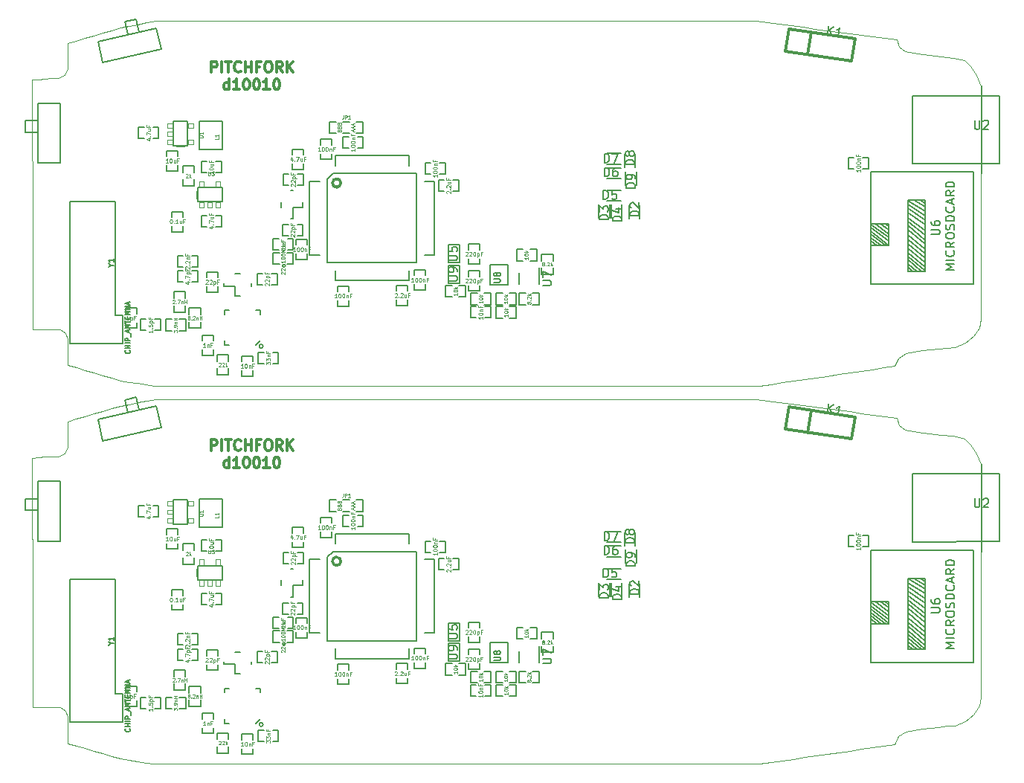
<source format=gbr>
G04 #@! TF.FileFunction,Legend,Top*
%FSLAX46Y46*%
G04 Gerber Fmt 4.6, Leading zero omitted, Abs format (unit mm)*
G04 Created by KiCad (PCBNEW 4.0.2+dfsg1-stable) date Sat 02 Apr 2016 08:09:56 PM CEST*
%MOMM*%
G01*
G04 APERTURE LIST*
%ADD10C,0.150000*%
%ADD11C,0.300000*%
%ADD12C,0.127000*%
%ADD13C,0.152400*%
%ADD14C,0.177800*%
%ADD15C,0.066040*%
%ADD16C,0.203200*%
%ADD17C,0.304800*%
%ADD18C,0.100000*%
%ADD19C,0.101600*%
%ADD20C,0.114300*%
%ADD21C,0.088900*%
%ADD22C,0.139700*%
G04 APERTURE END LIST*
D10*
D11*
X97203428Y-128416857D02*
X97203428Y-127216857D01*
X97660571Y-127216857D01*
X97774857Y-127274000D01*
X97832000Y-127331143D01*
X97889143Y-127445429D01*
X97889143Y-127616857D01*
X97832000Y-127731143D01*
X97774857Y-127788286D01*
X97660571Y-127845429D01*
X97203428Y-127845429D01*
X98403428Y-128416857D02*
X98403428Y-127216857D01*
X98803429Y-127216857D02*
X99489143Y-127216857D01*
X99146286Y-128416857D02*
X99146286Y-127216857D01*
X100574858Y-128302571D02*
X100517715Y-128359714D01*
X100346286Y-128416857D01*
X100232000Y-128416857D01*
X100060572Y-128359714D01*
X99946286Y-128245429D01*
X99889143Y-128131143D01*
X99832000Y-127902571D01*
X99832000Y-127731143D01*
X99889143Y-127502571D01*
X99946286Y-127388286D01*
X100060572Y-127274000D01*
X100232000Y-127216857D01*
X100346286Y-127216857D01*
X100517715Y-127274000D01*
X100574858Y-127331143D01*
X101089143Y-128416857D02*
X101089143Y-127216857D01*
X101089143Y-127788286D02*
X101774858Y-127788286D01*
X101774858Y-128416857D02*
X101774858Y-127216857D01*
X102746286Y-127788286D02*
X102346286Y-127788286D01*
X102346286Y-128416857D02*
X102346286Y-127216857D01*
X102917715Y-127216857D01*
X103603429Y-127216857D02*
X103832000Y-127216857D01*
X103946286Y-127274000D01*
X104060572Y-127388286D01*
X104117714Y-127616857D01*
X104117714Y-128016857D01*
X104060572Y-128245429D01*
X103946286Y-128359714D01*
X103832000Y-128416857D01*
X103603429Y-128416857D01*
X103489143Y-128359714D01*
X103374857Y-128245429D01*
X103317714Y-128016857D01*
X103317714Y-127616857D01*
X103374857Y-127388286D01*
X103489143Y-127274000D01*
X103603429Y-127216857D01*
X105317715Y-128416857D02*
X104917715Y-127845429D01*
X104632000Y-128416857D02*
X104632000Y-127216857D01*
X105089143Y-127216857D01*
X105203429Y-127274000D01*
X105260572Y-127331143D01*
X105317715Y-127445429D01*
X105317715Y-127616857D01*
X105260572Y-127731143D01*
X105203429Y-127788286D01*
X105089143Y-127845429D01*
X104632000Y-127845429D01*
X105832000Y-128416857D02*
X105832000Y-127216857D01*
X106517715Y-128416857D02*
X106003429Y-127731143D01*
X106517715Y-127216857D02*
X105832000Y-127902571D01*
X99232001Y-130396857D02*
X99232001Y-129196857D01*
X99232001Y-130339714D02*
X99117715Y-130396857D01*
X98889144Y-130396857D01*
X98774858Y-130339714D01*
X98717715Y-130282571D01*
X98660572Y-130168286D01*
X98660572Y-129825429D01*
X98717715Y-129711143D01*
X98774858Y-129654000D01*
X98889144Y-129596857D01*
X99117715Y-129596857D01*
X99232001Y-129654000D01*
X100432001Y-130396857D02*
X99746286Y-130396857D01*
X100089144Y-130396857D02*
X100089144Y-129196857D01*
X99974858Y-129368286D01*
X99860572Y-129482571D01*
X99746286Y-129539714D01*
X101174858Y-129196857D02*
X101289143Y-129196857D01*
X101403429Y-129254000D01*
X101460572Y-129311143D01*
X101517715Y-129425429D01*
X101574858Y-129654000D01*
X101574858Y-129939714D01*
X101517715Y-130168286D01*
X101460572Y-130282571D01*
X101403429Y-130339714D01*
X101289143Y-130396857D01*
X101174858Y-130396857D01*
X101060572Y-130339714D01*
X101003429Y-130282571D01*
X100946286Y-130168286D01*
X100889143Y-129939714D01*
X100889143Y-129654000D01*
X100946286Y-129425429D01*
X101003429Y-129311143D01*
X101060572Y-129254000D01*
X101174858Y-129196857D01*
X102317715Y-129196857D02*
X102432000Y-129196857D01*
X102546286Y-129254000D01*
X102603429Y-129311143D01*
X102660572Y-129425429D01*
X102717715Y-129654000D01*
X102717715Y-129939714D01*
X102660572Y-130168286D01*
X102603429Y-130282571D01*
X102546286Y-130339714D01*
X102432000Y-130396857D01*
X102317715Y-130396857D01*
X102203429Y-130339714D01*
X102146286Y-130282571D01*
X102089143Y-130168286D01*
X102032000Y-129939714D01*
X102032000Y-129654000D01*
X102089143Y-129425429D01*
X102146286Y-129311143D01*
X102203429Y-129254000D01*
X102317715Y-129196857D01*
X103860572Y-130396857D02*
X103174857Y-130396857D01*
X103517715Y-130396857D02*
X103517715Y-129196857D01*
X103403429Y-129368286D01*
X103289143Y-129482571D01*
X103174857Y-129539714D01*
X104603429Y-129196857D02*
X104717714Y-129196857D01*
X104832000Y-129254000D01*
X104889143Y-129311143D01*
X104946286Y-129425429D01*
X105003429Y-129654000D01*
X105003429Y-129939714D01*
X104946286Y-130168286D01*
X104889143Y-130282571D01*
X104832000Y-130339714D01*
X104717714Y-130396857D01*
X104603429Y-130396857D01*
X104489143Y-130339714D01*
X104432000Y-130282571D01*
X104374857Y-130168286D01*
X104317714Y-129939714D01*
X104317714Y-129654000D01*
X104374857Y-129425429D01*
X104432000Y-129311143D01*
X104489143Y-129254000D01*
X104603429Y-129196857D01*
X97203428Y-85356857D02*
X97203428Y-84156857D01*
X97660571Y-84156857D01*
X97774857Y-84214000D01*
X97832000Y-84271143D01*
X97889143Y-84385429D01*
X97889143Y-84556857D01*
X97832000Y-84671143D01*
X97774857Y-84728286D01*
X97660571Y-84785429D01*
X97203428Y-84785429D01*
X98403428Y-85356857D02*
X98403428Y-84156857D01*
X98803429Y-84156857D02*
X99489143Y-84156857D01*
X99146286Y-85356857D02*
X99146286Y-84156857D01*
X100574858Y-85242571D02*
X100517715Y-85299714D01*
X100346286Y-85356857D01*
X100232000Y-85356857D01*
X100060572Y-85299714D01*
X99946286Y-85185429D01*
X99889143Y-85071143D01*
X99832000Y-84842571D01*
X99832000Y-84671143D01*
X99889143Y-84442571D01*
X99946286Y-84328286D01*
X100060572Y-84214000D01*
X100232000Y-84156857D01*
X100346286Y-84156857D01*
X100517715Y-84214000D01*
X100574858Y-84271143D01*
X101089143Y-85356857D02*
X101089143Y-84156857D01*
X101089143Y-84728286D02*
X101774858Y-84728286D01*
X101774858Y-85356857D02*
X101774858Y-84156857D01*
X102746286Y-84728286D02*
X102346286Y-84728286D01*
X102346286Y-85356857D02*
X102346286Y-84156857D01*
X102917715Y-84156857D01*
X103603429Y-84156857D02*
X103832000Y-84156857D01*
X103946286Y-84214000D01*
X104060572Y-84328286D01*
X104117714Y-84556857D01*
X104117714Y-84956857D01*
X104060572Y-85185429D01*
X103946286Y-85299714D01*
X103832000Y-85356857D01*
X103603429Y-85356857D01*
X103489143Y-85299714D01*
X103374857Y-85185429D01*
X103317714Y-84956857D01*
X103317714Y-84556857D01*
X103374857Y-84328286D01*
X103489143Y-84214000D01*
X103603429Y-84156857D01*
X105317715Y-85356857D02*
X104917715Y-84785429D01*
X104632000Y-85356857D02*
X104632000Y-84156857D01*
X105089143Y-84156857D01*
X105203429Y-84214000D01*
X105260572Y-84271143D01*
X105317715Y-84385429D01*
X105317715Y-84556857D01*
X105260572Y-84671143D01*
X105203429Y-84728286D01*
X105089143Y-84785429D01*
X104632000Y-84785429D01*
X105832000Y-85356857D02*
X105832000Y-84156857D01*
X106517715Y-85356857D02*
X106003429Y-84671143D01*
X106517715Y-84156857D02*
X105832000Y-84842571D01*
X99232001Y-87336857D02*
X99232001Y-86136857D01*
X99232001Y-87279714D02*
X99117715Y-87336857D01*
X98889144Y-87336857D01*
X98774858Y-87279714D01*
X98717715Y-87222571D01*
X98660572Y-87108286D01*
X98660572Y-86765429D01*
X98717715Y-86651143D01*
X98774858Y-86594000D01*
X98889144Y-86536857D01*
X99117715Y-86536857D01*
X99232001Y-86594000D01*
X100432001Y-87336857D02*
X99746286Y-87336857D01*
X100089144Y-87336857D02*
X100089144Y-86136857D01*
X99974858Y-86308286D01*
X99860572Y-86422571D01*
X99746286Y-86479714D01*
X101174858Y-86136857D02*
X101289143Y-86136857D01*
X101403429Y-86194000D01*
X101460572Y-86251143D01*
X101517715Y-86365429D01*
X101574858Y-86594000D01*
X101574858Y-86879714D01*
X101517715Y-87108286D01*
X101460572Y-87222571D01*
X101403429Y-87279714D01*
X101289143Y-87336857D01*
X101174858Y-87336857D01*
X101060572Y-87279714D01*
X101003429Y-87222571D01*
X100946286Y-87108286D01*
X100889143Y-86879714D01*
X100889143Y-86594000D01*
X100946286Y-86365429D01*
X101003429Y-86251143D01*
X101060572Y-86194000D01*
X101174858Y-86136857D01*
X102317715Y-86136857D02*
X102432000Y-86136857D01*
X102546286Y-86194000D01*
X102603429Y-86251143D01*
X102660572Y-86365429D01*
X102717715Y-86594000D01*
X102717715Y-86879714D01*
X102660572Y-87108286D01*
X102603429Y-87222571D01*
X102546286Y-87279714D01*
X102432000Y-87336857D01*
X102317715Y-87336857D01*
X102203429Y-87279714D01*
X102146286Y-87222571D01*
X102089143Y-87108286D01*
X102032000Y-86879714D01*
X102032000Y-86594000D01*
X102089143Y-86365429D01*
X102146286Y-86251143D01*
X102203429Y-86194000D01*
X102317715Y-86136857D01*
X103860572Y-87336857D02*
X103174857Y-87336857D01*
X103517715Y-87336857D02*
X103517715Y-86136857D01*
X103403429Y-86308286D01*
X103289143Y-86422571D01*
X103174857Y-86479714D01*
X104603429Y-86136857D02*
X104717714Y-86136857D01*
X104832000Y-86194000D01*
X104889143Y-86251143D01*
X104946286Y-86365429D01*
X105003429Y-86594000D01*
X105003429Y-86879714D01*
X104946286Y-87108286D01*
X104889143Y-87222571D01*
X104832000Y-87279714D01*
X104717714Y-87336857D01*
X104603429Y-87336857D01*
X104489143Y-87279714D01*
X104432000Y-87222571D01*
X104374857Y-87108286D01*
X104317714Y-86879714D01*
X104317714Y-86594000D01*
X104374857Y-86365429D01*
X104432000Y-86251143D01*
X104489143Y-86194000D01*
X104603429Y-86136857D01*
D10*
X124235000Y-150424000D02*
X124235000Y-152456000D01*
X124235000Y-152456000D02*
X125505000Y-152456000D01*
X125505000Y-152456000D02*
X125505000Y-150424000D01*
X125505000Y-150424000D02*
X124235000Y-150424000D01*
X130960000Y-150320000D02*
X130960000Y-152620000D01*
X130960000Y-152620000D02*
X128960000Y-152620000D01*
X128960000Y-152620000D02*
X128960000Y-150320000D01*
X128960000Y-150320000D02*
X130960000Y-150320000D01*
X124245000Y-148084000D02*
X124245000Y-150116000D01*
X124245000Y-150116000D02*
X125515000Y-150116000D01*
X125515000Y-150116000D02*
X125515000Y-148084000D01*
X125515000Y-148084000D02*
X124245000Y-148084000D01*
D12*
X124641220Y-152689760D02*
X123889380Y-152689760D01*
X123889380Y-152689760D02*
X123889380Y-153990240D01*
X123889380Y-153990240D02*
X124641220Y-153990240D01*
X126190620Y-152689760D02*
X126190620Y-153990240D01*
X126190620Y-152689760D02*
X125438780Y-152689760D01*
X126190620Y-153990240D02*
X125438780Y-153990240D01*
X131158780Y-154890240D02*
X131910620Y-154890240D01*
X131910620Y-154890240D02*
X131910620Y-153589760D01*
X131910620Y-153589760D02*
X131158780Y-153589760D01*
X129609380Y-154890240D02*
X129609380Y-153589760D01*
X129609380Y-154890240D02*
X130361220Y-154890240D01*
X129609380Y-153589760D02*
X130361220Y-153589760D01*
X133798780Y-154880240D02*
X134550620Y-154880240D01*
X134550620Y-154880240D02*
X134550620Y-153579760D01*
X134550620Y-153579760D02*
X133798780Y-153579760D01*
X132249380Y-154880240D02*
X132249380Y-153579760D01*
X132249380Y-154880240D02*
X133001220Y-154880240D01*
X132249380Y-153579760D02*
X133001220Y-153579760D01*
X134819760Y-150688780D02*
X134819760Y-151440620D01*
X134819760Y-151440620D02*
X136120240Y-151440620D01*
X136120240Y-151440620D02*
X136120240Y-150688780D01*
X134819760Y-149139380D02*
X136120240Y-149139380D01*
X134819760Y-149139380D02*
X134819760Y-149891220D01*
X136120240Y-149139380D02*
X136120240Y-149891220D01*
X133518780Y-149890240D02*
X134270620Y-149890240D01*
X134270620Y-149890240D02*
X134270620Y-148589760D01*
X134270620Y-148589760D02*
X133518780Y-148589760D01*
X131969380Y-149890240D02*
X131969380Y-148589760D01*
X131969380Y-149890240D02*
X132721220Y-149890240D01*
X131969380Y-148589760D02*
X132721220Y-148589760D01*
X128298780Y-154880240D02*
X129050620Y-154880240D01*
X129050620Y-154880240D02*
X129050620Y-153579760D01*
X129050620Y-153579760D02*
X128298780Y-153579760D01*
X126749380Y-154880240D02*
X126749380Y-153579760D01*
X126749380Y-154880240D02*
X127501220Y-154880240D01*
X126749380Y-153579760D02*
X127501220Y-153579760D01*
X130371220Y-155109760D02*
X129619380Y-155109760D01*
X129619380Y-155109760D02*
X129619380Y-156410240D01*
X129619380Y-156410240D02*
X130371220Y-156410240D01*
X131920620Y-155109760D02*
X131920620Y-156410240D01*
X131920620Y-155109760D02*
X131168780Y-155109760D01*
X131920620Y-156410240D02*
X131168780Y-156410240D01*
D13*
X126495000Y-153343000D02*
X126495000Y-152708000D01*
X126495000Y-151057000D02*
X126495000Y-151692000D01*
X127765000Y-151057000D02*
X126495000Y-151057000D01*
X127765000Y-153343000D02*
X126495000Y-153343000D01*
X127765000Y-151057000D02*
X127765000Y-151692000D01*
X127765000Y-153343000D02*
X127765000Y-152708000D01*
X127775000Y-147987000D02*
X127775000Y-148622000D01*
X127775000Y-150273000D02*
X127775000Y-149638000D01*
X126505000Y-150273000D02*
X127775000Y-150273000D01*
X126505000Y-147987000D02*
X127775000Y-147987000D01*
X126505000Y-150273000D02*
X126505000Y-149638000D01*
X126505000Y-147987000D02*
X126505000Y-148622000D01*
X126757000Y-155125000D02*
X127392000Y-155125000D01*
X129043000Y-155125000D02*
X128408000Y-155125000D01*
X129043000Y-156395000D02*
X129043000Y-155125000D01*
X126757000Y-156395000D02*
X126757000Y-155125000D01*
X129043000Y-156395000D02*
X128408000Y-156395000D01*
X126757000Y-156395000D02*
X127392000Y-156395000D01*
D10*
X177050000Y-138810000D02*
X177050000Y-131110000D01*
X177050000Y-131110000D02*
X186950000Y-131110000D01*
X186950000Y-131110000D02*
X186950000Y-138810000D01*
X186950000Y-138810000D02*
X177050000Y-138860000D01*
X184900000Y-139960000D02*
X184900000Y-129960000D01*
X145610000Y-141280000D02*
X145610000Y-139730000D01*
X144410000Y-141280000D02*
X144410000Y-139730000D01*
X144310000Y-137730000D02*
X144310000Y-139280000D01*
X145510000Y-137730000D02*
X145510000Y-139280000D01*
X142285000Y-138880000D02*
X143835000Y-138880000D01*
X142285000Y-137680000D02*
X143835000Y-137680000D01*
X142285000Y-140530000D02*
X143835000Y-140530000D01*
X142285000Y-139330000D02*
X143835000Y-139330000D01*
X142285000Y-143080000D02*
X143835000Y-143080000D01*
X142285000Y-141880000D02*
X143835000Y-141880000D01*
X143985000Y-145055000D02*
X143985000Y-143505000D01*
X142785000Y-145055000D02*
X142785000Y-143505000D01*
X142560000Y-145055000D02*
X142560000Y-143505000D01*
X141360000Y-145055000D02*
X141360000Y-143505000D01*
X144785000Y-143580000D02*
X144785000Y-145130000D01*
X145985000Y-143580000D02*
X145985000Y-145130000D01*
D13*
X94005000Y-144297000D02*
X94005000Y-144932000D01*
X94005000Y-146583000D02*
X94005000Y-145948000D01*
X92735000Y-146583000D02*
X94005000Y-146583000D01*
X92735000Y-144297000D02*
X94005000Y-144297000D01*
X92735000Y-146583000D02*
X92735000Y-145948000D01*
X92735000Y-144297000D02*
X92735000Y-144932000D01*
D14*
X98609800Y-152779860D02*
X99910280Y-152779860D01*
X99910280Y-152779860D02*
X99910280Y-153879680D01*
X98609800Y-152480140D02*
X98609800Y-152779860D01*
X101810200Y-152480140D02*
X101810200Y-152779860D01*
X99910280Y-153879680D02*
X100509720Y-153879680D01*
X99910280Y-151380320D02*
X100509720Y-151380320D01*
X106534860Y-145105200D02*
X106534860Y-143804720D01*
X106534860Y-143804720D02*
X107634680Y-143804720D01*
X106235140Y-145105200D02*
X106534860Y-145105200D01*
X106235140Y-141904800D02*
X106534860Y-141904800D01*
X107634680Y-143804720D02*
X107634680Y-143205280D01*
X105135320Y-143804720D02*
X105135320Y-143205280D01*
D10*
X184030000Y-152560000D02*
X184020000Y-139800000D01*
X172320000Y-152550000D02*
X184020000Y-152550000D01*
X172320000Y-152550000D02*
X172270000Y-139800000D01*
X172270000Y-139800000D02*
X184020000Y-139800000D01*
X178500000Y-143390000D02*
X177990000Y-143020000D01*
X177250000Y-142990000D02*
X178480000Y-143750000D01*
X178520000Y-144240000D02*
X176540000Y-143030000D01*
X176540000Y-143490000D02*
X178490000Y-144750000D01*
X178520000Y-145270000D02*
X176530000Y-143920000D01*
X176540000Y-144430000D02*
X178480000Y-145810000D01*
X178520000Y-146420000D02*
X176550000Y-144990000D01*
X176530000Y-145460000D02*
X178500000Y-146980000D01*
X178530000Y-147540000D02*
X176520000Y-145870000D01*
X176520000Y-146390000D02*
X178480000Y-148000000D01*
X178530000Y-148600000D02*
X176520000Y-146930000D01*
X176550000Y-147490000D02*
X178490000Y-149080000D01*
X178520000Y-149590000D02*
X176540000Y-148000000D01*
X178510000Y-150090000D02*
X176540000Y-148470000D01*
X178530000Y-150600000D02*
X176540000Y-148960000D01*
X178470000Y-151060000D02*
X176530000Y-149390000D01*
X178100000Y-151090000D02*
X176520000Y-149780000D01*
X177600000Y-151090000D02*
X176540000Y-150230000D01*
X177070000Y-151090000D02*
X176520000Y-150620000D01*
X176520000Y-151100000D02*
X176520000Y-143000000D01*
X176520000Y-143000000D02*
X178520000Y-143000000D01*
X178520000Y-143000000D02*
X178520000Y-151100000D01*
X178520000Y-151100000D02*
X176520000Y-151100000D01*
X174320000Y-145950000D02*
X173880000Y-145660000D01*
X174310000Y-146340000D02*
X173380000Y-145660000D01*
X174300000Y-146780000D02*
X172820000Y-145670000D01*
X174320000Y-147220000D02*
X172340000Y-145750000D01*
X174320000Y-147680000D02*
X172330000Y-146140000D01*
X174320000Y-148110000D02*
X172330000Y-146500000D01*
X173980000Y-148150000D02*
X172330000Y-146910000D01*
X173520000Y-148150000D02*
X172320000Y-147270000D01*
X173030000Y-148150000D02*
X172330000Y-147620000D01*
X172320000Y-148150000D02*
X172320000Y-145650000D01*
X172320000Y-145650000D02*
X174320000Y-145650000D01*
X174320000Y-145650000D02*
X174320000Y-148150000D01*
X174320000Y-148150000D02*
X172320000Y-148150000D01*
D15*
X95861120Y-143853600D02*
X96361500Y-143853600D01*
X96361500Y-143853600D02*
X96361500Y-143203360D01*
X95861120Y-143203360D02*
X96361500Y-143203360D01*
X95861120Y-143853600D02*
X95861120Y-143203360D01*
X96811080Y-143853600D02*
X97308920Y-143853600D01*
X97308920Y-143853600D02*
X97308920Y-143203360D01*
X96811080Y-143203360D02*
X97308920Y-143203360D01*
X96811080Y-143853600D02*
X96811080Y-143203360D01*
X97758500Y-143853600D02*
X98258880Y-143853600D01*
X98258880Y-143853600D02*
X98258880Y-143203360D01*
X97758500Y-143203360D02*
X98258880Y-143203360D01*
X97758500Y-143853600D02*
X97758500Y-143203360D01*
X97758500Y-141506640D02*
X98258880Y-141506640D01*
X98258880Y-141506640D02*
X98258880Y-140856400D01*
X97758500Y-140856400D02*
X98258880Y-140856400D01*
X97758500Y-141506640D02*
X97758500Y-140856400D01*
X95861120Y-141506640D02*
X96361500Y-141506640D01*
X96361500Y-141506640D02*
X96361500Y-140856400D01*
X95861120Y-140856400D02*
X96361500Y-140856400D01*
X95861120Y-141506640D02*
X95861120Y-140856400D01*
D16*
X98482400Y-141925740D02*
X98482400Y-142784260D01*
D13*
X98459540Y-143152560D02*
X95660460Y-143152560D01*
D16*
X95637600Y-142784260D02*
X95637600Y-141925740D01*
D13*
X95660460Y-141557440D02*
X98459540Y-141557440D01*
D16*
X96793300Y-141544740D02*
X97326700Y-141544740D01*
D13*
X98459540Y-141557440D02*
X98459540Y-143152560D01*
X95660460Y-141557440D02*
X95660460Y-143152560D01*
D15*
X92223900Y-134243620D02*
X92223900Y-134744000D01*
X92223900Y-134744000D02*
X92874140Y-134744000D01*
X92874140Y-134243620D02*
X92874140Y-134744000D01*
X92223900Y-134243620D02*
X92874140Y-134243620D01*
X92223900Y-135193580D02*
X92223900Y-135691420D01*
X92223900Y-135691420D02*
X92874140Y-135691420D01*
X92874140Y-135193580D02*
X92874140Y-135691420D01*
X92223900Y-135193580D02*
X92874140Y-135193580D01*
X92223900Y-136141000D02*
X92223900Y-136641380D01*
X92223900Y-136641380D02*
X92874140Y-136641380D01*
X92874140Y-136141000D02*
X92874140Y-136641380D01*
X92223900Y-136141000D02*
X92874140Y-136141000D01*
X94570860Y-136141000D02*
X94570860Y-136641380D01*
X94570860Y-136641380D02*
X95221100Y-136641380D01*
X95221100Y-136141000D02*
X95221100Y-136641380D01*
X94570860Y-136141000D02*
X95221100Y-136141000D01*
X94570860Y-134243620D02*
X94570860Y-134744000D01*
X94570860Y-134744000D02*
X95221100Y-134744000D01*
X95221100Y-134243620D02*
X95221100Y-134744000D01*
X94570860Y-134243620D02*
X95221100Y-134243620D01*
D16*
X94151760Y-136864900D02*
X93293240Y-136864900D01*
D13*
X92924940Y-136842040D02*
X92924940Y-134042960D01*
D16*
X93293240Y-134020100D02*
X94151760Y-134020100D01*
D13*
X94520060Y-134042960D02*
X94520060Y-136842040D01*
D16*
X94532760Y-135175800D02*
X94532760Y-135709200D01*
D13*
X94520060Y-136842040D02*
X92924940Y-136842040D01*
X94520060Y-134042960D02*
X92924940Y-134042960D01*
D10*
X77520000Y-135250000D02*
X76020000Y-135250000D01*
X76020000Y-135250000D02*
X76020000Y-133950000D01*
X76020000Y-133950000D02*
X77520000Y-133950000D01*
X80020000Y-131950000D02*
X80020000Y-138750000D01*
X80020000Y-138750000D02*
X77520000Y-138750000D01*
X77520000Y-138750000D02*
X77520000Y-131950000D01*
X77520000Y-131950000D02*
X80020000Y-131950000D01*
X87736248Y-124129542D02*
X87398822Y-122667987D01*
X87398822Y-122667987D02*
X88665503Y-122375551D01*
X88665503Y-122375551D02*
X89002929Y-123837106D01*
X91514047Y-125823129D02*
X84888331Y-127352796D01*
X84888331Y-127352796D02*
X84325953Y-124916871D01*
X84325953Y-124916871D02*
X90951669Y-123387204D01*
X90951669Y-123387204D02*
X91514047Y-125823129D01*
D12*
X97899760Y-162138780D02*
X97899760Y-162890620D01*
X97899760Y-162890620D02*
X99200240Y-162890620D01*
X99200240Y-162890620D02*
X99200240Y-162138780D01*
X97899760Y-160589380D02*
X99200240Y-160589380D01*
X97899760Y-160589380D02*
X97899760Y-161341220D01*
X99200240Y-160589380D02*
X99200240Y-161341220D01*
X93959760Y-140628780D02*
X93959760Y-141380620D01*
X93959760Y-141380620D02*
X95260240Y-141380620D01*
X95260240Y-141380620D02*
X95260240Y-140628780D01*
X93959760Y-139079380D02*
X95260240Y-139079380D01*
X93959760Y-139079380D02*
X93959760Y-139831220D01*
X95260240Y-139079380D02*
X95260240Y-139831220D01*
X92989760Y-154978780D02*
X92989760Y-155730620D01*
X92989760Y-155730620D02*
X94290240Y-155730620D01*
X94290240Y-155730620D02*
X94290240Y-154978780D01*
X92989760Y-153429380D02*
X94290240Y-153429380D01*
X92989760Y-153429380D02*
X92989760Y-154181220D01*
X94290240Y-153429380D02*
X94290240Y-154181220D01*
X96010240Y-156031220D02*
X96010240Y-155279380D01*
X96010240Y-155279380D02*
X94709760Y-155279380D01*
X94709760Y-155279380D02*
X94709760Y-156031220D01*
X96010240Y-157580620D02*
X94709760Y-157580620D01*
X96010240Y-157580620D02*
X96010240Y-156828780D01*
X94709760Y-157580620D02*
X94709760Y-156828780D01*
X92761220Y-156554760D02*
X92009380Y-156554760D01*
X92009380Y-156554760D02*
X92009380Y-157855240D01*
X92009380Y-157855240D02*
X92761220Y-157855240D01*
X94310620Y-156554760D02*
X94310620Y-157855240D01*
X94310620Y-156554760D02*
X93558780Y-156554760D01*
X94310620Y-157855240D02*
X93558780Y-157855240D01*
X105808780Y-150280240D02*
X106560620Y-150280240D01*
X106560620Y-150280240D02*
X106560620Y-148979760D01*
X106560620Y-148979760D02*
X105808780Y-148979760D01*
X104259380Y-150280240D02*
X104259380Y-148979760D01*
X104259380Y-150280240D02*
X105011220Y-150280240D01*
X104259380Y-148979760D02*
X105011220Y-148979760D01*
D17*
X165126232Y-126388332D02*
X165501668Y-123876232D01*
X162989568Y-123500796D02*
X170525868Y-124627104D01*
X170525868Y-124627104D02*
X170150432Y-127139204D01*
X170150432Y-127139204D02*
X162614132Y-126012896D01*
X162614132Y-126012896D02*
X162989568Y-123500796D01*
D12*
X112196380Y-134054760D02*
X112948220Y-134054760D01*
X112196380Y-135355240D02*
X112948220Y-135355240D01*
X113745780Y-135355240D02*
X114497620Y-135355240D01*
X114497620Y-135355240D02*
X114497620Y-134054760D01*
X114497620Y-134054760D02*
X113745780Y-134054760D01*
X110672380Y-135355240D02*
X110672380Y-134054760D01*
X110672380Y-135355240D02*
X111424220Y-135355240D01*
X110672380Y-134054760D02*
X111424220Y-134054760D01*
D16*
X109541000Y-149221000D02*
X108398000Y-149221000D01*
X108398000Y-149221000D02*
X108398000Y-140839000D01*
X108398000Y-140839000D02*
X109541000Y-140839000D01*
X119701000Y-150999000D02*
X119701000Y-152142000D01*
X119701000Y-152142000D02*
X111319000Y-152142000D01*
X111319000Y-152142000D02*
X111319000Y-150999000D01*
X121479000Y-140839000D02*
X122622000Y-140839000D01*
X122622000Y-140839000D02*
X122622000Y-149221000D01*
X122622000Y-149221000D02*
X121479000Y-149221000D01*
X111319000Y-139061000D02*
X111319000Y-137918000D01*
X111319000Y-137918000D02*
X119701000Y-137918000D01*
X119701000Y-137918000D02*
X119701000Y-139061000D01*
X110430000Y-140585000D02*
X111065000Y-139950000D01*
X110430000Y-150110000D02*
X110430000Y-140585000D01*
X120590000Y-150110000D02*
X110430000Y-150110000D01*
X120590000Y-139950000D02*
X120590000Y-150110000D01*
X120590000Y-139950000D02*
X111065000Y-139950000D01*
X120463000Y-139950000D02*
X120590000Y-139950000D01*
D17*
X111973506Y-141044740D02*
G75*
G03X111973506Y-141044740I-479246J0D01*
G01*
D13*
X109700000Y-138348000D02*
X109700000Y-137713000D01*
X109700000Y-136062000D02*
X109700000Y-136697000D01*
X110970000Y-136062000D02*
X109700000Y-136062000D01*
X110970000Y-138348000D02*
X109700000Y-138348000D01*
X110970000Y-136062000D02*
X110970000Y-136697000D01*
X110970000Y-138348000D02*
X110970000Y-137713000D01*
X95678000Y-150590000D02*
X95043000Y-150590000D01*
X93392000Y-150590000D02*
X94027000Y-150590000D01*
X93392000Y-149320000D02*
X93392000Y-150590000D01*
X95678000Y-149320000D02*
X95678000Y-150590000D01*
X93392000Y-149320000D02*
X94027000Y-149320000D01*
X95678000Y-149320000D02*
X95043000Y-149320000D01*
X97975000Y-151177000D02*
X97975000Y-151812000D01*
X97975000Y-153463000D02*
X97975000Y-152828000D01*
X96705000Y-153463000D02*
X97975000Y-153463000D01*
X96705000Y-151177000D02*
X97975000Y-151177000D01*
X96705000Y-153463000D02*
X96705000Y-152828000D01*
X96705000Y-151177000D02*
X96705000Y-151812000D01*
X104723000Y-152595000D02*
X104088000Y-152595000D01*
X102437000Y-152595000D02*
X103072000Y-152595000D01*
X102437000Y-151325000D02*
X102437000Y-152595000D01*
X104723000Y-151325000D02*
X104723000Y-152595000D01*
X102437000Y-151325000D02*
X103072000Y-151325000D01*
X104723000Y-151325000D02*
X104088000Y-151325000D01*
X95678000Y-152290000D02*
X95043000Y-152290000D01*
X93392000Y-152290000D02*
X94027000Y-152290000D01*
X93392000Y-151020000D02*
X93392000Y-152290000D01*
X95678000Y-151020000D02*
X95678000Y-152290000D01*
X93392000Y-151020000D02*
X94027000Y-151020000D01*
X95678000Y-151020000D02*
X95043000Y-151020000D01*
X91453000Y-157840000D02*
X90818000Y-157840000D01*
X89167000Y-157840000D02*
X89802000Y-157840000D01*
X89167000Y-156570000D02*
X89167000Y-157840000D01*
X91453000Y-156570000D02*
X91453000Y-157840000D01*
X89167000Y-156570000D02*
X89802000Y-156570000D01*
X91453000Y-156570000D02*
X90818000Y-156570000D01*
X87450000Y-157573000D02*
X87450000Y-156938000D01*
X87450000Y-155287000D02*
X87450000Y-155922000D01*
X88720000Y-155287000D02*
X87450000Y-155287000D01*
X88720000Y-157573000D02*
X87450000Y-157573000D01*
X88720000Y-155287000D02*
X88720000Y-155922000D01*
X88720000Y-157573000D02*
X88720000Y-156938000D01*
X102567000Y-160305000D02*
X103202000Y-160305000D01*
X104853000Y-160305000D02*
X104218000Y-160305000D01*
X104853000Y-161575000D02*
X104853000Y-160305000D01*
X102567000Y-161575000D02*
X102567000Y-160305000D01*
X104853000Y-161575000D02*
X104218000Y-161575000D01*
X102567000Y-161575000D02*
X103202000Y-161575000D01*
X96092000Y-138595000D02*
X96727000Y-138595000D01*
X98378000Y-138595000D02*
X97743000Y-138595000D01*
X98378000Y-139865000D02*
X98378000Y-138595000D01*
X96092000Y-139865000D02*
X96092000Y-138595000D01*
X98378000Y-139865000D02*
X97743000Y-139865000D01*
X96092000Y-139865000D02*
X96727000Y-139865000D01*
X96195000Y-160663000D02*
X96195000Y-160028000D01*
X96195000Y-158377000D02*
X96195000Y-159012000D01*
X97465000Y-158377000D02*
X96195000Y-158377000D01*
X97465000Y-160663000D02*
X96195000Y-160663000D01*
X97465000Y-158377000D02*
X97465000Y-159012000D01*
X97465000Y-160663000D02*
X97465000Y-160028000D01*
X100715000Y-163023000D02*
X100715000Y-162388000D01*
X100715000Y-160737000D02*
X100715000Y-161372000D01*
X101985000Y-160737000D02*
X100715000Y-160737000D01*
X101985000Y-163023000D02*
X100715000Y-163023000D01*
X101985000Y-160737000D02*
X101985000Y-161372000D01*
X101985000Y-163023000D02*
X101985000Y-162388000D01*
X104267000Y-147420000D02*
X104902000Y-147420000D01*
X106553000Y-147420000D02*
X105918000Y-147420000D01*
X106553000Y-148690000D02*
X106553000Y-147420000D01*
X104267000Y-148690000D02*
X104267000Y-147420000D01*
X106553000Y-148690000D02*
X105918000Y-148690000D01*
X104267000Y-148690000D02*
X104902000Y-148690000D01*
X106875000Y-149748000D02*
X106875000Y-149113000D01*
X106875000Y-147462000D02*
X106875000Y-148097000D01*
X108145000Y-147462000D02*
X106875000Y-147462000D01*
X108145000Y-149748000D02*
X106875000Y-149748000D01*
X108145000Y-147462000D02*
X108145000Y-148097000D01*
X108145000Y-149748000D02*
X108145000Y-149113000D01*
X106475000Y-139473000D02*
X106475000Y-138838000D01*
X106475000Y-137187000D02*
X106475000Y-137822000D01*
X107745000Y-137187000D02*
X106475000Y-137187000D01*
X107745000Y-139473000D02*
X106475000Y-139473000D01*
X107745000Y-137187000D02*
X107745000Y-137822000D01*
X107745000Y-139473000D02*
X107745000Y-138838000D01*
X92165000Y-139663000D02*
X92165000Y-139028000D01*
X92165000Y-137377000D02*
X92165000Y-138012000D01*
X93435000Y-137377000D02*
X92165000Y-137377000D01*
X93435000Y-139663000D02*
X92165000Y-139663000D01*
X93435000Y-137377000D02*
X93435000Y-138012000D01*
X93435000Y-139663000D02*
X93435000Y-139028000D01*
X121577000Y-138745000D02*
X122212000Y-138745000D01*
X123863000Y-138745000D02*
X123228000Y-138745000D01*
X123863000Y-140015000D02*
X123863000Y-138745000D01*
X121577000Y-140015000D02*
X121577000Y-138745000D01*
X123863000Y-140015000D02*
X123228000Y-140015000D01*
X121577000Y-140015000D02*
X122212000Y-140015000D01*
X121605000Y-150937000D02*
X121605000Y-151572000D01*
X121605000Y-153223000D02*
X121605000Y-152588000D01*
X120335000Y-153223000D02*
X121605000Y-153223000D01*
X120335000Y-150937000D02*
X121605000Y-150937000D01*
X120335000Y-153223000D02*
X120335000Y-152588000D01*
X120335000Y-150937000D02*
X120335000Y-151572000D01*
X112870000Y-152762000D02*
X112870000Y-153397000D01*
X112870000Y-155048000D02*
X112870000Y-154413000D01*
X111600000Y-155048000D02*
X112870000Y-155048000D01*
X111600000Y-152762000D02*
X112870000Y-152762000D01*
X111600000Y-155048000D02*
X111600000Y-154413000D01*
X111600000Y-152762000D02*
X111600000Y-153397000D01*
X125383000Y-141995000D02*
X124748000Y-141995000D01*
X123097000Y-141995000D02*
X123732000Y-141995000D01*
X123097000Y-140725000D02*
X123097000Y-141995000D01*
X125383000Y-140725000D02*
X125383000Y-141995000D01*
X123097000Y-140725000D02*
X123732000Y-140725000D01*
X125383000Y-140725000D02*
X124748000Y-140725000D01*
X118335000Y-154993000D02*
X118335000Y-154358000D01*
X118335000Y-152707000D02*
X118335000Y-153342000D01*
X119605000Y-152707000D02*
X118335000Y-152707000D01*
X119605000Y-154993000D02*
X118335000Y-154993000D01*
X119605000Y-152707000D02*
X119605000Y-153342000D01*
X119605000Y-154993000D02*
X119605000Y-154358000D01*
X88957000Y-134695000D02*
X89592000Y-134695000D01*
X91243000Y-134695000D02*
X90608000Y-134695000D01*
X91243000Y-135965000D02*
X91243000Y-134695000D01*
X88957000Y-135965000D02*
X88957000Y-134695000D01*
X91243000Y-135965000D02*
X90608000Y-135965000D01*
X88957000Y-135965000D02*
X89592000Y-135965000D01*
X96092000Y-144720000D02*
X96727000Y-144720000D01*
X98378000Y-144720000D02*
X97743000Y-144720000D01*
X98378000Y-145990000D02*
X98378000Y-144720000D01*
X96092000Y-145990000D02*
X96092000Y-144720000D01*
X98378000Y-145990000D02*
X97743000Y-145990000D01*
X96092000Y-145990000D02*
X96727000Y-145990000D01*
X169757000Y-138145000D02*
X170392000Y-138145000D01*
X172043000Y-138145000D02*
X171408000Y-138145000D01*
X172043000Y-139415000D02*
X172043000Y-138145000D01*
X169757000Y-139415000D02*
X169757000Y-138145000D01*
X172043000Y-139415000D02*
X171408000Y-139415000D01*
X169757000Y-139415000D02*
X170392000Y-139415000D01*
X114503000Y-137065000D02*
X113868000Y-137065000D01*
X112217000Y-137065000D02*
X112852000Y-137065000D01*
X112217000Y-135795000D02*
X112217000Y-137065000D01*
X114503000Y-135795000D02*
X114503000Y-137065000D01*
X112217000Y-135795000D02*
X112852000Y-135795000D01*
X114503000Y-135795000D02*
X113868000Y-135795000D01*
X107628000Y-147040000D02*
X106993000Y-147040000D01*
X105342000Y-147040000D02*
X105977000Y-147040000D01*
X105342000Y-145770000D02*
X105342000Y-147040000D01*
X107628000Y-145770000D02*
X107628000Y-147040000D01*
X105342000Y-145770000D02*
X105977000Y-145770000D01*
X107628000Y-145770000D02*
X106993000Y-145770000D01*
X105417000Y-140020000D02*
X106052000Y-140020000D01*
X107703000Y-140020000D02*
X107068000Y-140020000D01*
X107703000Y-141290000D02*
X107703000Y-140020000D01*
X105417000Y-141290000D02*
X105417000Y-140020000D01*
X107703000Y-141290000D02*
X107068000Y-141290000D01*
X105417000Y-141290000D02*
X106052000Y-141290000D01*
D12*
X98445440Y-133994840D02*
X98445440Y-137190160D01*
X98445440Y-137190160D02*
X95849560Y-137190160D01*
X95849560Y-137190160D02*
X95849560Y-133994840D01*
X95849560Y-133994840D02*
X98445440Y-133994840D01*
D16*
X98445440Y-133994840D02*
X98445440Y-137190160D01*
X95849560Y-133994840D02*
X95849560Y-137190160D01*
D10*
X132270000Y-151290000D02*
X132270000Y-152590000D01*
X134570000Y-150715000D02*
X134570000Y-152590000D01*
D14*
X102261140Y-159503980D02*
X102758980Y-159006140D01*
X103109126Y-159638600D02*
G75*
G03X103109126Y-159638600I-215526J0D01*
G01*
X102261140Y-155506020D02*
X102758980Y-155506020D01*
X102758980Y-155506020D02*
X102758980Y-156003860D01*
X99258860Y-155506020D02*
X98761020Y-155506020D01*
X98761020Y-155506020D02*
X98761020Y-156003860D01*
X98761020Y-159006140D02*
X98761020Y-159503980D01*
X98761020Y-159503980D02*
X99258860Y-159503980D01*
D13*
X86330000Y-159330960D02*
X81130620Y-159330960D01*
X81130620Y-159330960D02*
X81130620Y-143130840D01*
X81130620Y-143130840D02*
X86330000Y-143130840D01*
X86330000Y-143130840D02*
X86330000Y-156130560D01*
X86330000Y-156130560D02*
X87130100Y-156130560D01*
X87130100Y-156130560D02*
X87130100Y-159330960D01*
X87130100Y-159330960D02*
X86330000Y-159330960D01*
D18*
X76847362Y-132519297D02*
X76846256Y-131355372D01*
X76847362Y-133709297D02*
X76846256Y-132545372D01*
X184823672Y-130009669D02*
X184823672Y-156552737D01*
X184823672Y-156552737D02*
X184639437Y-157502628D01*
X184639437Y-157502628D02*
X184011984Y-158473819D01*
X184011984Y-158473819D02*
X183028434Y-159241019D01*
X183028434Y-159241019D02*
X181885338Y-159743638D01*
X181885338Y-159743638D02*
X180946166Y-159822981D01*
X180946166Y-159822981D02*
X179997997Y-159911175D01*
X179997997Y-159911175D02*
X179058819Y-160008122D01*
X179058819Y-160008122D02*
X178119541Y-160122762D01*
X178119541Y-160122762D02*
X177189253Y-160255113D01*
X177189253Y-160255113D02*
X176267650Y-160457841D01*
X176267650Y-160457841D02*
X175434781Y-160987006D01*
X175434781Y-160987006D02*
X175062612Y-161877597D01*
X175062612Y-161877597D02*
X173777838Y-162071584D01*
X173777838Y-162071584D02*
X172493062Y-162256725D01*
X172493062Y-162256725D02*
X171208288Y-162441963D01*
X171208288Y-162441963D02*
X169923509Y-162627100D01*
X169923509Y-162627100D02*
X168638634Y-162812238D01*
X168638634Y-162812238D02*
X167353859Y-163006225D01*
X167353859Y-163006225D02*
X166069081Y-163191462D01*
X166069081Y-163191462D02*
X164784297Y-163376600D01*
X164784297Y-163376600D02*
X163499531Y-163561838D01*
X163499531Y-163561838D02*
X162214753Y-163755825D01*
X162214753Y-163755825D02*
X160929978Y-163940963D01*
X160929978Y-163940963D02*
X159645103Y-164126103D01*
X159645103Y-164126103D02*
X90726700Y-164126103D01*
X90726700Y-164126103D02*
X89760847Y-163985012D01*
X89760847Y-163985012D02*
X88795091Y-163835172D01*
X88795091Y-163835172D02*
X87820344Y-163694081D01*
X87820344Y-163694081D02*
X86854587Y-163544141D01*
X86854587Y-163544141D02*
X85853266Y-163253209D01*
X85853266Y-163253209D02*
X84852041Y-162953328D01*
X84852041Y-162953328D02*
X83850816Y-162662397D01*
X83850816Y-162662397D02*
X82849591Y-162362519D01*
X82849591Y-162362519D02*
X81848269Y-162071584D01*
X81848269Y-162071584D02*
X80847034Y-161771803D01*
X80847034Y-161771803D02*
X80855925Y-161031053D01*
X80855925Y-161031053D02*
X80855925Y-159540800D01*
X80855925Y-159540800D02*
X80847034Y-158791300D01*
X80847034Y-158791300D02*
X80643222Y-158094694D01*
X80643222Y-158094694D02*
X80049541Y-157671422D01*
X80049541Y-157671422D02*
X76850841Y-157671422D01*
X76850841Y-157671422D02*
X76850841Y-138536566D01*
X76849578Y-138527719D02*
X76848472Y-137334944D01*
X76848472Y-137304944D02*
X76848472Y-136142072D01*
X76848472Y-136112072D02*
X76847362Y-134939297D01*
X76847362Y-134889297D02*
X76846256Y-133725372D01*
X76844362Y-132319919D02*
X76844362Y-129304216D01*
X76824362Y-129304216D02*
X76823672Y-129304216D01*
X76823672Y-129304216D02*
X77559128Y-129233619D01*
X77559128Y-129233619D02*
X78285691Y-129171972D01*
X78285691Y-129171972D02*
X79021147Y-129118978D01*
X79021147Y-129118978D02*
X79747713Y-129101378D01*
X79747713Y-129101378D02*
X80509747Y-128783900D01*
X80509747Y-128783900D02*
X80837559Y-128016800D01*
X80837559Y-128016800D02*
X80837559Y-125133337D01*
X80837559Y-125133337D02*
X81838784Y-124842306D01*
X81838784Y-124842306D02*
X82848900Y-124542525D01*
X82848900Y-124542525D02*
X83850125Y-124251494D01*
X83850125Y-124251494D02*
X84860231Y-123951713D01*
X84860231Y-123951713D02*
X85861562Y-123651931D01*
X85861562Y-123651931D02*
X86871681Y-123360903D01*
X86871681Y-123360903D02*
X87864012Y-123166913D01*
X87864012Y-123166913D02*
X88865238Y-122972928D01*
X88865238Y-122972928D02*
X89857669Y-122770091D01*
X89857669Y-122770091D02*
X90967963Y-122576103D01*
X90967963Y-122576103D02*
X159237262Y-122576103D01*
X159237262Y-122576103D02*
X160575191Y-122761347D01*
X160575191Y-122761347D02*
X161904319Y-122937631D01*
X161904319Y-122937631D02*
X163242356Y-123114019D01*
X163242356Y-123114019D02*
X164580288Y-123290406D01*
X164580288Y-123290406D02*
X165909425Y-123466694D01*
X165909425Y-123466694D02*
X167247344Y-123651931D01*
X167247344Y-123651931D02*
X168576491Y-123828319D01*
X168576491Y-123828319D02*
X169914519Y-124004609D01*
X169914519Y-124004609D02*
X171252450Y-124180997D01*
X171252450Y-124180997D02*
X172581584Y-124366137D01*
X172581584Y-124366137D02*
X173919516Y-124542525D01*
X173919516Y-124542525D02*
X175257544Y-124718919D01*
X175257544Y-124718919D02*
X175514519Y-125565359D01*
X175514519Y-125565359D02*
X176241084Y-126059225D01*
X176241084Y-126059225D02*
X177605591Y-126297263D01*
X177605591Y-126297263D02*
X178978988Y-126500097D01*
X178978988Y-126500097D02*
X180361278Y-126667644D01*
X180361278Y-126667644D02*
X181743569Y-126799878D01*
X181743569Y-126799878D02*
X182957506Y-127090909D01*
X182957506Y-127090909D02*
X183664756Y-127744300D01*
X183664756Y-127744300D02*
X184364734Y-128767128D01*
X184364734Y-128767128D02*
X184823672Y-130009669D01*
X76847362Y-89459297D02*
X76846256Y-88295372D01*
X76847362Y-90649297D02*
X76846256Y-89485372D01*
X184823672Y-86949669D02*
X184823672Y-113492737D01*
X184823672Y-113492737D02*
X184639437Y-114442628D01*
X184639437Y-114442628D02*
X184011984Y-115413819D01*
X184011984Y-115413819D02*
X183028434Y-116181019D01*
X183028434Y-116181019D02*
X181885338Y-116683638D01*
X181885338Y-116683638D02*
X180946166Y-116762981D01*
X180946166Y-116762981D02*
X179997997Y-116851175D01*
X179997997Y-116851175D02*
X179058819Y-116948122D01*
X179058819Y-116948122D02*
X178119541Y-117062762D01*
X178119541Y-117062762D02*
X177189253Y-117195113D01*
X177189253Y-117195113D02*
X176267650Y-117397841D01*
X176267650Y-117397841D02*
X175434781Y-117927006D01*
X175434781Y-117927006D02*
X175062612Y-118817597D01*
X175062612Y-118817597D02*
X173777838Y-119011584D01*
X173777838Y-119011584D02*
X172493062Y-119196725D01*
X172493062Y-119196725D02*
X171208288Y-119381963D01*
X171208288Y-119381963D02*
X169923509Y-119567100D01*
X169923509Y-119567100D02*
X168638634Y-119752238D01*
X168638634Y-119752238D02*
X167353859Y-119946225D01*
X167353859Y-119946225D02*
X166069081Y-120131462D01*
X166069081Y-120131462D02*
X164784297Y-120316600D01*
X164784297Y-120316600D02*
X163499531Y-120501838D01*
X163499531Y-120501838D02*
X162214753Y-120695825D01*
X162214753Y-120695825D02*
X160929978Y-120880963D01*
X160929978Y-120880963D02*
X159645103Y-121066103D01*
X159645103Y-121066103D02*
X90726700Y-121066103D01*
X90726700Y-121066103D02*
X89760847Y-120925012D01*
X89760847Y-120925012D02*
X88795091Y-120775172D01*
X88795091Y-120775172D02*
X87820344Y-120634081D01*
X87820344Y-120634081D02*
X86854587Y-120484141D01*
X86854587Y-120484141D02*
X85853266Y-120193209D01*
X85853266Y-120193209D02*
X84852041Y-119893328D01*
X84852041Y-119893328D02*
X83850816Y-119602397D01*
X83850816Y-119602397D02*
X82849591Y-119302519D01*
X82849591Y-119302519D02*
X81848269Y-119011584D01*
X81848269Y-119011584D02*
X80847034Y-118711803D01*
X80847034Y-118711803D02*
X80855925Y-117971053D01*
X80855925Y-117971053D02*
X80855925Y-116480800D01*
X80855925Y-116480800D02*
X80847034Y-115731300D01*
X80847034Y-115731300D02*
X80643222Y-115034694D01*
X80643222Y-115034694D02*
X80049541Y-114611422D01*
X80049541Y-114611422D02*
X76850841Y-114611422D01*
X76850841Y-114611422D02*
X76850841Y-95476566D01*
X76849578Y-95467719D02*
X76848472Y-94274944D01*
X76848472Y-94244944D02*
X76848472Y-93082072D01*
X76848472Y-93052072D02*
X76847362Y-91879297D01*
X76847362Y-91829297D02*
X76846256Y-90665372D01*
X76844362Y-89259919D02*
X76844362Y-86244216D01*
X76824362Y-86244216D02*
X76823672Y-86244216D01*
X76823672Y-86244216D02*
X77559128Y-86173619D01*
X77559128Y-86173619D02*
X78285691Y-86111972D01*
X78285691Y-86111972D02*
X79021147Y-86058978D01*
X79021147Y-86058978D02*
X79747713Y-86041378D01*
X79747713Y-86041378D02*
X80509747Y-85723900D01*
X80509747Y-85723900D02*
X80837559Y-84956800D01*
X80837559Y-84956800D02*
X80837559Y-82073337D01*
X80837559Y-82073337D02*
X81838784Y-81782306D01*
X81838784Y-81782306D02*
X82848900Y-81482525D01*
X82848900Y-81482525D02*
X83850125Y-81191494D01*
X83850125Y-81191494D02*
X84860231Y-80891713D01*
X84860231Y-80891713D02*
X85861562Y-80591931D01*
X85861562Y-80591931D02*
X86871681Y-80300903D01*
X86871681Y-80300903D02*
X87864012Y-80106913D01*
X87864012Y-80106913D02*
X88865238Y-79912928D01*
X88865238Y-79912928D02*
X89857669Y-79710091D01*
X89857669Y-79710091D02*
X90967963Y-79516103D01*
X90967963Y-79516103D02*
X159237262Y-79516103D01*
X159237262Y-79516103D02*
X160575191Y-79701347D01*
X160575191Y-79701347D02*
X161904319Y-79877631D01*
X161904319Y-79877631D02*
X163242356Y-80054019D01*
X163242356Y-80054019D02*
X164580288Y-80230406D01*
X164580288Y-80230406D02*
X165909425Y-80406694D01*
X165909425Y-80406694D02*
X167247344Y-80591931D01*
X167247344Y-80591931D02*
X168576491Y-80768319D01*
X168576491Y-80768319D02*
X169914519Y-80944609D01*
X169914519Y-80944609D02*
X171252450Y-81120997D01*
X171252450Y-81120997D02*
X172581584Y-81306137D01*
X172581584Y-81306137D02*
X173919516Y-81482525D01*
X173919516Y-81482525D02*
X175257544Y-81658919D01*
X175257544Y-81658919D02*
X175514519Y-82505359D01*
X175514519Y-82505359D02*
X176241084Y-82999225D01*
X176241084Y-82999225D02*
X177605591Y-83237263D01*
X177605591Y-83237263D02*
X178978988Y-83440097D01*
X178978988Y-83440097D02*
X180361278Y-83607644D01*
X180361278Y-83607644D02*
X181743569Y-83739878D01*
X181743569Y-83739878D02*
X182957506Y-84030909D01*
X182957506Y-84030909D02*
X183664756Y-84684300D01*
X183664756Y-84684300D02*
X184364734Y-85707128D01*
X184364734Y-85707128D02*
X184823672Y-86949669D01*
D13*
X86330000Y-116270960D02*
X81130620Y-116270960D01*
X81130620Y-116270960D02*
X81130620Y-100070840D01*
X81130620Y-100070840D02*
X86330000Y-100070840D01*
X86330000Y-100070840D02*
X86330000Y-113070560D01*
X86330000Y-113070560D02*
X87130100Y-113070560D01*
X87130100Y-113070560D02*
X87130100Y-116270960D01*
X87130100Y-116270960D02*
X86330000Y-116270960D01*
D14*
X102261140Y-116443980D02*
X102758980Y-115946140D01*
X103109126Y-116578600D02*
G75*
G03X103109126Y-116578600I-215526J0D01*
G01*
X102261140Y-112446020D02*
X102758980Y-112446020D01*
X102758980Y-112446020D02*
X102758980Y-112943860D01*
X99258860Y-112446020D02*
X98761020Y-112446020D01*
X98761020Y-112446020D02*
X98761020Y-112943860D01*
X98761020Y-115946140D02*
X98761020Y-116443980D01*
X98761020Y-116443980D02*
X99258860Y-116443980D01*
D10*
X132270000Y-108230000D02*
X132270000Y-109530000D01*
X134570000Y-107655000D02*
X134570000Y-109530000D01*
D12*
X98445440Y-90934840D02*
X98445440Y-94130160D01*
X98445440Y-94130160D02*
X95849560Y-94130160D01*
X95849560Y-94130160D02*
X95849560Y-90934840D01*
X95849560Y-90934840D02*
X98445440Y-90934840D01*
D16*
X98445440Y-90934840D02*
X98445440Y-94130160D01*
X95849560Y-90934840D02*
X95849560Y-94130160D01*
D13*
X105417000Y-96960000D02*
X106052000Y-96960000D01*
X107703000Y-96960000D02*
X107068000Y-96960000D01*
X107703000Y-98230000D02*
X107703000Y-96960000D01*
X105417000Y-98230000D02*
X105417000Y-96960000D01*
X107703000Y-98230000D02*
X107068000Y-98230000D01*
X105417000Y-98230000D02*
X106052000Y-98230000D01*
X107628000Y-103980000D02*
X106993000Y-103980000D01*
X105342000Y-103980000D02*
X105977000Y-103980000D01*
X105342000Y-102710000D02*
X105342000Y-103980000D01*
X107628000Y-102710000D02*
X107628000Y-103980000D01*
X105342000Y-102710000D02*
X105977000Y-102710000D01*
X107628000Y-102710000D02*
X106993000Y-102710000D01*
X114503000Y-94005000D02*
X113868000Y-94005000D01*
X112217000Y-94005000D02*
X112852000Y-94005000D01*
X112217000Y-92735000D02*
X112217000Y-94005000D01*
X114503000Y-92735000D02*
X114503000Y-94005000D01*
X112217000Y-92735000D02*
X112852000Y-92735000D01*
X114503000Y-92735000D02*
X113868000Y-92735000D01*
X169757000Y-95085000D02*
X170392000Y-95085000D01*
X172043000Y-95085000D02*
X171408000Y-95085000D01*
X172043000Y-96355000D02*
X172043000Y-95085000D01*
X169757000Y-96355000D02*
X169757000Y-95085000D01*
X172043000Y-96355000D02*
X171408000Y-96355000D01*
X169757000Y-96355000D02*
X170392000Y-96355000D01*
X96092000Y-101660000D02*
X96727000Y-101660000D01*
X98378000Y-101660000D02*
X97743000Y-101660000D01*
X98378000Y-102930000D02*
X98378000Y-101660000D01*
X96092000Y-102930000D02*
X96092000Y-101660000D01*
X98378000Y-102930000D02*
X97743000Y-102930000D01*
X96092000Y-102930000D02*
X96727000Y-102930000D01*
X88957000Y-91635000D02*
X89592000Y-91635000D01*
X91243000Y-91635000D02*
X90608000Y-91635000D01*
X91243000Y-92905000D02*
X91243000Y-91635000D01*
X88957000Y-92905000D02*
X88957000Y-91635000D01*
X91243000Y-92905000D02*
X90608000Y-92905000D01*
X88957000Y-92905000D02*
X89592000Y-92905000D01*
X118335000Y-111933000D02*
X118335000Y-111298000D01*
X118335000Y-109647000D02*
X118335000Y-110282000D01*
X119605000Y-109647000D02*
X118335000Y-109647000D01*
X119605000Y-111933000D02*
X118335000Y-111933000D01*
X119605000Y-109647000D02*
X119605000Y-110282000D01*
X119605000Y-111933000D02*
X119605000Y-111298000D01*
X125383000Y-98935000D02*
X124748000Y-98935000D01*
X123097000Y-98935000D02*
X123732000Y-98935000D01*
X123097000Y-97665000D02*
X123097000Y-98935000D01*
X125383000Y-97665000D02*
X125383000Y-98935000D01*
X123097000Y-97665000D02*
X123732000Y-97665000D01*
X125383000Y-97665000D02*
X124748000Y-97665000D01*
X112870000Y-109702000D02*
X112870000Y-110337000D01*
X112870000Y-111988000D02*
X112870000Y-111353000D01*
X111600000Y-111988000D02*
X112870000Y-111988000D01*
X111600000Y-109702000D02*
X112870000Y-109702000D01*
X111600000Y-111988000D02*
X111600000Y-111353000D01*
X111600000Y-109702000D02*
X111600000Y-110337000D01*
X121605000Y-107877000D02*
X121605000Y-108512000D01*
X121605000Y-110163000D02*
X121605000Y-109528000D01*
X120335000Y-110163000D02*
X121605000Y-110163000D01*
X120335000Y-107877000D02*
X121605000Y-107877000D01*
X120335000Y-110163000D02*
X120335000Y-109528000D01*
X120335000Y-107877000D02*
X120335000Y-108512000D01*
X121577000Y-95685000D02*
X122212000Y-95685000D01*
X123863000Y-95685000D02*
X123228000Y-95685000D01*
X123863000Y-96955000D02*
X123863000Y-95685000D01*
X121577000Y-96955000D02*
X121577000Y-95685000D01*
X123863000Y-96955000D02*
X123228000Y-96955000D01*
X121577000Y-96955000D02*
X122212000Y-96955000D01*
X92165000Y-96603000D02*
X92165000Y-95968000D01*
X92165000Y-94317000D02*
X92165000Y-94952000D01*
X93435000Y-94317000D02*
X92165000Y-94317000D01*
X93435000Y-96603000D02*
X92165000Y-96603000D01*
X93435000Y-94317000D02*
X93435000Y-94952000D01*
X93435000Y-96603000D02*
X93435000Y-95968000D01*
X106475000Y-96413000D02*
X106475000Y-95778000D01*
X106475000Y-94127000D02*
X106475000Y-94762000D01*
X107745000Y-94127000D02*
X106475000Y-94127000D01*
X107745000Y-96413000D02*
X106475000Y-96413000D01*
X107745000Y-94127000D02*
X107745000Y-94762000D01*
X107745000Y-96413000D02*
X107745000Y-95778000D01*
X106875000Y-106688000D02*
X106875000Y-106053000D01*
X106875000Y-104402000D02*
X106875000Y-105037000D01*
X108145000Y-104402000D02*
X106875000Y-104402000D01*
X108145000Y-106688000D02*
X106875000Y-106688000D01*
X108145000Y-104402000D02*
X108145000Y-105037000D01*
X108145000Y-106688000D02*
X108145000Y-106053000D01*
X104267000Y-104360000D02*
X104902000Y-104360000D01*
X106553000Y-104360000D02*
X105918000Y-104360000D01*
X106553000Y-105630000D02*
X106553000Y-104360000D01*
X104267000Y-105630000D02*
X104267000Y-104360000D01*
X106553000Y-105630000D02*
X105918000Y-105630000D01*
X104267000Y-105630000D02*
X104902000Y-105630000D01*
X100715000Y-119963000D02*
X100715000Y-119328000D01*
X100715000Y-117677000D02*
X100715000Y-118312000D01*
X101985000Y-117677000D02*
X100715000Y-117677000D01*
X101985000Y-119963000D02*
X100715000Y-119963000D01*
X101985000Y-117677000D02*
X101985000Y-118312000D01*
X101985000Y-119963000D02*
X101985000Y-119328000D01*
X96195000Y-117603000D02*
X96195000Y-116968000D01*
X96195000Y-115317000D02*
X96195000Y-115952000D01*
X97465000Y-115317000D02*
X96195000Y-115317000D01*
X97465000Y-117603000D02*
X96195000Y-117603000D01*
X97465000Y-115317000D02*
X97465000Y-115952000D01*
X97465000Y-117603000D02*
X97465000Y-116968000D01*
X96092000Y-95535000D02*
X96727000Y-95535000D01*
X98378000Y-95535000D02*
X97743000Y-95535000D01*
X98378000Y-96805000D02*
X98378000Y-95535000D01*
X96092000Y-96805000D02*
X96092000Y-95535000D01*
X98378000Y-96805000D02*
X97743000Y-96805000D01*
X96092000Y-96805000D02*
X96727000Y-96805000D01*
X102567000Y-117245000D02*
X103202000Y-117245000D01*
X104853000Y-117245000D02*
X104218000Y-117245000D01*
X104853000Y-118515000D02*
X104853000Y-117245000D01*
X102567000Y-118515000D02*
X102567000Y-117245000D01*
X104853000Y-118515000D02*
X104218000Y-118515000D01*
X102567000Y-118515000D02*
X103202000Y-118515000D01*
X87450000Y-114513000D02*
X87450000Y-113878000D01*
X87450000Y-112227000D02*
X87450000Y-112862000D01*
X88720000Y-112227000D02*
X87450000Y-112227000D01*
X88720000Y-114513000D02*
X87450000Y-114513000D01*
X88720000Y-112227000D02*
X88720000Y-112862000D01*
X88720000Y-114513000D02*
X88720000Y-113878000D01*
X91453000Y-114780000D02*
X90818000Y-114780000D01*
X89167000Y-114780000D02*
X89802000Y-114780000D01*
X89167000Y-113510000D02*
X89167000Y-114780000D01*
X91453000Y-113510000D02*
X91453000Y-114780000D01*
X89167000Y-113510000D02*
X89802000Y-113510000D01*
X91453000Y-113510000D02*
X90818000Y-113510000D01*
X95678000Y-109230000D02*
X95043000Y-109230000D01*
X93392000Y-109230000D02*
X94027000Y-109230000D01*
X93392000Y-107960000D02*
X93392000Y-109230000D01*
X95678000Y-107960000D02*
X95678000Y-109230000D01*
X93392000Y-107960000D02*
X94027000Y-107960000D01*
X95678000Y-107960000D02*
X95043000Y-107960000D01*
X104723000Y-109535000D02*
X104088000Y-109535000D01*
X102437000Y-109535000D02*
X103072000Y-109535000D01*
X102437000Y-108265000D02*
X102437000Y-109535000D01*
X104723000Y-108265000D02*
X104723000Y-109535000D01*
X102437000Y-108265000D02*
X103072000Y-108265000D01*
X104723000Y-108265000D02*
X104088000Y-108265000D01*
X97975000Y-108117000D02*
X97975000Y-108752000D01*
X97975000Y-110403000D02*
X97975000Y-109768000D01*
X96705000Y-110403000D02*
X97975000Y-110403000D01*
X96705000Y-108117000D02*
X97975000Y-108117000D01*
X96705000Y-110403000D02*
X96705000Y-109768000D01*
X96705000Y-108117000D02*
X96705000Y-108752000D01*
X95678000Y-107530000D02*
X95043000Y-107530000D01*
X93392000Y-107530000D02*
X94027000Y-107530000D01*
X93392000Y-106260000D02*
X93392000Y-107530000D01*
X95678000Y-106260000D02*
X95678000Y-107530000D01*
X93392000Y-106260000D02*
X94027000Y-106260000D01*
X95678000Y-106260000D02*
X95043000Y-106260000D01*
X109700000Y-95288000D02*
X109700000Y-94653000D01*
X109700000Y-93002000D02*
X109700000Y-93637000D01*
X110970000Y-93002000D02*
X109700000Y-93002000D01*
X110970000Y-95288000D02*
X109700000Y-95288000D01*
X110970000Y-93002000D02*
X110970000Y-93637000D01*
X110970000Y-95288000D02*
X110970000Y-94653000D01*
D16*
X109541000Y-106161000D02*
X108398000Y-106161000D01*
X108398000Y-106161000D02*
X108398000Y-97779000D01*
X108398000Y-97779000D02*
X109541000Y-97779000D01*
X119701000Y-107939000D02*
X119701000Y-109082000D01*
X119701000Y-109082000D02*
X111319000Y-109082000D01*
X111319000Y-109082000D02*
X111319000Y-107939000D01*
X121479000Y-97779000D02*
X122622000Y-97779000D01*
X122622000Y-97779000D02*
X122622000Y-106161000D01*
X122622000Y-106161000D02*
X121479000Y-106161000D01*
X111319000Y-96001000D02*
X111319000Y-94858000D01*
X111319000Y-94858000D02*
X119701000Y-94858000D01*
X119701000Y-94858000D02*
X119701000Y-96001000D01*
X110430000Y-97525000D02*
X111065000Y-96890000D01*
X110430000Y-107050000D02*
X110430000Y-97525000D01*
X120590000Y-107050000D02*
X110430000Y-107050000D01*
X120590000Y-96890000D02*
X120590000Y-107050000D01*
X120590000Y-96890000D02*
X111065000Y-96890000D01*
X120463000Y-96890000D02*
X120590000Y-96890000D01*
D17*
X111973506Y-97984740D02*
G75*
G03X111973506Y-97984740I-479246J0D01*
G01*
D12*
X112196380Y-90994760D02*
X112948220Y-90994760D01*
X112196380Y-92295240D02*
X112948220Y-92295240D01*
X113745780Y-92295240D02*
X114497620Y-92295240D01*
X114497620Y-92295240D02*
X114497620Y-90994760D01*
X114497620Y-90994760D02*
X113745780Y-90994760D01*
X110672380Y-92295240D02*
X110672380Y-90994760D01*
X110672380Y-92295240D02*
X111424220Y-92295240D01*
X110672380Y-90994760D02*
X111424220Y-90994760D01*
D17*
X165126232Y-83328332D02*
X165501668Y-80816232D01*
X162989568Y-80440796D02*
X170525868Y-81567104D01*
X170525868Y-81567104D02*
X170150432Y-84079204D01*
X170150432Y-84079204D02*
X162614132Y-82952896D01*
X162614132Y-82952896D02*
X162989568Y-80440796D01*
D12*
X105808780Y-107220240D02*
X106560620Y-107220240D01*
X106560620Y-107220240D02*
X106560620Y-105919760D01*
X106560620Y-105919760D02*
X105808780Y-105919760D01*
X104259380Y-107220240D02*
X104259380Y-105919760D01*
X104259380Y-107220240D02*
X105011220Y-107220240D01*
X104259380Y-105919760D02*
X105011220Y-105919760D01*
X92761220Y-113494760D02*
X92009380Y-113494760D01*
X92009380Y-113494760D02*
X92009380Y-114795240D01*
X92009380Y-114795240D02*
X92761220Y-114795240D01*
X94310620Y-113494760D02*
X94310620Y-114795240D01*
X94310620Y-113494760D02*
X93558780Y-113494760D01*
X94310620Y-114795240D02*
X93558780Y-114795240D01*
X96010240Y-112971220D02*
X96010240Y-112219380D01*
X96010240Y-112219380D02*
X94709760Y-112219380D01*
X94709760Y-112219380D02*
X94709760Y-112971220D01*
X96010240Y-114520620D02*
X94709760Y-114520620D01*
X96010240Y-114520620D02*
X96010240Y-113768780D01*
X94709760Y-114520620D02*
X94709760Y-113768780D01*
X92989760Y-111918780D02*
X92989760Y-112670620D01*
X92989760Y-112670620D02*
X94290240Y-112670620D01*
X94290240Y-112670620D02*
X94290240Y-111918780D01*
X92989760Y-110369380D02*
X94290240Y-110369380D01*
X92989760Y-110369380D02*
X92989760Y-111121220D01*
X94290240Y-110369380D02*
X94290240Y-111121220D01*
X93959760Y-97568780D02*
X93959760Y-98320620D01*
X93959760Y-98320620D02*
X95260240Y-98320620D01*
X95260240Y-98320620D02*
X95260240Y-97568780D01*
X93959760Y-96019380D02*
X95260240Y-96019380D01*
X93959760Y-96019380D02*
X93959760Y-96771220D01*
X95260240Y-96019380D02*
X95260240Y-96771220D01*
X97899760Y-119078780D02*
X97899760Y-119830620D01*
X97899760Y-119830620D02*
X99200240Y-119830620D01*
X99200240Y-119830620D02*
X99200240Y-119078780D01*
X97899760Y-117529380D02*
X99200240Y-117529380D01*
X97899760Y-117529380D02*
X97899760Y-118281220D01*
X99200240Y-117529380D02*
X99200240Y-118281220D01*
D10*
X87736248Y-81069542D02*
X87398822Y-79607987D01*
X87398822Y-79607987D02*
X88665503Y-79315551D01*
X88665503Y-79315551D02*
X89002929Y-80777106D01*
X91514047Y-82763129D02*
X84888331Y-84292796D01*
X84888331Y-84292796D02*
X84325953Y-81856871D01*
X84325953Y-81856871D02*
X90951669Y-80327204D01*
X90951669Y-80327204D02*
X91514047Y-82763129D01*
X77520000Y-92190000D02*
X76020000Y-92190000D01*
X76020000Y-92190000D02*
X76020000Y-90890000D01*
X76020000Y-90890000D02*
X77520000Y-90890000D01*
X80020000Y-88890000D02*
X80020000Y-95690000D01*
X80020000Y-95690000D02*
X77520000Y-95690000D01*
X77520000Y-95690000D02*
X77520000Y-88890000D01*
X77520000Y-88890000D02*
X80020000Y-88890000D01*
D15*
X92223900Y-91183620D02*
X92223900Y-91684000D01*
X92223900Y-91684000D02*
X92874140Y-91684000D01*
X92874140Y-91183620D02*
X92874140Y-91684000D01*
X92223900Y-91183620D02*
X92874140Y-91183620D01*
X92223900Y-92133580D02*
X92223900Y-92631420D01*
X92223900Y-92631420D02*
X92874140Y-92631420D01*
X92874140Y-92133580D02*
X92874140Y-92631420D01*
X92223900Y-92133580D02*
X92874140Y-92133580D01*
X92223900Y-93081000D02*
X92223900Y-93581380D01*
X92223900Y-93581380D02*
X92874140Y-93581380D01*
X92874140Y-93081000D02*
X92874140Y-93581380D01*
X92223900Y-93081000D02*
X92874140Y-93081000D01*
X94570860Y-93081000D02*
X94570860Y-93581380D01*
X94570860Y-93581380D02*
X95221100Y-93581380D01*
X95221100Y-93081000D02*
X95221100Y-93581380D01*
X94570860Y-93081000D02*
X95221100Y-93081000D01*
X94570860Y-91183620D02*
X94570860Y-91684000D01*
X94570860Y-91684000D02*
X95221100Y-91684000D01*
X95221100Y-91183620D02*
X95221100Y-91684000D01*
X94570860Y-91183620D02*
X95221100Y-91183620D01*
D16*
X94151760Y-93804900D02*
X93293240Y-93804900D01*
D13*
X92924940Y-93782040D02*
X92924940Y-90982960D01*
D16*
X93293240Y-90960100D02*
X94151760Y-90960100D01*
D13*
X94520060Y-90982960D02*
X94520060Y-93782040D01*
D16*
X94532760Y-92115800D02*
X94532760Y-92649200D01*
D13*
X94520060Y-93782040D02*
X92924940Y-93782040D01*
X94520060Y-90982960D02*
X92924940Y-90982960D01*
D15*
X95861120Y-100793600D02*
X96361500Y-100793600D01*
X96361500Y-100793600D02*
X96361500Y-100143360D01*
X95861120Y-100143360D02*
X96361500Y-100143360D01*
X95861120Y-100793600D02*
X95861120Y-100143360D01*
X96811080Y-100793600D02*
X97308920Y-100793600D01*
X97308920Y-100793600D02*
X97308920Y-100143360D01*
X96811080Y-100143360D02*
X97308920Y-100143360D01*
X96811080Y-100793600D02*
X96811080Y-100143360D01*
X97758500Y-100793600D02*
X98258880Y-100793600D01*
X98258880Y-100793600D02*
X98258880Y-100143360D01*
X97758500Y-100143360D02*
X98258880Y-100143360D01*
X97758500Y-100793600D02*
X97758500Y-100143360D01*
X97758500Y-98446640D02*
X98258880Y-98446640D01*
X98258880Y-98446640D02*
X98258880Y-97796400D01*
X97758500Y-97796400D02*
X98258880Y-97796400D01*
X97758500Y-98446640D02*
X97758500Y-97796400D01*
X95861120Y-98446640D02*
X96361500Y-98446640D01*
X96361500Y-98446640D02*
X96361500Y-97796400D01*
X95861120Y-97796400D02*
X96361500Y-97796400D01*
X95861120Y-98446640D02*
X95861120Y-97796400D01*
D16*
X98482400Y-98865740D02*
X98482400Y-99724260D01*
D13*
X98459540Y-100092560D02*
X95660460Y-100092560D01*
D16*
X95637600Y-99724260D02*
X95637600Y-98865740D01*
D13*
X95660460Y-98497440D02*
X98459540Y-98497440D01*
D16*
X96793300Y-98484740D02*
X97326700Y-98484740D01*
D13*
X98459540Y-98497440D02*
X98459540Y-100092560D01*
X95660460Y-98497440D02*
X95660460Y-100092560D01*
D10*
X184030000Y-109500000D02*
X184020000Y-96740000D01*
X172320000Y-109490000D02*
X184020000Y-109490000D01*
X172320000Y-109490000D02*
X172270000Y-96740000D01*
X172270000Y-96740000D02*
X184020000Y-96740000D01*
X178500000Y-100330000D02*
X177990000Y-99960000D01*
X177250000Y-99930000D02*
X178480000Y-100690000D01*
X178520000Y-101180000D02*
X176540000Y-99970000D01*
X176540000Y-100430000D02*
X178490000Y-101690000D01*
X178520000Y-102210000D02*
X176530000Y-100860000D01*
X176540000Y-101370000D02*
X178480000Y-102750000D01*
X178520000Y-103360000D02*
X176550000Y-101930000D01*
X176530000Y-102400000D02*
X178500000Y-103920000D01*
X178530000Y-104480000D02*
X176520000Y-102810000D01*
X176520000Y-103330000D02*
X178480000Y-104940000D01*
X178530000Y-105540000D02*
X176520000Y-103870000D01*
X176550000Y-104430000D02*
X178490000Y-106020000D01*
X178520000Y-106530000D02*
X176540000Y-104940000D01*
X178510000Y-107030000D02*
X176540000Y-105410000D01*
X178530000Y-107540000D02*
X176540000Y-105900000D01*
X178470000Y-108000000D02*
X176530000Y-106330000D01*
X178100000Y-108030000D02*
X176520000Y-106720000D01*
X177600000Y-108030000D02*
X176540000Y-107170000D01*
X177070000Y-108030000D02*
X176520000Y-107560000D01*
X176520000Y-108040000D02*
X176520000Y-99940000D01*
X176520000Y-99940000D02*
X178520000Y-99940000D01*
X178520000Y-99940000D02*
X178520000Y-108040000D01*
X178520000Y-108040000D02*
X176520000Y-108040000D01*
X174320000Y-102890000D02*
X173880000Y-102600000D01*
X174310000Y-103280000D02*
X173380000Y-102600000D01*
X174300000Y-103720000D02*
X172820000Y-102610000D01*
X174320000Y-104160000D02*
X172340000Y-102690000D01*
X174320000Y-104620000D02*
X172330000Y-103080000D01*
X174320000Y-105050000D02*
X172330000Y-103440000D01*
X173980000Y-105090000D02*
X172330000Y-103850000D01*
X173520000Y-105090000D02*
X172320000Y-104210000D01*
X173030000Y-105090000D02*
X172330000Y-104560000D01*
X172320000Y-105090000D02*
X172320000Y-102590000D01*
X172320000Y-102590000D02*
X174320000Y-102590000D01*
X174320000Y-102590000D02*
X174320000Y-105090000D01*
X174320000Y-105090000D02*
X172320000Y-105090000D01*
D14*
X106534860Y-102045200D02*
X106534860Y-100744720D01*
X106534860Y-100744720D02*
X107634680Y-100744720D01*
X106235140Y-102045200D02*
X106534860Y-102045200D01*
X106235140Y-98844800D02*
X106534860Y-98844800D01*
X107634680Y-100744720D02*
X107634680Y-100145280D01*
X105135320Y-100744720D02*
X105135320Y-100145280D01*
X98609800Y-109719860D02*
X99910280Y-109719860D01*
X99910280Y-109719860D02*
X99910280Y-110819680D01*
X98609800Y-109420140D02*
X98609800Y-109719860D01*
X101810200Y-109420140D02*
X101810200Y-109719860D01*
X99910280Y-110819680D02*
X100509720Y-110819680D01*
X99910280Y-108320320D02*
X100509720Y-108320320D01*
D13*
X94005000Y-101237000D02*
X94005000Y-101872000D01*
X94005000Y-103523000D02*
X94005000Y-102888000D01*
X92735000Y-103523000D02*
X94005000Y-103523000D01*
X92735000Y-101237000D02*
X94005000Y-101237000D01*
X92735000Y-103523000D02*
X92735000Y-102888000D01*
X92735000Y-101237000D02*
X92735000Y-101872000D01*
D10*
X144785000Y-100520000D02*
X144785000Y-102070000D01*
X145985000Y-100520000D02*
X145985000Y-102070000D01*
X142560000Y-101995000D02*
X142560000Y-100445000D01*
X141360000Y-101995000D02*
X141360000Y-100445000D01*
X143985000Y-101995000D02*
X143985000Y-100445000D01*
X142785000Y-101995000D02*
X142785000Y-100445000D01*
X142285000Y-100020000D02*
X143835000Y-100020000D01*
X142285000Y-98820000D02*
X143835000Y-98820000D01*
X142285000Y-97470000D02*
X143835000Y-97470000D01*
X142285000Y-96270000D02*
X143835000Y-96270000D01*
X142285000Y-95820000D02*
X143835000Y-95820000D01*
X142285000Y-94620000D02*
X143835000Y-94620000D01*
X144310000Y-94670000D02*
X144310000Y-96220000D01*
X145510000Y-94670000D02*
X145510000Y-96220000D01*
X145610000Y-98220000D02*
X145610000Y-96670000D01*
X144410000Y-98220000D02*
X144410000Y-96670000D01*
X177050000Y-95750000D02*
X177050000Y-88050000D01*
X177050000Y-88050000D02*
X186950000Y-88050000D01*
X186950000Y-88050000D02*
X186950000Y-95750000D01*
X186950000Y-95750000D02*
X177050000Y-95800000D01*
X184900000Y-96900000D02*
X184900000Y-86900000D01*
D13*
X126757000Y-112065000D02*
X127392000Y-112065000D01*
X129043000Y-112065000D02*
X128408000Y-112065000D01*
X129043000Y-113335000D02*
X129043000Y-112065000D01*
X126757000Y-113335000D02*
X126757000Y-112065000D01*
X129043000Y-113335000D02*
X128408000Y-113335000D01*
X126757000Y-113335000D02*
X127392000Y-113335000D01*
X127775000Y-104927000D02*
X127775000Y-105562000D01*
X127775000Y-107213000D02*
X127775000Y-106578000D01*
X126505000Y-107213000D02*
X127775000Y-107213000D01*
X126505000Y-104927000D02*
X127775000Y-104927000D01*
X126505000Y-107213000D02*
X126505000Y-106578000D01*
X126505000Y-104927000D02*
X126505000Y-105562000D01*
X126495000Y-110283000D02*
X126495000Y-109648000D01*
X126495000Y-107997000D02*
X126495000Y-108632000D01*
X127765000Y-107997000D02*
X126495000Y-107997000D01*
X127765000Y-110283000D02*
X126495000Y-110283000D01*
X127765000Y-107997000D02*
X127765000Y-108632000D01*
X127765000Y-110283000D02*
X127765000Y-109648000D01*
D12*
X130371220Y-112049760D02*
X129619380Y-112049760D01*
X129619380Y-112049760D02*
X129619380Y-113350240D01*
X129619380Y-113350240D02*
X130371220Y-113350240D01*
X131920620Y-112049760D02*
X131920620Y-113350240D01*
X131920620Y-112049760D02*
X131168780Y-112049760D01*
X131920620Y-113350240D02*
X131168780Y-113350240D01*
X128298780Y-111820240D02*
X129050620Y-111820240D01*
X129050620Y-111820240D02*
X129050620Y-110519760D01*
X129050620Y-110519760D02*
X128298780Y-110519760D01*
X126749380Y-111820240D02*
X126749380Y-110519760D01*
X126749380Y-111820240D02*
X127501220Y-111820240D01*
X126749380Y-110519760D02*
X127501220Y-110519760D01*
X133518780Y-106830240D02*
X134270620Y-106830240D01*
X134270620Y-106830240D02*
X134270620Y-105529760D01*
X134270620Y-105529760D02*
X133518780Y-105529760D01*
X131969380Y-106830240D02*
X131969380Y-105529760D01*
X131969380Y-106830240D02*
X132721220Y-106830240D01*
X131969380Y-105529760D02*
X132721220Y-105529760D01*
X134819760Y-107628780D02*
X134819760Y-108380620D01*
X134819760Y-108380620D02*
X136120240Y-108380620D01*
X136120240Y-108380620D02*
X136120240Y-107628780D01*
X134819760Y-106079380D02*
X136120240Y-106079380D01*
X134819760Y-106079380D02*
X134819760Y-106831220D01*
X136120240Y-106079380D02*
X136120240Y-106831220D01*
X133798780Y-111820240D02*
X134550620Y-111820240D01*
X134550620Y-111820240D02*
X134550620Y-110519760D01*
X134550620Y-110519760D02*
X133798780Y-110519760D01*
X132249380Y-111820240D02*
X132249380Y-110519760D01*
X132249380Y-111820240D02*
X133001220Y-111820240D01*
X132249380Y-110519760D02*
X133001220Y-110519760D01*
X131158780Y-111830240D02*
X131910620Y-111830240D01*
X131910620Y-111830240D02*
X131910620Y-110529760D01*
X131910620Y-110529760D02*
X131158780Y-110529760D01*
X129609380Y-111830240D02*
X129609380Y-110529760D01*
X129609380Y-111830240D02*
X130361220Y-111830240D01*
X129609380Y-110529760D02*
X130361220Y-110529760D01*
X124641220Y-109629760D02*
X123889380Y-109629760D01*
X123889380Y-109629760D02*
X123889380Y-110930240D01*
X123889380Y-110930240D02*
X124641220Y-110930240D01*
X126190620Y-109629760D02*
X126190620Y-110930240D01*
X126190620Y-109629760D02*
X125438780Y-109629760D01*
X126190620Y-110930240D02*
X125438780Y-110930240D01*
D10*
X124245000Y-105024000D02*
X124245000Y-107056000D01*
X124245000Y-107056000D02*
X125515000Y-107056000D01*
X125515000Y-107056000D02*
X125515000Y-105024000D01*
X125515000Y-105024000D02*
X124245000Y-105024000D01*
X130960000Y-107260000D02*
X130960000Y-109560000D01*
X130960000Y-109560000D02*
X128960000Y-109560000D01*
X128960000Y-109560000D02*
X128960000Y-107260000D01*
X128960000Y-107260000D02*
X130960000Y-107260000D01*
X124235000Y-107364000D02*
X124235000Y-109396000D01*
X124235000Y-109396000D02*
X125505000Y-109396000D01*
X125505000Y-109396000D02*
X125505000Y-107364000D01*
X125505000Y-107364000D02*
X124235000Y-107364000D01*
X124223321Y-152201905D02*
X125032845Y-152201905D01*
X125128083Y-152154286D01*
X125175702Y-152106667D01*
X125223321Y-152011429D01*
X125223321Y-151820952D01*
X125175702Y-151725714D01*
X125128083Y-151678095D01*
X125032845Y-151630476D01*
X124223321Y-151630476D01*
X125223321Y-151106667D02*
X125223321Y-150916191D01*
X125175702Y-150820952D01*
X125128083Y-150773333D01*
X124985226Y-150678095D01*
X124794750Y-150630476D01*
X124413797Y-150630476D01*
X124318559Y-150678095D01*
X124270940Y-150725714D01*
X124223321Y-150820952D01*
X124223321Y-151011429D01*
X124270940Y-151106667D01*
X124318559Y-151154286D01*
X124413797Y-151201905D01*
X124651892Y-151201905D01*
X124747130Y-151154286D01*
X124794750Y-151106667D01*
X124842369Y-151011429D01*
X124842369Y-150820952D01*
X124794750Y-150725714D01*
X124747130Y-150678095D01*
X124651892Y-150630476D01*
X129426667Y-152353333D02*
X129993333Y-152353333D01*
X130060000Y-152320000D01*
X130093333Y-152286667D01*
X130126667Y-152220000D01*
X130126667Y-152086667D01*
X130093333Y-152020000D01*
X130060000Y-151986667D01*
X129993333Y-151953333D01*
X129426667Y-151953333D01*
X129726667Y-151520000D02*
X129693333Y-151586667D01*
X129660000Y-151620000D01*
X129593333Y-151653334D01*
X129560000Y-151653334D01*
X129493333Y-151620000D01*
X129460000Y-151586667D01*
X129426667Y-151520000D01*
X129426667Y-151386667D01*
X129460000Y-151320000D01*
X129493333Y-151286667D01*
X129560000Y-151253334D01*
X129593333Y-151253334D01*
X129660000Y-151286667D01*
X129693333Y-151320000D01*
X129726667Y-151386667D01*
X129726667Y-151520000D01*
X129760000Y-151586667D01*
X129793333Y-151620000D01*
X129860000Y-151653334D01*
X129993333Y-151653334D01*
X130060000Y-151620000D01*
X130093333Y-151586667D01*
X130126667Y-151520000D01*
X130126667Y-151386667D01*
X130093333Y-151320000D01*
X130060000Y-151286667D01*
X129993333Y-151253334D01*
X129860000Y-151253334D01*
X129793333Y-151286667D01*
X129760000Y-151320000D01*
X129726667Y-151386667D01*
X124233321Y-149861905D02*
X125042845Y-149861905D01*
X125138083Y-149814286D01*
X125185702Y-149766667D01*
X125233321Y-149671429D01*
X125233321Y-149480952D01*
X125185702Y-149385714D01*
X125138083Y-149338095D01*
X125042845Y-149290476D01*
X124233321Y-149290476D01*
X124233321Y-148338095D02*
X124233321Y-148814286D01*
X124709511Y-148861905D01*
X124661892Y-148814286D01*
X124614273Y-148719048D01*
X124614273Y-148480952D01*
X124661892Y-148385714D01*
X124709511Y-148338095D01*
X124804750Y-148290476D01*
X125042845Y-148290476D01*
X125138083Y-148338095D01*
X125185702Y-148385714D01*
X125233321Y-148480952D01*
X125233321Y-148719048D01*
X125185702Y-148814286D01*
X125138083Y-148861905D01*
D19*
X125223848Y-153581905D02*
X125223848Y-153814133D01*
X125223848Y-153698019D02*
X124817448Y-153698019D01*
X124875505Y-153736724D01*
X124914210Y-153775429D01*
X124933562Y-153814133D01*
X124817448Y-153330324D02*
X124817448Y-153291619D01*
X124836800Y-153252914D01*
X124856152Y-153233562D01*
X124894857Y-153214209D01*
X124972267Y-153194857D01*
X125069029Y-153194857D01*
X125146438Y-153214209D01*
X125185143Y-153233562D01*
X125204495Y-153252914D01*
X125223848Y-153291619D01*
X125223848Y-153330324D01*
X125204495Y-153369028D01*
X125185143Y-153388381D01*
X125146438Y-153407733D01*
X125069029Y-153427085D01*
X124972267Y-153427085D01*
X124894857Y-153407733D01*
X124856152Y-153388381D01*
X124836800Y-153369028D01*
X124817448Y-153330324D01*
X125223848Y-153020685D02*
X124817448Y-153020685D01*
X125069029Y-152981980D02*
X125223848Y-152865866D01*
X124952914Y-152865866D02*
X125107733Y-153020685D01*
X130943848Y-154481905D02*
X130943848Y-154714133D01*
X130943848Y-154598019D02*
X130537448Y-154598019D01*
X130595505Y-154636724D01*
X130634210Y-154675429D01*
X130653562Y-154714133D01*
X130537448Y-154230324D02*
X130537448Y-154191619D01*
X130556800Y-154152914D01*
X130576152Y-154133562D01*
X130614857Y-154114209D01*
X130692267Y-154094857D01*
X130789029Y-154094857D01*
X130866438Y-154114209D01*
X130905143Y-154133562D01*
X130924495Y-154152914D01*
X130943848Y-154191619D01*
X130943848Y-154230324D01*
X130924495Y-154269028D01*
X130905143Y-154288381D01*
X130866438Y-154307733D01*
X130789029Y-154327085D01*
X130692267Y-154327085D01*
X130614857Y-154307733D01*
X130576152Y-154288381D01*
X130556800Y-154269028D01*
X130537448Y-154230324D01*
X130943848Y-153920685D02*
X130537448Y-153920685D01*
X130789029Y-153881980D02*
X130943848Y-153765866D01*
X130672914Y-153765866D02*
X130827733Y-153920685D01*
X133351619Y-154723486D02*
X133332267Y-154762191D01*
X133312914Y-154781543D01*
X133274210Y-154800895D01*
X133254857Y-154800895D01*
X133216152Y-154781543D01*
X133196800Y-154762191D01*
X133177448Y-154723486D01*
X133177448Y-154646076D01*
X133196800Y-154607372D01*
X133216152Y-154588019D01*
X133254857Y-154568667D01*
X133274210Y-154568667D01*
X133312914Y-154588019D01*
X133332267Y-154607372D01*
X133351619Y-154646076D01*
X133351619Y-154723486D01*
X133370971Y-154762191D01*
X133390324Y-154781543D01*
X133429029Y-154800895D01*
X133506438Y-154800895D01*
X133545143Y-154781543D01*
X133564495Y-154762191D01*
X133583848Y-154723486D01*
X133583848Y-154646076D01*
X133564495Y-154607372D01*
X133545143Y-154588019D01*
X133506438Y-154568667D01*
X133429029Y-154568667D01*
X133390324Y-154588019D01*
X133370971Y-154607372D01*
X133351619Y-154646076D01*
X133545143Y-154394495D02*
X133564495Y-154375143D01*
X133583848Y-154394495D01*
X133564495Y-154413847D01*
X133545143Y-154394495D01*
X133583848Y-154394495D01*
X133216152Y-154220323D02*
X133196800Y-154200971D01*
X133177448Y-154162266D01*
X133177448Y-154065504D01*
X133196800Y-154026800D01*
X133216152Y-154007447D01*
X133254857Y-153988095D01*
X133293562Y-153988095D01*
X133351619Y-154007447D01*
X133583848Y-154239676D01*
X133583848Y-153988095D01*
X133583848Y-153813923D02*
X133177448Y-153813923D01*
X133429029Y-153775218D02*
X133583848Y-153659104D01*
X133312914Y-153659104D02*
X133467733Y-153813923D01*
X134976514Y-150241619D02*
X134937809Y-150222267D01*
X134918457Y-150202914D01*
X134899105Y-150164210D01*
X134899105Y-150144857D01*
X134918457Y-150106152D01*
X134937809Y-150086800D01*
X134976514Y-150067448D01*
X135053924Y-150067448D01*
X135092628Y-150086800D01*
X135111981Y-150106152D01*
X135131333Y-150144857D01*
X135131333Y-150164210D01*
X135111981Y-150202914D01*
X135092628Y-150222267D01*
X135053924Y-150241619D01*
X134976514Y-150241619D01*
X134937809Y-150260971D01*
X134918457Y-150280324D01*
X134899105Y-150319029D01*
X134899105Y-150396438D01*
X134918457Y-150435143D01*
X134937809Y-150454495D01*
X134976514Y-150473848D01*
X135053924Y-150473848D01*
X135092628Y-150454495D01*
X135111981Y-150435143D01*
X135131333Y-150396438D01*
X135131333Y-150319029D01*
X135111981Y-150280324D01*
X135092628Y-150260971D01*
X135053924Y-150241619D01*
X135305505Y-150435143D02*
X135324857Y-150454495D01*
X135305505Y-150473848D01*
X135286153Y-150454495D01*
X135305505Y-150435143D01*
X135305505Y-150473848D01*
X135479677Y-150106152D02*
X135499029Y-150086800D01*
X135537734Y-150067448D01*
X135634496Y-150067448D01*
X135673200Y-150086800D01*
X135692553Y-150106152D01*
X135711905Y-150144857D01*
X135711905Y-150183562D01*
X135692553Y-150241619D01*
X135460324Y-150473848D01*
X135711905Y-150473848D01*
X135886077Y-150473848D02*
X135886077Y-150067448D01*
X135924782Y-150319029D02*
X136040896Y-150473848D01*
X136040896Y-150202914D02*
X135886077Y-150357733D01*
X133303848Y-149481905D02*
X133303848Y-149714133D01*
X133303848Y-149598019D02*
X132897448Y-149598019D01*
X132955505Y-149636724D01*
X132994210Y-149675429D01*
X133013562Y-149714133D01*
X132897448Y-149230324D02*
X132897448Y-149191619D01*
X132916800Y-149152914D01*
X132936152Y-149133562D01*
X132974857Y-149114209D01*
X133052267Y-149094857D01*
X133149029Y-149094857D01*
X133226438Y-149114209D01*
X133265143Y-149133562D01*
X133284495Y-149152914D01*
X133303848Y-149191619D01*
X133303848Y-149230324D01*
X133284495Y-149269028D01*
X133265143Y-149288381D01*
X133226438Y-149307733D01*
X133149029Y-149327085D01*
X133052267Y-149327085D01*
X132974857Y-149307733D01*
X132936152Y-149288381D01*
X132916800Y-149269028D01*
X132897448Y-149230324D01*
X133303848Y-148920685D02*
X132897448Y-148920685D01*
X133149029Y-148881980D02*
X133303848Y-148765866D01*
X133032914Y-148765866D02*
X133187733Y-148920685D01*
X128083848Y-154471905D02*
X128083848Y-154704133D01*
X128083848Y-154588019D02*
X127677448Y-154588019D01*
X127735505Y-154626724D01*
X127774210Y-154665429D01*
X127793562Y-154704133D01*
X127677448Y-154220324D02*
X127677448Y-154181619D01*
X127696800Y-154142914D01*
X127716152Y-154123562D01*
X127754857Y-154104209D01*
X127832267Y-154084857D01*
X127929029Y-154084857D01*
X128006438Y-154104209D01*
X128045143Y-154123562D01*
X128064495Y-154142914D01*
X128083848Y-154181619D01*
X128083848Y-154220324D01*
X128064495Y-154259028D01*
X128045143Y-154278381D01*
X128006438Y-154297733D01*
X127929029Y-154317085D01*
X127832267Y-154317085D01*
X127754857Y-154297733D01*
X127716152Y-154278381D01*
X127696800Y-154259028D01*
X127677448Y-154220324D01*
X128083848Y-153910685D02*
X127677448Y-153910685D01*
X127929029Y-153871980D02*
X128083848Y-153755866D01*
X127812914Y-153755866D02*
X127967733Y-153910685D01*
X130953848Y-156001905D02*
X130953848Y-156234133D01*
X130953848Y-156118019D02*
X130547448Y-156118019D01*
X130605505Y-156156724D01*
X130644210Y-156195429D01*
X130663562Y-156234133D01*
X130547448Y-155750324D02*
X130547448Y-155711619D01*
X130566800Y-155672914D01*
X130586152Y-155653562D01*
X130624857Y-155634209D01*
X130702267Y-155614857D01*
X130799029Y-155614857D01*
X130876438Y-155634209D01*
X130915143Y-155653562D01*
X130934495Y-155672914D01*
X130953848Y-155711619D01*
X130953848Y-155750324D01*
X130934495Y-155789028D01*
X130915143Y-155808381D01*
X130876438Y-155827733D01*
X130799029Y-155847085D01*
X130702267Y-155847085D01*
X130624857Y-155827733D01*
X130586152Y-155808381D01*
X130566800Y-155789028D01*
X130547448Y-155750324D01*
X130953848Y-155440685D02*
X130547448Y-155440685D01*
X130799029Y-155401980D02*
X130953848Y-155285866D01*
X130682914Y-155285866D02*
X130837733Y-155440685D01*
D20*
X126161171Y-151993171D02*
X126182942Y-151971400D01*
X126226485Y-151949629D01*
X126335342Y-151949629D01*
X126378885Y-151971400D01*
X126400656Y-151993171D01*
X126422428Y-152036714D01*
X126422428Y-152080257D01*
X126400656Y-152145571D01*
X126139399Y-152406829D01*
X126422428Y-152406829D01*
X126596600Y-151993171D02*
X126618371Y-151971400D01*
X126661914Y-151949629D01*
X126770771Y-151949629D01*
X126814314Y-151971400D01*
X126836085Y-151993171D01*
X126857857Y-152036714D01*
X126857857Y-152080257D01*
X126836085Y-152145571D01*
X126574828Y-152406829D01*
X126857857Y-152406829D01*
X127140886Y-151949629D02*
X127184429Y-151949629D01*
X127227972Y-151971400D01*
X127249743Y-151993171D01*
X127271514Y-152036714D01*
X127293286Y-152123800D01*
X127293286Y-152232657D01*
X127271514Y-152319743D01*
X127249743Y-152363286D01*
X127227972Y-152385057D01*
X127184429Y-152406829D01*
X127140886Y-152406829D01*
X127097343Y-152385057D01*
X127075572Y-152363286D01*
X127053800Y-152319743D01*
X127032029Y-152232657D01*
X127032029Y-152123800D01*
X127053800Y-152036714D01*
X127075572Y-151993171D01*
X127097343Y-151971400D01*
X127140886Y-151949629D01*
X127489229Y-152102029D02*
X127489229Y-152559229D01*
X127489229Y-152123800D02*
X127532772Y-152102029D01*
X127619858Y-152102029D01*
X127663401Y-152123800D01*
X127685172Y-152145571D01*
X127706943Y-152189114D01*
X127706943Y-152319743D01*
X127685172Y-152363286D01*
X127663401Y-152385057D01*
X127619858Y-152406829D01*
X127532772Y-152406829D01*
X127489229Y-152385057D01*
X128055286Y-152167343D02*
X127902886Y-152167343D01*
X127902886Y-152406829D02*
X127902886Y-151949629D01*
X128120600Y-151949629D01*
X126171171Y-148923171D02*
X126192942Y-148901400D01*
X126236485Y-148879629D01*
X126345342Y-148879629D01*
X126388885Y-148901400D01*
X126410656Y-148923171D01*
X126432428Y-148966714D01*
X126432428Y-149010257D01*
X126410656Y-149075571D01*
X126149399Y-149336829D01*
X126432428Y-149336829D01*
X126606600Y-148923171D02*
X126628371Y-148901400D01*
X126671914Y-148879629D01*
X126780771Y-148879629D01*
X126824314Y-148901400D01*
X126846085Y-148923171D01*
X126867857Y-148966714D01*
X126867857Y-149010257D01*
X126846085Y-149075571D01*
X126584828Y-149336829D01*
X126867857Y-149336829D01*
X127150886Y-148879629D02*
X127194429Y-148879629D01*
X127237972Y-148901400D01*
X127259743Y-148923171D01*
X127281514Y-148966714D01*
X127303286Y-149053800D01*
X127303286Y-149162657D01*
X127281514Y-149249743D01*
X127259743Y-149293286D01*
X127237972Y-149315057D01*
X127194429Y-149336829D01*
X127150886Y-149336829D01*
X127107343Y-149315057D01*
X127085572Y-149293286D01*
X127063800Y-149249743D01*
X127042029Y-149162657D01*
X127042029Y-149053800D01*
X127063800Y-148966714D01*
X127085572Y-148923171D01*
X127107343Y-148901400D01*
X127150886Y-148879629D01*
X127499229Y-149032029D02*
X127499229Y-149489229D01*
X127499229Y-149053800D02*
X127542772Y-149032029D01*
X127629858Y-149032029D01*
X127673401Y-149053800D01*
X127695172Y-149075571D01*
X127716943Y-149119114D01*
X127716943Y-149249743D01*
X127695172Y-149293286D01*
X127673401Y-149315057D01*
X127629858Y-149336829D01*
X127542772Y-149336829D01*
X127499229Y-149315057D01*
X128065286Y-149097343D02*
X127912886Y-149097343D01*
X127912886Y-149336829D02*
X127912886Y-148879629D01*
X128130600Y-148879629D01*
X128106829Y-156249857D02*
X128106829Y-156511114D01*
X128106829Y-156380486D02*
X127649629Y-156380486D01*
X127714943Y-156424029D01*
X127758486Y-156467571D01*
X127780257Y-156511114D01*
X127649629Y-155966828D02*
X127649629Y-155923285D01*
X127671400Y-155879742D01*
X127693171Y-155857971D01*
X127736714Y-155836200D01*
X127823800Y-155814428D01*
X127932657Y-155814428D01*
X128019743Y-155836200D01*
X128063286Y-155857971D01*
X128085057Y-155879742D01*
X128106829Y-155923285D01*
X128106829Y-155966828D01*
X128085057Y-156010371D01*
X128063286Y-156032142D01*
X128019743Y-156053914D01*
X127932657Y-156075685D01*
X127823800Y-156075685D01*
X127736714Y-156053914D01*
X127693171Y-156032142D01*
X127671400Y-156010371D01*
X127649629Y-155966828D01*
X127802029Y-155618485D02*
X128106829Y-155618485D01*
X127845571Y-155618485D02*
X127823800Y-155596713D01*
X127802029Y-155553171D01*
X127802029Y-155487856D01*
X127823800Y-155444313D01*
X127867343Y-155422542D01*
X128106829Y-155422542D01*
X127867343Y-155052428D02*
X127867343Y-155204828D01*
X128106829Y-155204828D02*
X127649629Y-155204828D01*
X127649629Y-154987114D01*
D10*
X184138095Y-133912381D02*
X184138095Y-134721905D01*
X184185714Y-134817143D01*
X184233333Y-134864762D01*
X184328571Y-134912381D01*
X184519048Y-134912381D01*
X184614286Y-134864762D01*
X184661905Y-134817143D01*
X184709524Y-134721905D01*
X184709524Y-133912381D01*
X185138095Y-134007619D02*
X185185714Y-133960000D01*
X185280952Y-133912381D01*
X185519048Y-133912381D01*
X185614286Y-133960000D01*
X185661905Y-134007619D01*
X185709524Y-134102857D01*
X185709524Y-134198095D01*
X185661905Y-134340952D01*
X185090476Y-134912381D01*
X185709524Y-134912381D01*
X145487381Y-141593095D02*
X144487381Y-141593095D01*
X144487381Y-141355000D01*
X144535000Y-141212142D01*
X144630238Y-141116904D01*
X144725476Y-141069285D01*
X144915952Y-141021666D01*
X145058810Y-141021666D01*
X145249286Y-141069285D01*
X145344524Y-141116904D01*
X145439762Y-141212142D01*
X145487381Y-141355000D01*
X145487381Y-141593095D01*
X145487381Y-140545476D02*
X145487381Y-140355000D01*
X145439762Y-140259761D01*
X145392143Y-140212142D01*
X145249286Y-140116904D01*
X145058810Y-140069285D01*
X144677857Y-140069285D01*
X144582619Y-140116904D01*
X144535000Y-140164523D01*
X144487381Y-140259761D01*
X144487381Y-140450238D01*
X144535000Y-140545476D01*
X144582619Y-140593095D01*
X144677857Y-140640714D01*
X144915952Y-140640714D01*
X145011190Y-140593095D01*
X145058810Y-140545476D01*
X145106429Y-140450238D01*
X145106429Y-140259761D01*
X145058810Y-140164523D01*
X145011190Y-140116904D01*
X144915952Y-140069285D01*
X145387381Y-138943095D02*
X144387381Y-138943095D01*
X144387381Y-138705000D01*
X144435000Y-138562142D01*
X144530238Y-138466904D01*
X144625476Y-138419285D01*
X144815952Y-138371666D01*
X144958810Y-138371666D01*
X145149286Y-138419285D01*
X145244524Y-138466904D01*
X145339762Y-138562142D01*
X145387381Y-138705000D01*
X145387381Y-138943095D01*
X144815952Y-137800238D02*
X144768333Y-137895476D01*
X144720714Y-137943095D01*
X144625476Y-137990714D01*
X144577857Y-137990714D01*
X144482619Y-137943095D01*
X144435000Y-137895476D01*
X144387381Y-137800238D01*
X144387381Y-137609761D01*
X144435000Y-137514523D01*
X144482619Y-137466904D01*
X144577857Y-137419285D01*
X144625476Y-137419285D01*
X144720714Y-137466904D01*
X144768333Y-137514523D01*
X144815952Y-137609761D01*
X144815952Y-137800238D01*
X144863571Y-137895476D01*
X144911190Y-137943095D01*
X145006429Y-137990714D01*
X145196905Y-137990714D01*
X145292143Y-137943095D01*
X145339762Y-137895476D01*
X145387381Y-137800238D01*
X145387381Y-137609761D01*
X145339762Y-137514523D01*
X145292143Y-137466904D01*
X145196905Y-137419285D01*
X145006429Y-137419285D01*
X144911190Y-137466904D01*
X144863571Y-137514523D01*
X144815952Y-137609761D01*
X141971905Y-138707381D02*
X141971905Y-137707381D01*
X142210000Y-137707381D01*
X142352858Y-137755000D01*
X142448096Y-137850238D01*
X142495715Y-137945476D01*
X142543334Y-138135952D01*
X142543334Y-138278810D01*
X142495715Y-138469286D01*
X142448096Y-138564524D01*
X142352858Y-138659762D01*
X142210000Y-138707381D01*
X141971905Y-138707381D01*
X142876667Y-137707381D02*
X143543334Y-137707381D01*
X143114762Y-138707381D01*
X141971905Y-140307381D02*
X141971905Y-139307381D01*
X142210000Y-139307381D01*
X142352858Y-139355000D01*
X142448096Y-139450238D01*
X142495715Y-139545476D01*
X142543334Y-139735952D01*
X142543334Y-139878810D01*
X142495715Y-140069286D01*
X142448096Y-140164524D01*
X142352858Y-140259762D01*
X142210000Y-140307381D01*
X141971905Y-140307381D01*
X143400477Y-139307381D02*
X143210000Y-139307381D01*
X143114762Y-139355000D01*
X143067143Y-139402619D01*
X142971905Y-139545476D01*
X142924286Y-139735952D01*
X142924286Y-140116905D01*
X142971905Y-140212143D01*
X143019524Y-140259762D01*
X143114762Y-140307381D01*
X143305239Y-140307381D01*
X143400477Y-140259762D01*
X143448096Y-140212143D01*
X143495715Y-140116905D01*
X143495715Y-139878810D01*
X143448096Y-139783571D01*
X143400477Y-139735952D01*
X143305239Y-139688333D01*
X143114762Y-139688333D01*
X143019524Y-139735952D01*
X142971905Y-139783571D01*
X142924286Y-139878810D01*
X141871905Y-142882381D02*
X141871905Y-141882381D01*
X142110000Y-141882381D01*
X142252858Y-141930000D01*
X142348096Y-142025238D01*
X142395715Y-142120476D01*
X142443334Y-142310952D01*
X142443334Y-142453810D01*
X142395715Y-142644286D01*
X142348096Y-142739524D01*
X142252858Y-142834762D01*
X142110000Y-142882381D01*
X141871905Y-142882381D01*
X143348096Y-141882381D02*
X142871905Y-141882381D01*
X142824286Y-142358571D01*
X142871905Y-142310952D01*
X142967143Y-142263333D01*
X143205239Y-142263333D01*
X143300477Y-142310952D01*
X143348096Y-142358571D01*
X143395715Y-142453810D01*
X143395715Y-142691905D01*
X143348096Y-142787143D01*
X143300477Y-142834762D01*
X143205239Y-142882381D01*
X142967143Y-142882381D01*
X142871905Y-142834762D01*
X142824286Y-142787143D01*
X143912381Y-145393095D02*
X142912381Y-145393095D01*
X142912381Y-145155000D01*
X142960000Y-145012142D01*
X143055238Y-144916904D01*
X143150476Y-144869285D01*
X143340952Y-144821666D01*
X143483810Y-144821666D01*
X143674286Y-144869285D01*
X143769524Y-144916904D01*
X143864762Y-145012142D01*
X143912381Y-145155000D01*
X143912381Y-145393095D01*
X143245714Y-143964523D02*
X143912381Y-143964523D01*
X142864762Y-144202619D02*
X143579048Y-144440714D01*
X143579048Y-143821666D01*
X142412381Y-145218095D02*
X141412381Y-145218095D01*
X141412381Y-144980000D01*
X141460000Y-144837142D01*
X141555238Y-144741904D01*
X141650476Y-144694285D01*
X141840952Y-144646666D01*
X141983810Y-144646666D01*
X142174286Y-144694285D01*
X142269524Y-144741904D01*
X142364762Y-144837142D01*
X142412381Y-144980000D01*
X142412381Y-145218095D01*
X141412381Y-144313333D02*
X141412381Y-143694285D01*
X141793333Y-144027619D01*
X141793333Y-143884761D01*
X141840952Y-143789523D01*
X141888571Y-143741904D01*
X141983810Y-143694285D01*
X142221905Y-143694285D01*
X142317143Y-143741904D01*
X142364762Y-143789523D01*
X142412381Y-143884761D01*
X142412381Y-144170476D01*
X142364762Y-144265714D01*
X142317143Y-144313333D01*
X145912381Y-144793095D02*
X144912381Y-144793095D01*
X144912381Y-144555000D01*
X144960000Y-144412142D01*
X145055238Y-144316904D01*
X145150476Y-144269285D01*
X145340952Y-144221666D01*
X145483810Y-144221666D01*
X145674286Y-144269285D01*
X145769524Y-144316904D01*
X145864762Y-144412142D01*
X145912381Y-144555000D01*
X145912381Y-144793095D01*
X145007619Y-143840714D02*
X144960000Y-143793095D01*
X144912381Y-143697857D01*
X144912381Y-143459761D01*
X144960000Y-143364523D01*
X145007619Y-143316904D01*
X145102857Y-143269285D01*
X145198095Y-143269285D01*
X145340952Y-143316904D01*
X145912381Y-143888333D01*
X145912381Y-143269285D01*
D20*
X92618886Y-145189629D02*
X92662429Y-145189629D01*
X92705972Y-145211400D01*
X92727743Y-145233171D01*
X92749514Y-145276714D01*
X92771286Y-145363800D01*
X92771286Y-145472657D01*
X92749514Y-145559743D01*
X92727743Y-145603286D01*
X92705972Y-145625057D01*
X92662429Y-145646829D01*
X92618886Y-145646829D01*
X92575343Y-145625057D01*
X92553572Y-145603286D01*
X92531800Y-145559743D01*
X92510029Y-145472657D01*
X92510029Y-145363800D01*
X92531800Y-145276714D01*
X92553572Y-145233171D01*
X92575343Y-145211400D01*
X92618886Y-145189629D01*
X92967229Y-145603286D02*
X92989001Y-145625057D01*
X92967229Y-145646829D01*
X92945458Y-145625057D01*
X92967229Y-145603286D01*
X92967229Y-145646829D01*
X93424429Y-145646829D02*
X93163172Y-145646829D01*
X93293800Y-145646829D02*
X93293800Y-145189629D01*
X93250257Y-145254943D01*
X93206715Y-145298486D01*
X93163172Y-145320257D01*
X93816315Y-145342029D02*
X93816315Y-145646829D01*
X93620372Y-145342029D02*
X93620372Y-145581514D01*
X93642144Y-145625057D01*
X93685686Y-145646829D01*
X93751001Y-145646829D01*
X93794544Y-145625057D01*
X93816315Y-145603286D01*
X94186429Y-145407343D02*
X94034029Y-145407343D01*
X94034029Y-145646829D02*
X94034029Y-145189629D01*
X94251743Y-145189629D01*
D10*
X179182381Y-146901905D02*
X179991905Y-146901905D01*
X180087143Y-146854286D01*
X180134762Y-146806667D01*
X180182381Y-146711429D01*
X180182381Y-146520952D01*
X180134762Y-146425714D01*
X180087143Y-146378095D01*
X179991905Y-146330476D01*
X179182381Y-146330476D01*
X179182381Y-145425714D02*
X179182381Y-145616191D01*
X179230000Y-145711429D01*
X179277619Y-145759048D01*
X179420476Y-145854286D01*
X179610952Y-145901905D01*
X179991905Y-145901905D01*
X180087143Y-145854286D01*
X180134762Y-145806667D01*
X180182381Y-145711429D01*
X180182381Y-145520952D01*
X180134762Y-145425714D01*
X180087143Y-145378095D01*
X179991905Y-145330476D01*
X179753810Y-145330476D01*
X179658571Y-145378095D01*
X179610952Y-145425714D01*
X179563333Y-145520952D01*
X179563333Y-145711429D01*
X179610952Y-145806667D01*
X179658571Y-145854286D01*
X179753810Y-145901905D01*
X181832381Y-150960000D02*
X180832381Y-150960000D01*
X181546667Y-150626666D01*
X180832381Y-150293333D01*
X181832381Y-150293333D01*
X181832381Y-149817143D02*
X180832381Y-149817143D01*
X181737143Y-148769524D02*
X181784762Y-148817143D01*
X181832381Y-148960000D01*
X181832381Y-149055238D01*
X181784762Y-149198096D01*
X181689524Y-149293334D01*
X181594286Y-149340953D01*
X181403810Y-149388572D01*
X181260952Y-149388572D01*
X181070476Y-149340953D01*
X180975238Y-149293334D01*
X180880000Y-149198096D01*
X180832381Y-149055238D01*
X180832381Y-148960000D01*
X180880000Y-148817143D01*
X180927619Y-148769524D01*
X181832381Y-147769524D02*
X181356190Y-148102858D01*
X181832381Y-148340953D02*
X180832381Y-148340953D01*
X180832381Y-147960000D01*
X180880000Y-147864762D01*
X180927619Y-147817143D01*
X181022857Y-147769524D01*
X181165714Y-147769524D01*
X181260952Y-147817143D01*
X181308571Y-147864762D01*
X181356190Y-147960000D01*
X181356190Y-148340953D01*
X180832381Y-147150477D02*
X180832381Y-146960000D01*
X180880000Y-146864762D01*
X180975238Y-146769524D01*
X181165714Y-146721905D01*
X181499048Y-146721905D01*
X181689524Y-146769524D01*
X181784762Y-146864762D01*
X181832381Y-146960000D01*
X181832381Y-147150477D01*
X181784762Y-147245715D01*
X181689524Y-147340953D01*
X181499048Y-147388572D01*
X181165714Y-147388572D01*
X180975238Y-147340953D01*
X180880000Y-147245715D01*
X180832381Y-147150477D01*
X181784762Y-146340953D02*
X181832381Y-146198096D01*
X181832381Y-145960000D01*
X181784762Y-145864762D01*
X181737143Y-145817143D01*
X181641905Y-145769524D01*
X181546667Y-145769524D01*
X181451429Y-145817143D01*
X181403810Y-145864762D01*
X181356190Y-145960000D01*
X181308571Y-146150477D01*
X181260952Y-146245715D01*
X181213333Y-146293334D01*
X181118095Y-146340953D01*
X181022857Y-146340953D01*
X180927619Y-146293334D01*
X180880000Y-146245715D01*
X180832381Y-146150477D01*
X180832381Y-145912381D01*
X180880000Y-145769524D01*
X181832381Y-145340953D02*
X180832381Y-145340953D01*
X180832381Y-145102858D01*
X180880000Y-144960000D01*
X180975238Y-144864762D01*
X181070476Y-144817143D01*
X181260952Y-144769524D01*
X181403810Y-144769524D01*
X181594286Y-144817143D01*
X181689524Y-144864762D01*
X181784762Y-144960000D01*
X181832381Y-145102858D01*
X181832381Y-145340953D01*
X181737143Y-143769524D02*
X181784762Y-143817143D01*
X181832381Y-143960000D01*
X181832381Y-144055238D01*
X181784762Y-144198096D01*
X181689524Y-144293334D01*
X181594286Y-144340953D01*
X181403810Y-144388572D01*
X181260952Y-144388572D01*
X181070476Y-144340953D01*
X180975238Y-144293334D01*
X180880000Y-144198096D01*
X180832381Y-144055238D01*
X180832381Y-143960000D01*
X180880000Y-143817143D01*
X180927619Y-143769524D01*
X181546667Y-143388572D02*
X181546667Y-142912381D01*
X181832381Y-143483810D02*
X180832381Y-143150477D01*
X181832381Y-142817143D01*
X181832381Y-141912381D02*
X181356190Y-142245715D01*
X181832381Y-142483810D02*
X180832381Y-142483810D01*
X180832381Y-142102857D01*
X180880000Y-142007619D01*
X180927619Y-141960000D01*
X181022857Y-141912381D01*
X181165714Y-141912381D01*
X181260952Y-141960000D01*
X181308571Y-142007619D01*
X181356190Y-142102857D01*
X181356190Y-142483810D01*
X181832381Y-141483810D02*
X180832381Y-141483810D01*
X180832381Y-141245715D01*
X180880000Y-141102857D01*
X180975238Y-141007619D01*
X181070476Y-140960000D01*
X181260952Y-140912381D01*
X181403810Y-140912381D01*
X181594286Y-140960000D01*
X181689524Y-141007619D01*
X181784762Y-141102857D01*
X181832381Y-141245715D01*
X181832381Y-141483810D01*
D21*
X96877362Y-139770248D02*
X96877362Y-140099238D01*
X96896714Y-140137943D01*
X96916067Y-140157295D01*
X96954771Y-140176648D01*
X97032181Y-140176648D01*
X97070886Y-140157295D01*
X97090238Y-140137943D01*
X97109590Y-140099238D01*
X97109590Y-139770248D01*
X97264409Y-139770248D02*
X97515990Y-139770248D01*
X97380523Y-139925067D01*
X97438581Y-139925067D01*
X97477285Y-139944419D01*
X97496638Y-139963771D01*
X97515990Y-140002476D01*
X97515990Y-140099238D01*
X97496638Y-140137943D01*
X97477285Y-140157295D01*
X97438581Y-140176648D01*
X97322466Y-140176648D01*
X97283762Y-140157295D01*
X97264409Y-140137943D01*
X95862148Y-135879138D02*
X96191138Y-135879138D01*
X96229843Y-135859786D01*
X96249195Y-135840433D01*
X96268548Y-135801729D01*
X96268548Y-135724319D01*
X96249195Y-135685614D01*
X96229843Y-135666262D01*
X96191138Y-135646910D01*
X95862148Y-135646910D01*
X96268548Y-135240510D02*
X96268548Y-135472738D01*
X96268548Y-135356624D02*
X95862148Y-135356624D01*
X95920205Y-135395329D01*
X95958910Y-135434034D01*
X95978262Y-135472738D01*
D19*
X98075867Y-161556152D02*
X98095219Y-161536800D01*
X98133924Y-161517448D01*
X98230686Y-161517448D01*
X98269390Y-161536800D01*
X98288743Y-161556152D01*
X98308095Y-161594857D01*
X98308095Y-161633562D01*
X98288743Y-161691619D01*
X98056514Y-161923848D01*
X98308095Y-161923848D01*
X98462915Y-161556152D02*
X98482267Y-161536800D01*
X98520972Y-161517448D01*
X98617734Y-161517448D01*
X98656438Y-161536800D01*
X98675791Y-161556152D01*
X98695143Y-161594857D01*
X98695143Y-161633562D01*
X98675791Y-161691619D01*
X98443562Y-161923848D01*
X98695143Y-161923848D01*
X98869315Y-161923848D02*
X98869315Y-161517448D01*
X98908020Y-161769029D02*
X99024134Y-161923848D01*
X99024134Y-161652914D02*
X98869315Y-161807733D01*
X94329391Y-140046152D02*
X94348743Y-140026800D01*
X94387448Y-140007448D01*
X94484210Y-140007448D01*
X94522914Y-140026800D01*
X94542267Y-140046152D01*
X94561619Y-140084857D01*
X94561619Y-140123562D01*
X94542267Y-140181619D01*
X94310038Y-140413848D01*
X94561619Y-140413848D01*
X94735791Y-140413848D02*
X94735791Y-140007448D01*
X94774496Y-140259029D02*
X94890610Y-140413848D01*
X94890610Y-140142914D02*
X94735791Y-140297733D01*
X92836877Y-154396152D02*
X92856229Y-154376800D01*
X92894934Y-154357448D01*
X92991696Y-154357448D01*
X93030400Y-154376800D01*
X93049753Y-154396152D01*
X93069105Y-154434857D01*
X93069105Y-154473562D01*
X93049753Y-154531619D01*
X92817524Y-154763848D01*
X93069105Y-154763848D01*
X93243277Y-154725143D02*
X93262629Y-154744495D01*
X93243277Y-154763848D01*
X93223925Y-154744495D01*
X93243277Y-154725143D01*
X93243277Y-154763848D01*
X93398096Y-154357448D02*
X93669029Y-154357448D01*
X93494858Y-154763848D01*
X93823849Y-154492914D02*
X93823849Y-154763848D01*
X93823849Y-154531619D02*
X93843201Y-154512267D01*
X93881906Y-154492914D01*
X93939963Y-154492914D01*
X93978668Y-154512267D01*
X93998020Y-154550971D01*
X93998020Y-154763848D01*
X94191544Y-154763848D02*
X94191544Y-154357448D01*
X94191544Y-154550971D02*
X94423772Y-154550971D01*
X94423772Y-154763848D02*
X94423772Y-154357448D01*
X94634286Y-156381619D02*
X94595581Y-156362267D01*
X94576229Y-156342914D01*
X94556877Y-156304210D01*
X94556877Y-156284857D01*
X94576229Y-156246152D01*
X94595581Y-156226800D01*
X94634286Y-156207448D01*
X94711696Y-156207448D01*
X94750400Y-156226800D01*
X94769753Y-156246152D01*
X94789105Y-156284857D01*
X94789105Y-156304210D01*
X94769753Y-156342914D01*
X94750400Y-156362267D01*
X94711696Y-156381619D01*
X94634286Y-156381619D01*
X94595581Y-156400971D01*
X94576229Y-156420324D01*
X94556877Y-156459029D01*
X94556877Y-156536438D01*
X94576229Y-156575143D01*
X94595581Y-156594495D01*
X94634286Y-156613848D01*
X94711696Y-156613848D01*
X94750400Y-156594495D01*
X94769753Y-156575143D01*
X94789105Y-156536438D01*
X94789105Y-156459029D01*
X94769753Y-156420324D01*
X94750400Y-156400971D01*
X94711696Y-156381619D01*
X94963277Y-156575143D02*
X94982629Y-156594495D01*
X94963277Y-156613848D01*
X94943925Y-156594495D01*
X94963277Y-156575143D01*
X94963277Y-156613848D01*
X95137449Y-156246152D02*
X95156801Y-156226800D01*
X95195506Y-156207448D01*
X95292268Y-156207448D01*
X95330972Y-156226800D01*
X95350325Y-156246152D01*
X95369677Y-156284857D01*
X95369677Y-156323562D01*
X95350325Y-156381619D01*
X95118096Y-156613848D01*
X95369677Y-156613848D01*
X95543849Y-156342914D02*
X95543849Y-156613848D01*
X95543849Y-156381619D02*
X95563201Y-156362267D01*
X95601906Y-156342914D01*
X95659963Y-156342914D01*
X95698668Y-156362267D01*
X95718020Y-156400971D01*
X95718020Y-156613848D01*
X95911544Y-156613848D02*
X95911544Y-156207448D01*
X95911544Y-156400971D02*
X96143772Y-156400971D01*
X96143772Y-156613848D02*
X96143772Y-156207448D01*
X92937448Y-158027476D02*
X92937448Y-157775895D01*
X93092267Y-157911362D01*
X93092267Y-157853304D01*
X93111619Y-157814600D01*
X93130971Y-157795247D01*
X93169676Y-157775895D01*
X93266438Y-157775895D01*
X93305143Y-157795247D01*
X93324495Y-157814600D01*
X93343848Y-157853304D01*
X93343848Y-157969419D01*
X93324495Y-158008123D01*
X93305143Y-158027476D01*
X93305143Y-157601723D02*
X93324495Y-157582371D01*
X93343848Y-157601723D01*
X93324495Y-157621075D01*
X93305143Y-157601723D01*
X93343848Y-157601723D01*
X93343848Y-157388847D02*
X93343848Y-157311437D01*
X93324495Y-157272732D01*
X93305143Y-157253380D01*
X93247086Y-157214675D01*
X93169676Y-157195323D01*
X93014857Y-157195323D01*
X92976152Y-157214675D01*
X92956800Y-157234028D01*
X92937448Y-157272732D01*
X92937448Y-157350142D01*
X92956800Y-157388847D01*
X92976152Y-157408199D01*
X93014857Y-157427551D01*
X93111619Y-157427551D01*
X93150324Y-157408199D01*
X93169676Y-157388847D01*
X93189029Y-157350142D01*
X93189029Y-157272732D01*
X93169676Y-157234028D01*
X93150324Y-157214675D01*
X93111619Y-157195323D01*
X93072914Y-157021151D02*
X93343848Y-157021151D01*
X93111619Y-157021151D02*
X93092267Y-157001799D01*
X93072914Y-156963094D01*
X93072914Y-156905037D01*
X93092267Y-156866332D01*
X93130971Y-156846980D01*
X93343848Y-156846980D01*
X93343848Y-156653456D02*
X92937448Y-156653456D01*
X93130971Y-156653456D02*
X93130971Y-156421228D01*
X93343848Y-156421228D02*
X92937448Y-156421228D01*
X105226152Y-151391066D02*
X105206800Y-151371714D01*
X105187448Y-151333009D01*
X105187448Y-151236247D01*
X105206800Y-151197543D01*
X105226152Y-151178190D01*
X105264857Y-151158838D01*
X105303562Y-151158838D01*
X105361619Y-151178190D01*
X105593848Y-151410419D01*
X105593848Y-151158838D01*
X105226152Y-151004018D02*
X105206800Y-150984666D01*
X105187448Y-150945961D01*
X105187448Y-150849199D01*
X105206800Y-150810495D01*
X105226152Y-150791142D01*
X105264857Y-150771790D01*
X105303562Y-150771790D01*
X105361619Y-150791142D01*
X105593848Y-151023371D01*
X105593848Y-150771790D01*
X105400324Y-150346037D02*
X105380971Y-150365390D01*
X105361619Y-150404094D01*
X105361619Y-150442799D01*
X105380971Y-150481504D01*
X105400324Y-150500856D01*
X105439029Y-150520209D01*
X105477733Y-150520209D01*
X105516438Y-150500856D01*
X105535790Y-150481504D01*
X105555143Y-150442799D01*
X105555143Y-150404094D01*
X105535790Y-150365390D01*
X105516438Y-150346037D01*
X105361619Y-150346037D02*
X105516438Y-150346037D01*
X105535790Y-150326685D01*
X105535790Y-150307332D01*
X105516438Y-150268628D01*
X105477733Y-150249275D01*
X105380971Y-150249275D01*
X105322914Y-150287980D01*
X105284210Y-150346037D01*
X105264857Y-150423447D01*
X105284210Y-150500856D01*
X105322914Y-150558913D01*
X105380971Y-150597618D01*
X105458381Y-150616970D01*
X105535790Y-150597618D01*
X105593848Y-150558913D01*
X105632552Y-150500856D01*
X105651905Y-150423447D01*
X105632552Y-150346037D01*
X105593848Y-150287980D01*
X105593848Y-149862228D02*
X105593848Y-150094456D01*
X105593848Y-149978342D02*
X105187448Y-149978342D01*
X105245505Y-150017047D01*
X105284210Y-150055752D01*
X105303562Y-150094456D01*
X105187448Y-149610647D02*
X105187448Y-149571942D01*
X105206800Y-149533237D01*
X105226152Y-149513885D01*
X105264857Y-149494532D01*
X105342267Y-149475180D01*
X105439029Y-149475180D01*
X105516438Y-149494532D01*
X105555143Y-149513885D01*
X105574495Y-149533237D01*
X105593848Y-149571942D01*
X105593848Y-149610647D01*
X105574495Y-149649351D01*
X105555143Y-149668704D01*
X105516438Y-149688056D01*
X105439029Y-149707408D01*
X105342267Y-149707408D01*
X105264857Y-149688056D01*
X105226152Y-149668704D01*
X105206800Y-149649351D01*
X105187448Y-149610647D01*
X105187448Y-149223599D02*
X105187448Y-149184894D01*
X105206800Y-149146189D01*
X105226152Y-149126837D01*
X105264857Y-149107484D01*
X105342267Y-149088132D01*
X105439029Y-149088132D01*
X105516438Y-149107484D01*
X105555143Y-149126837D01*
X105574495Y-149146189D01*
X105593848Y-149184894D01*
X105593848Y-149223599D01*
X105574495Y-149262303D01*
X105555143Y-149281656D01*
X105516438Y-149301008D01*
X105439029Y-149320360D01*
X105342267Y-149320360D01*
X105264857Y-149301008D01*
X105226152Y-149281656D01*
X105206800Y-149262303D01*
X105187448Y-149223599D01*
X105593848Y-148913960D02*
X105187448Y-148913960D01*
X105477733Y-148778493D01*
X105187448Y-148643027D01*
X105593848Y-148643027D01*
X105593848Y-148449503D02*
X105187448Y-148449503D01*
X105380971Y-148449503D02*
X105380971Y-148217275D01*
X105593848Y-148217275D02*
X105187448Y-148217275D01*
X105322914Y-148062456D02*
X105322914Y-147849580D01*
X105593848Y-148062456D01*
X105593848Y-147849580D01*
D16*
X167375265Y-124160914D02*
X167525439Y-123156073D01*
X167949459Y-124246727D02*
X167604628Y-123608173D01*
X168099633Y-123241887D02*
X167439626Y-123730267D01*
X168906450Y-124389751D02*
X168332256Y-124303937D01*
X168619353Y-124346844D02*
X168769527Y-123342004D01*
X168652375Y-123471250D01*
X168542373Y-123552647D01*
X168439523Y-123586194D01*
D19*
X112246333Y-133339448D02*
X112246333Y-133629733D01*
X112226981Y-133687790D01*
X112188276Y-133726495D01*
X112130219Y-133745848D01*
X112091514Y-133745848D01*
X112439857Y-133745848D02*
X112439857Y-133339448D01*
X112594676Y-133339448D01*
X112633381Y-133358800D01*
X112652733Y-133378152D01*
X112672085Y-133416857D01*
X112672085Y-133474914D01*
X112652733Y-133513619D01*
X112633381Y-133532971D01*
X112594676Y-133552324D01*
X112439857Y-133552324D01*
X113059133Y-133745848D02*
X112826905Y-133745848D01*
X112943019Y-133745848D02*
X112943019Y-133339448D01*
X112904314Y-133397505D01*
X112865609Y-133436210D01*
X112826905Y-133455562D01*
X111793971Y-135082371D02*
X111813324Y-135024314D01*
X111832676Y-135004962D01*
X111871381Y-134985610D01*
X111929438Y-134985610D01*
X111968143Y-135004962D01*
X111987495Y-135024314D01*
X112006848Y-135063019D01*
X112006848Y-135217838D01*
X111600448Y-135217838D01*
X111600448Y-135082371D01*
X111619800Y-135043667D01*
X111639152Y-135024314D01*
X111677857Y-135004962D01*
X111716562Y-135004962D01*
X111755267Y-135024314D01*
X111774619Y-135043667D01*
X111793971Y-135082371D01*
X111793971Y-135217838D01*
X111793971Y-134675971D02*
X111813324Y-134617914D01*
X111832676Y-134598562D01*
X111871381Y-134579210D01*
X111929438Y-134579210D01*
X111968143Y-134598562D01*
X111987495Y-134617914D01*
X112006848Y-134656619D01*
X112006848Y-134811438D01*
X111600448Y-134811438D01*
X111600448Y-134675971D01*
X111619800Y-134637267D01*
X111639152Y-134617914D01*
X111677857Y-134598562D01*
X111716562Y-134598562D01*
X111755267Y-134617914D01*
X111774619Y-134637267D01*
X111793971Y-134675971D01*
X111793971Y-134811438D01*
X111793971Y-134269571D02*
X111813324Y-134211514D01*
X111832676Y-134192162D01*
X111871381Y-134172810D01*
X111929438Y-134172810D01*
X111968143Y-134192162D01*
X111987495Y-134211514D01*
X112006848Y-134250219D01*
X112006848Y-134405038D01*
X111600448Y-134405038D01*
X111600448Y-134269571D01*
X111619800Y-134230867D01*
X111639152Y-134211514D01*
X111677857Y-134192162D01*
X111716562Y-134192162D01*
X111755267Y-134211514D01*
X111774619Y-134230867D01*
X111793971Y-134269571D01*
X111793971Y-134405038D01*
X113414733Y-135150104D02*
X113414733Y-134956581D01*
X113530848Y-135188809D02*
X113124448Y-135053343D01*
X113530848Y-134917876D01*
X113414733Y-134801761D02*
X113414733Y-134608238D01*
X113530848Y-134840466D02*
X113124448Y-134705000D01*
X113530848Y-134569533D01*
X113414733Y-134453418D02*
X113414733Y-134259895D01*
X113530848Y-134492123D02*
X113124448Y-134356657D01*
X113530848Y-134221190D01*
D20*
X109627428Y-137411829D02*
X109366171Y-137411829D01*
X109496799Y-137411829D02*
X109496799Y-136954629D01*
X109453256Y-137019943D01*
X109409714Y-137063486D01*
X109366171Y-137085257D01*
X109910457Y-136954629D02*
X109954000Y-136954629D01*
X109997543Y-136976400D01*
X110019314Y-136998171D01*
X110041085Y-137041714D01*
X110062857Y-137128800D01*
X110062857Y-137237657D01*
X110041085Y-137324743D01*
X110019314Y-137368286D01*
X109997543Y-137390057D01*
X109954000Y-137411829D01*
X109910457Y-137411829D01*
X109866914Y-137390057D01*
X109845143Y-137368286D01*
X109823371Y-137324743D01*
X109801600Y-137237657D01*
X109801600Y-137128800D01*
X109823371Y-137041714D01*
X109845143Y-136998171D01*
X109866914Y-136976400D01*
X109910457Y-136954629D01*
X110345886Y-136954629D02*
X110389429Y-136954629D01*
X110432972Y-136976400D01*
X110454743Y-136998171D01*
X110476514Y-137041714D01*
X110498286Y-137128800D01*
X110498286Y-137237657D01*
X110476514Y-137324743D01*
X110454743Y-137368286D01*
X110432972Y-137390057D01*
X110389429Y-137411829D01*
X110345886Y-137411829D01*
X110302343Y-137390057D01*
X110280572Y-137368286D01*
X110258800Y-137324743D01*
X110237029Y-137237657D01*
X110237029Y-137128800D01*
X110258800Y-137041714D01*
X110280572Y-136998171D01*
X110302343Y-136976400D01*
X110345886Y-136954629D01*
X110694229Y-137107029D02*
X110694229Y-137411829D01*
X110694229Y-137150571D02*
X110716001Y-137128800D01*
X110759543Y-137107029D01*
X110824858Y-137107029D01*
X110868401Y-137128800D01*
X110890172Y-137172343D01*
X110890172Y-137411829D01*
X111260286Y-137172343D02*
X111107886Y-137172343D01*
X111107886Y-137411829D02*
X111107886Y-136954629D01*
X111325600Y-136954629D01*
X94328171Y-150814971D02*
X94306400Y-150793200D01*
X94284629Y-150749657D01*
X94284629Y-150640800D01*
X94306400Y-150597257D01*
X94328171Y-150575486D01*
X94371714Y-150553714D01*
X94415257Y-150553714D01*
X94480571Y-150575486D01*
X94741829Y-150836743D01*
X94741829Y-150553714D01*
X94698286Y-150357771D02*
X94720057Y-150335999D01*
X94741829Y-150357771D01*
X94720057Y-150379542D01*
X94698286Y-150357771D01*
X94741829Y-150357771D01*
X94328171Y-150161828D02*
X94306400Y-150140057D01*
X94284629Y-150096514D01*
X94284629Y-149987657D01*
X94306400Y-149944114D01*
X94328171Y-149922343D01*
X94371714Y-149900571D01*
X94415257Y-149900571D01*
X94480571Y-149922343D01*
X94741829Y-150183600D01*
X94741829Y-149900571D01*
X94437029Y-149704628D02*
X94741829Y-149704628D01*
X94480571Y-149704628D02*
X94458800Y-149682856D01*
X94437029Y-149639314D01*
X94437029Y-149573999D01*
X94458800Y-149530456D01*
X94502343Y-149508685D01*
X94741829Y-149508685D01*
X94502343Y-149138571D02*
X94502343Y-149290971D01*
X94741829Y-149290971D02*
X94284629Y-149290971D01*
X94284629Y-149073257D01*
X96588886Y-152113171D02*
X96610657Y-152091400D01*
X96654200Y-152069629D01*
X96763057Y-152069629D01*
X96806600Y-152091400D01*
X96828371Y-152113171D01*
X96850143Y-152156714D01*
X96850143Y-152200257D01*
X96828371Y-152265571D01*
X96567114Y-152526829D01*
X96850143Y-152526829D01*
X97024315Y-152113171D02*
X97046086Y-152091400D01*
X97089629Y-152069629D01*
X97198486Y-152069629D01*
X97242029Y-152091400D01*
X97263800Y-152113171D01*
X97285572Y-152156714D01*
X97285572Y-152200257D01*
X97263800Y-152265571D01*
X97002543Y-152526829D01*
X97285572Y-152526829D01*
X97481515Y-152222029D02*
X97481515Y-152679229D01*
X97481515Y-152243800D02*
X97525058Y-152222029D01*
X97612144Y-152222029D01*
X97655687Y-152243800D01*
X97677458Y-152265571D01*
X97699229Y-152309114D01*
X97699229Y-152439743D01*
X97677458Y-152483286D01*
X97655687Y-152505057D01*
X97612144Y-152526829D01*
X97525058Y-152526829D01*
X97481515Y-152505057D01*
X98047572Y-152287343D02*
X97895172Y-152287343D01*
X97895172Y-152526829D02*
X97895172Y-152069629D01*
X98112886Y-152069629D01*
X103373171Y-152711114D02*
X103351400Y-152689343D01*
X103329629Y-152645800D01*
X103329629Y-152536943D01*
X103351400Y-152493400D01*
X103373171Y-152471629D01*
X103416714Y-152449857D01*
X103460257Y-152449857D01*
X103525571Y-152471629D01*
X103786829Y-152732886D01*
X103786829Y-152449857D01*
X103373171Y-152275685D02*
X103351400Y-152253914D01*
X103329629Y-152210371D01*
X103329629Y-152101514D01*
X103351400Y-152057971D01*
X103373171Y-152036200D01*
X103416714Y-152014428D01*
X103460257Y-152014428D01*
X103525571Y-152036200D01*
X103786829Y-152297457D01*
X103786829Y-152014428D01*
X103482029Y-151818485D02*
X103939229Y-151818485D01*
X103503800Y-151818485D02*
X103482029Y-151774942D01*
X103482029Y-151687856D01*
X103503800Y-151644313D01*
X103525571Y-151622542D01*
X103569114Y-151600771D01*
X103699743Y-151600771D01*
X103743286Y-151622542D01*
X103765057Y-151644313D01*
X103786829Y-151687856D01*
X103786829Y-151774942D01*
X103765057Y-151818485D01*
X103547343Y-151252428D02*
X103547343Y-151404828D01*
X103786829Y-151404828D02*
X103329629Y-151404828D01*
X103329629Y-151187114D01*
X94437029Y-152297257D02*
X94741829Y-152297257D01*
X94262857Y-152406114D02*
X94589429Y-152514971D01*
X94589429Y-152231943D01*
X94698286Y-152057771D02*
X94720057Y-152035999D01*
X94741829Y-152057771D01*
X94720057Y-152079542D01*
X94698286Y-152057771D01*
X94741829Y-152057771D01*
X94284629Y-151883600D02*
X94284629Y-151578800D01*
X94741829Y-151774743D01*
X94437029Y-151404628D02*
X94894229Y-151404628D01*
X94458800Y-151404628D02*
X94437029Y-151361085D01*
X94437029Y-151273999D01*
X94458800Y-151230456D01*
X94480571Y-151208685D01*
X94524114Y-151186914D01*
X94654743Y-151186914D01*
X94698286Y-151208685D01*
X94720057Y-151230456D01*
X94741829Y-151273999D01*
X94741829Y-151361085D01*
X94720057Y-151404628D01*
X94502343Y-150838571D02*
X94502343Y-150990971D01*
X94741829Y-150990971D02*
X94284629Y-150990971D01*
X94284629Y-150773257D01*
X90516829Y-157803714D02*
X90516829Y-158064971D01*
X90516829Y-157934343D02*
X90059629Y-157934343D01*
X90124943Y-157977886D01*
X90168486Y-158021428D01*
X90190257Y-158064971D01*
X90473286Y-157607771D02*
X90495057Y-157585999D01*
X90516829Y-157607771D01*
X90495057Y-157629542D01*
X90473286Y-157607771D01*
X90516829Y-157607771D01*
X90059629Y-157172343D02*
X90059629Y-157390057D01*
X90277343Y-157411828D01*
X90255571Y-157390057D01*
X90233800Y-157346514D01*
X90233800Y-157237657D01*
X90255571Y-157194114D01*
X90277343Y-157172343D01*
X90320886Y-157150571D01*
X90429743Y-157150571D01*
X90473286Y-157172343D01*
X90495057Y-157194114D01*
X90516829Y-157237657D01*
X90516829Y-157346514D01*
X90495057Y-157390057D01*
X90473286Y-157411828D01*
X90212029Y-156954628D02*
X90669229Y-156954628D01*
X90233800Y-156954628D02*
X90212029Y-156911085D01*
X90212029Y-156823999D01*
X90233800Y-156780456D01*
X90255571Y-156758685D01*
X90299114Y-156736914D01*
X90429743Y-156736914D01*
X90473286Y-156758685D01*
X90495057Y-156780456D01*
X90516829Y-156823999D01*
X90516829Y-156911085D01*
X90495057Y-156954628D01*
X90277343Y-156388571D02*
X90277343Y-156540971D01*
X90516829Y-156540971D02*
X90059629Y-156540971D01*
X90059629Y-156323257D01*
X87812857Y-156636829D02*
X87551600Y-156636829D01*
X87682228Y-156636829D02*
X87682228Y-156179629D01*
X87638685Y-156244943D01*
X87595143Y-156288486D01*
X87551600Y-156310257D01*
X88008800Y-156332029D02*
X88008800Y-156789229D01*
X88008800Y-156353800D02*
X88052343Y-156332029D01*
X88139429Y-156332029D01*
X88182972Y-156353800D01*
X88204743Y-156375571D01*
X88226514Y-156419114D01*
X88226514Y-156549743D01*
X88204743Y-156593286D01*
X88182972Y-156615057D01*
X88139429Y-156636829D01*
X88052343Y-156636829D01*
X88008800Y-156615057D01*
X88574857Y-156397343D02*
X88422457Y-156397343D01*
X88422457Y-156636829D02*
X88422457Y-156179629D01*
X88640171Y-156179629D01*
X103459629Y-161712886D02*
X103459629Y-161429857D01*
X103633800Y-161582257D01*
X103633800Y-161516943D01*
X103655571Y-161473400D01*
X103677343Y-161451629D01*
X103720886Y-161429857D01*
X103829743Y-161429857D01*
X103873286Y-161451629D01*
X103895057Y-161473400D01*
X103916829Y-161516943D01*
X103916829Y-161647571D01*
X103895057Y-161691114D01*
X103873286Y-161712886D01*
X103459629Y-161277457D02*
X103459629Y-160994428D01*
X103633800Y-161146828D01*
X103633800Y-161081514D01*
X103655571Y-161037971D01*
X103677343Y-161016200D01*
X103720886Y-160994428D01*
X103829743Y-160994428D01*
X103873286Y-161016200D01*
X103895057Y-161037971D01*
X103916829Y-161081514D01*
X103916829Y-161212142D01*
X103895057Y-161255685D01*
X103873286Y-161277457D01*
X103612029Y-160798485D02*
X103916829Y-160798485D01*
X103655571Y-160798485D02*
X103633800Y-160776713D01*
X103612029Y-160733171D01*
X103612029Y-160667856D01*
X103633800Y-160624313D01*
X103677343Y-160602542D01*
X103916829Y-160602542D01*
X103677343Y-160232428D02*
X103677343Y-160384828D01*
X103916829Y-160384828D02*
X103459629Y-160384828D01*
X103459629Y-160167114D01*
X97441829Y-139719857D02*
X97441829Y-139981114D01*
X97441829Y-139850486D02*
X96984629Y-139850486D01*
X97049943Y-139894029D01*
X97093486Y-139937571D01*
X97115257Y-139981114D01*
X96984629Y-139436828D02*
X96984629Y-139393285D01*
X97006400Y-139349742D01*
X97028171Y-139327971D01*
X97071714Y-139306200D01*
X97158800Y-139284428D01*
X97267657Y-139284428D01*
X97354743Y-139306200D01*
X97398286Y-139327971D01*
X97420057Y-139349742D01*
X97441829Y-139393285D01*
X97441829Y-139436828D01*
X97420057Y-139480371D01*
X97398286Y-139502142D01*
X97354743Y-139523914D01*
X97267657Y-139545685D01*
X97158800Y-139545685D01*
X97071714Y-139523914D01*
X97028171Y-139502142D01*
X97006400Y-139480371D01*
X96984629Y-139436828D01*
X97137029Y-138892542D02*
X97441829Y-138892542D01*
X97137029Y-139088485D02*
X97376514Y-139088485D01*
X97420057Y-139066713D01*
X97441829Y-139023171D01*
X97441829Y-138957856D01*
X97420057Y-138914313D01*
X97398286Y-138892542D01*
X97202343Y-138522428D02*
X97202343Y-138674828D01*
X97441829Y-138674828D02*
X96984629Y-138674828D01*
X96984629Y-138457114D01*
X96557857Y-159726829D02*
X96296600Y-159726829D01*
X96427228Y-159726829D02*
X96427228Y-159269629D01*
X96383685Y-159334943D01*
X96340143Y-159378486D01*
X96296600Y-159400257D01*
X96753800Y-159422029D02*
X96753800Y-159726829D01*
X96753800Y-159465571D02*
X96775572Y-159443800D01*
X96819114Y-159422029D01*
X96884429Y-159422029D01*
X96927972Y-159443800D01*
X96949743Y-159487343D01*
X96949743Y-159726829D01*
X97319857Y-159487343D02*
X97167457Y-159487343D01*
X97167457Y-159726829D02*
X97167457Y-159269629D01*
X97385171Y-159269629D01*
X100860143Y-162086829D02*
X100598886Y-162086829D01*
X100729514Y-162086829D02*
X100729514Y-161629629D01*
X100685971Y-161694943D01*
X100642429Y-161738486D01*
X100598886Y-161760257D01*
X101143172Y-161629629D02*
X101186715Y-161629629D01*
X101230258Y-161651400D01*
X101252029Y-161673171D01*
X101273800Y-161716714D01*
X101295572Y-161803800D01*
X101295572Y-161912657D01*
X101273800Y-161999743D01*
X101252029Y-162043286D01*
X101230258Y-162065057D01*
X101186715Y-162086829D01*
X101143172Y-162086829D01*
X101099629Y-162065057D01*
X101077858Y-162043286D01*
X101056086Y-161999743D01*
X101034315Y-161912657D01*
X101034315Y-161803800D01*
X101056086Y-161716714D01*
X101077858Y-161673171D01*
X101099629Y-161651400D01*
X101143172Y-161629629D01*
X101491515Y-161782029D02*
X101491515Y-162086829D01*
X101491515Y-161825571D02*
X101513287Y-161803800D01*
X101556829Y-161782029D01*
X101622144Y-161782029D01*
X101665687Y-161803800D01*
X101687458Y-161847343D01*
X101687458Y-162086829D01*
X102057572Y-161847343D02*
X101905172Y-161847343D01*
X101905172Y-162086829D02*
X101905172Y-161629629D01*
X102122886Y-161629629D01*
X105616829Y-148327143D02*
X105616829Y-148588400D01*
X105616829Y-148457772D02*
X105159629Y-148457772D01*
X105224943Y-148501315D01*
X105268486Y-148544857D01*
X105290257Y-148588400D01*
X105312029Y-147935257D02*
X105616829Y-147935257D01*
X105312029Y-148131200D02*
X105551514Y-148131200D01*
X105595057Y-148109428D01*
X105616829Y-148065886D01*
X105616829Y-148000571D01*
X105595057Y-147957028D01*
X105573286Y-147935257D01*
X105377343Y-147565143D02*
X105377343Y-147717543D01*
X105616829Y-147717543D02*
X105159629Y-147717543D01*
X105159629Y-147499829D01*
X106802428Y-148811829D02*
X106541171Y-148811829D01*
X106671799Y-148811829D02*
X106671799Y-148354629D01*
X106628256Y-148419943D01*
X106584714Y-148463486D01*
X106541171Y-148485257D01*
X107085457Y-148354629D02*
X107129000Y-148354629D01*
X107172543Y-148376400D01*
X107194314Y-148398171D01*
X107216085Y-148441714D01*
X107237857Y-148528800D01*
X107237857Y-148637657D01*
X107216085Y-148724743D01*
X107194314Y-148768286D01*
X107172543Y-148790057D01*
X107129000Y-148811829D01*
X107085457Y-148811829D01*
X107041914Y-148790057D01*
X107020143Y-148768286D01*
X106998371Y-148724743D01*
X106976600Y-148637657D01*
X106976600Y-148528800D01*
X106998371Y-148441714D01*
X107020143Y-148398171D01*
X107041914Y-148376400D01*
X107085457Y-148354629D01*
X107520886Y-148354629D02*
X107564429Y-148354629D01*
X107607972Y-148376400D01*
X107629743Y-148398171D01*
X107651514Y-148441714D01*
X107673286Y-148528800D01*
X107673286Y-148637657D01*
X107651514Y-148724743D01*
X107629743Y-148768286D01*
X107607972Y-148790057D01*
X107564429Y-148811829D01*
X107520886Y-148811829D01*
X107477343Y-148790057D01*
X107455572Y-148768286D01*
X107433800Y-148724743D01*
X107412029Y-148637657D01*
X107412029Y-148528800D01*
X107433800Y-148441714D01*
X107455572Y-148398171D01*
X107477343Y-148376400D01*
X107520886Y-148354629D01*
X107869229Y-148507029D02*
X107869229Y-148811829D01*
X107869229Y-148550571D02*
X107891001Y-148528800D01*
X107934543Y-148507029D01*
X107999858Y-148507029D01*
X108043401Y-148528800D01*
X108065172Y-148572343D01*
X108065172Y-148811829D01*
X108435286Y-148572343D02*
X108282886Y-148572343D01*
X108282886Y-148811829D02*
X108282886Y-148354629D01*
X108500600Y-148354629D01*
X106467743Y-138232029D02*
X106467743Y-138536829D01*
X106358886Y-138057857D02*
X106250029Y-138384429D01*
X106533057Y-138384429D01*
X106707229Y-138493286D02*
X106729001Y-138515057D01*
X106707229Y-138536829D01*
X106685458Y-138515057D01*
X106707229Y-138493286D01*
X106707229Y-138536829D01*
X106881400Y-138079629D02*
X107186200Y-138079629D01*
X106990257Y-138536829D01*
X107556315Y-138232029D02*
X107556315Y-138536829D01*
X107360372Y-138232029D02*
X107360372Y-138471514D01*
X107382144Y-138515057D01*
X107425686Y-138536829D01*
X107491001Y-138536829D01*
X107534544Y-138515057D01*
X107556315Y-138493286D01*
X107926429Y-138297343D02*
X107774029Y-138297343D01*
X107774029Y-138536829D02*
X107774029Y-138079629D01*
X107991743Y-138079629D01*
X92310143Y-138726829D02*
X92048886Y-138726829D01*
X92179514Y-138726829D02*
X92179514Y-138269629D01*
X92135971Y-138334943D01*
X92092429Y-138378486D01*
X92048886Y-138400257D01*
X92593172Y-138269629D02*
X92636715Y-138269629D01*
X92680258Y-138291400D01*
X92702029Y-138313171D01*
X92723800Y-138356714D01*
X92745572Y-138443800D01*
X92745572Y-138552657D01*
X92723800Y-138639743D01*
X92702029Y-138683286D01*
X92680258Y-138705057D01*
X92636715Y-138726829D01*
X92593172Y-138726829D01*
X92549629Y-138705057D01*
X92527858Y-138683286D01*
X92506086Y-138639743D01*
X92484315Y-138552657D01*
X92484315Y-138443800D01*
X92506086Y-138356714D01*
X92527858Y-138313171D01*
X92549629Y-138291400D01*
X92593172Y-138269629D01*
X93137458Y-138422029D02*
X93137458Y-138726829D01*
X92941515Y-138422029D02*
X92941515Y-138661514D01*
X92963287Y-138705057D01*
X93006829Y-138726829D01*
X93072144Y-138726829D01*
X93115687Y-138705057D01*
X93137458Y-138683286D01*
X93507572Y-138487343D02*
X93355172Y-138487343D01*
X93355172Y-138726829D02*
X93355172Y-138269629D01*
X93572886Y-138269629D01*
X122926829Y-140087572D02*
X122926829Y-140348829D01*
X122926829Y-140218201D02*
X122469629Y-140218201D01*
X122534943Y-140261744D01*
X122578486Y-140305286D01*
X122600257Y-140348829D01*
X122469629Y-139804543D02*
X122469629Y-139761000D01*
X122491400Y-139717457D01*
X122513171Y-139695686D01*
X122556714Y-139673915D01*
X122643800Y-139652143D01*
X122752657Y-139652143D01*
X122839743Y-139673915D01*
X122883286Y-139695686D01*
X122905057Y-139717457D01*
X122926829Y-139761000D01*
X122926829Y-139804543D01*
X122905057Y-139848086D01*
X122883286Y-139869857D01*
X122839743Y-139891629D01*
X122752657Y-139913400D01*
X122643800Y-139913400D01*
X122556714Y-139891629D01*
X122513171Y-139869857D01*
X122491400Y-139848086D01*
X122469629Y-139804543D01*
X122469629Y-139369114D02*
X122469629Y-139325571D01*
X122491400Y-139282028D01*
X122513171Y-139260257D01*
X122556714Y-139238486D01*
X122643800Y-139216714D01*
X122752657Y-139216714D01*
X122839743Y-139238486D01*
X122883286Y-139260257D01*
X122905057Y-139282028D01*
X122926829Y-139325571D01*
X122926829Y-139369114D01*
X122905057Y-139412657D01*
X122883286Y-139434428D01*
X122839743Y-139456200D01*
X122752657Y-139477971D01*
X122643800Y-139477971D01*
X122556714Y-139456200D01*
X122513171Y-139434428D01*
X122491400Y-139412657D01*
X122469629Y-139369114D01*
X122622029Y-139020771D02*
X122926829Y-139020771D01*
X122665571Y-139020771D02*
X122643800Y-138998999D01*
X122622029Y-138955457D01*
X122622029Y-138890142D01*
X122643800Y-138846599D01*
X122687343Y-138824828D01*
X122926829Y-138824828D01*
X122687343Y-138454714D02*
X122687343Y-138607114D01*
X122926829Y-138607114D02*
X122469629Y-138607114D01*
X122469629Y-138389400D01*
X120262428Y-152286829D02*
X120001171Y-152286829D01*
X120131799Y-152286829D02*
X120131799Y-151829629D01*
X120088256Y-151894943D01*
X120044714Y-151938486D01*
X120001171Y-151960257D01*
X120545457Y-151829629D02*
X120589000Y-151829629D01*
X120632543Y-151851400D01*
X120654314Y-151873171D01*
X120676085Y-151916714D01*
X120697857Y-152003800D01*
X120697857Y-152112657D01*
X120676085Y-152199743D01*
X120654314Y-152243286D01*
X120632543Y-152265057D01*
X120589000Y-152286829D01*
X120545457Y-152286829D01*
X120501914Y-152265057D01*
X120480143Y-152243286D01*
X120458371Y-152199743D01*
X120436600Y-152112657D01*
X120436600Y-152003800D01*
X120458371Y-151916714D01*
X120480143Y-151873171D01*
X120501914Y-151851400D01*
X120545457Y-151829629D01*
X120980886Y-151829629D02*
X121024429Y-151829629D01*
X121067972Y-151851400D01*
X121089743Y-151873171D01*
X121111514Y-151916714D01*
X121133286Y-152003800D01*
X121133286Y-152112657D01*
X121111514Y-152199743D01*
X121089743Y-152243286D01*
X121067972Y-152265057D01*
X121024429Y-152286829D01*
X120980886Y-152286829D01*
X120937343Y-152265057D01*
X120915572Y-152243286D01*
X120893800Y-152199743D01*
X120872029Y-152112657D01*
X120872029Y-152003800D01*
X120893800Y-151916714D01*
X120915572Y-151873171D01*
X120937343Y-151851400D01*
X120980886Y-151829629D01*
X121329229Y-151982029D02*
X121329229Y-152286829D01*
X121329229Y-152025571D02*
X121351001Y-152003800D01*
X121394543Y-151982029D01*
X121459858Y-151982029D01*
X121503401Y-152003800D01*
X121525172Y-152047343D01*
X121525172Y-152286829D01*
X121895286Y-152047343D02*
X121742886Y-152047343D01*
X121742886Y-152286829D02*
X121742886Y-151829629D01*
X121960600Y-151829629D01*
X111527428Y-154111829D02*
X111266171Y-154111829D01*
X111396799Y-154111829D02*
X111396799Y-153654629D01*
X111353256Y-153719943D01*
X111309714Y-153763486D01*
X111266171Y-153785257D01*
X111810457Y-153654629D02*
X111854000Y-153654629D01*
X111897543Y-153676400D01*
X111919314Y-153698171D01*
X111941085Y-153741714D01*
X111962857Y-153828800D01*
X111962857Y-153937657D01*
X111941085Y-154024743D01*
X111919314Y-154068286D01*
X111897543Y-154090057D01*
X111854000Y-154111829D01*
X111810457Y-154111829D01*
X111766914Y-154090057D01*
X111745143Y-154068286D01*
X111723371Y-154024743D01*
X111701600Y-153937657D01*
X111701600Y-153828800D01*
X111723371Y-153741714D01*
X111745143Y-153698171D01*
X111766914Y-153676400D01*
X111810457Y-153654629D01*
X112245886Y-153654629D02*
X112289429Y-153654629D01*
X112332972Y-153676400D01*
X112354743Y-153698171D01*
X112376514Y-153741714D01*
X112398286Y-153828800D01*
X112398286Y-153937657D01*
X112376514Y-154024743D01*
X112354743Y-154068286D01*
X112332972Y-154090057D01*
X112289429Y-154111829D01*
X112245886Y-154111829D01*
X112202343Y-154090057D01*
X112180572Y-154068286D01*
X112158800Y-154024743D01*
X112137029Y-153937657D01*
X112137029Y-153828800D01*
X112158800Y-153741714D01*
X112180572Y-153698171D01*
X112202343Y-153676400D01*
X112245886Y-153654629D01*
X112594229Y-153807029D02*
X112594229Y-154111829D01*
X112594229Y-153850571D02*
X112616001Y-153828800D01*
X112659543Y-153807029D01*
X112724858Y-153807029D01*
X112768401Y-153828800D01*
X112790172Y-153872343D01*
X112790172Y-154111829D01*
X113160286Y-153872343D02*
X113007886Y-153872343D01*
X113007886Y-154111829D02*
X113007886Y-153654629D01*
X113225600Y-153654629D01*
X124033171Y-142219971D02*
X124011400Y-142198200D01*
X123989629Y-142154657D01*
X123989629Y-142045800D01*
X124011400Y-142002257D01*
X124033171Y-141980486D01*
X124076714Y-141958714D01*
X124120257Y-141958714D01*
X124185571Y-141980486D01*
X124446829Y-142241743D01*
X124446829Y-141958714D01*
X124403286Y-141762771D02*
X124425057Y-141740999D01*
X124446829Y-141762771D01*
X124425057Y-141784542D01*
X124403286Y-141762771D01*
X124446829Y-141762771D01*
X124033171Y-141566828D02*
X124011400Y-141545057D01*
X123989629Y-141501514D01*
X123989629Y-141392657D01*
X124011400Y-141349114D01*
X124033171Y-141327343D01*
X124076714Y-141305571D01*
X124120257Y-141305571D01*
X124185571Y-141327343D01*
X124446829Y-141588600D01*
X124446829Y-141305571D01*
X124142029Y-140913685D02*
X124446829Y-140913685D01*
X124142029Y-141109628D02*
X124381514Y-141109628D01*
X124425057Y-141087856D01*
X124446829Y-141044314D01*
X124446829Y-140978999D01*
X124425057Y-140935456D01*
X124403286Y-140913685D01*
X124207343Y-140543571D02*
X124207343Y-140695971D01*
X124446829Y-140695971D02*
X123989629Y-140695971D01*
X123989629Y-140478257D01*
X118110029Y-153643171D02*
X118131800Y-153621400D01*
X118175343Y-153599629D01*
X118284200Y-153599629D01*
X118327743Y-153621400D01*
X118349514Y-153643171D01*
X118371286Y-153686714D01*
X118371286Y-153730257D01*
X118349514Y-153795571D01*
X118088257Y-154056829D01*
X118371286Y-154056829D01*
X118567229Y-154013286D02*
X118589001Y-154035057D01*
X118567229Y-154056829D01*
X118545458Y-154035057D01*
X118567229Y-154013286D01*
X118567229Y-154056829D01*
X118763172Y-153643171D02*
X118784943Y-153621400D01*
X118828486Y-153599629D01*
X118937343Y-153599629D01*
X118980886Y-153621400D01*
X119002657Y-153643171D01*
X119024429Y-153686714D01*
X119024429Y-153730257D01*
X119002657Y-153795571D01*
X118741400Y-154056829D01*
X119024429Y-154056829D01*
X119416315Y-153752029D02*
X119416315Y-154056829D01*
X119220372Y-153752029D02*
X119220372Y-153991514D01*
X119242144Y-154035057D01*
X119285686Y-154056829D01*
X119351001Y-154056829D01*
X119394544Y-154035057D01*
X119416315Y-154013286D01*
X119786429Y-153817343D02*
X119634029Y-153817343D01*
X119634029Y-154056829D02*
X119634029Y-153599629D01*
X119851743Y-153599629D01*
X90002029Y-135972257D02*
X90306829Y-135972257D01*
X89827857Y-136081114D02*
X90154429Y-136189971D01*
X90154429Y-135906943D01*
X90263286Y-135732771D02*
X90285057Y-135710999D01*
X90306829Y-135732771D01*
X90285057Y-135754542D01*
X90263286Y-135732771D01*
X90306829Y-135732771D01*
X89849629Y-135558600D02*
X89849629Y-135253800D01*
X90306829Y-135449743D01*
X90002029Y-134883685D02*
X90306829Y-134883685D01*
X90002029Y-135079628D02*
X90241514Y-135079628D01*
X90285057Y-135057856D01*
X90306829Y-135014314D01*
X90306829Y-134948999D01*
X90285057Y-134905456D01*
X90263286Y-134883685D01*
X90067343Y-134513571D02*
X90067343Y-134665971D01*
X90306829Y-134665971D02*
X89849629Y-134665971D01*
X89849629Y-134448257D01*
X97137029Y-145997257D02*
X97441829Y-145997257D01*
X96962857Y-146106114D02*
X97289429Y-146214971D01*
X97289429Y-145931943D01*
X97398286Y-145757771D02*
X97420057Y-145735999D01*
X97441829Y-145757771D01*
X97420057Y-145779542D01*
X97398286Y-145757771D01*
X97441829Y-145757771D01*
X96984629Y-145583600D02*
X96984629Y-145278800D01*
X97441829Y-145474743D01*
X97137029Y-144908685D02*
X97441829Y-144908685D01*
X97137029Y-145104628D02*
X97376514Y-145104628D01*
X97420057Y-145082856D01*
X97441829Y-145039314D01*
X97441829Y-144973999D01*
X97420057Y-144930456D01*
X97398286Y-144908685D01*
X97202343Y-144538571D02*
X97202343Y-144690971D01*
X97441829Y-144690971D02*
X96984629Y-144690971D01*
X96984629Y-144473257D01*
X171106829Y-139487572D02*
X171106829Y-139748829D01*
X171106829Y-139618201D02*
X170649629Y-139618201D01*
X170714943Y-139661744D01*
X170758486Y-139705286D01*
X170780257Y-139748829D01*
X170649629Y-139204543D02*
X170649629Y-139161000D01*
X170671400Y-139117457D01*
X170693171Y-139095686D01*
X170736714Y-139073915D01*
X170823800Y-139052143D01*
X170932657Y-139052143D01*
X171019743Y-139073915D01*
X171063286Y-139095686D01*
X171085057Y-139117457D01*
X171106829Y-139161000D01*
X171106829Y-139204543D01*
X171085057Y-139248086D01*
X171063286Y-139269857D01*
X171019743Y-139291629D01*
X170932657Y-139313400D01*
X170823800Y-139313400D01*
X170736714Y-139291629D01*
X170693171Y-139269857D01*
X170671400Y-139248086D01*
X170649629Y-139204543D01*
X170649629Y-138769114D02*
X170649629Y-138725571D01*
X170671400Y-138682028D01*
X170693171Y-138660257D01*
X170736714Y-138638486D01*
X170823800Y-138616714D01*
X170932657Y-138616714D01*
X171019743Y-138638486D01*
X171063286Y-138660257D01*
X171085057Y-138682028D01*
X171106829Y-138725571D01*
X171106829Y-138769114D01*
X171085057Y-138812657D01*
X171063286Y-138834428D01*
X171019743Y-138856200D01*
X170932657Y-138877971D01*
X170823800Y-138877971D01*
X170736714Y-138856200D01*
X170693171Y-138834428D01*
X170671400Y-138812657D01*
X170649629Y-138769114D01*
X170802029Y-138420771D02*
X171106829Y-138420771D01*
X170845571Y-138420771D02*
X170823800Y-138398999D01*
X170802029Y-138355457D01*
X170802029Y-138290142D01*
X170823800Y-138246599D01*
X170867343Y-138224828D01*
X171106829Y-138224828D01*
X170867343Y-137854714D02*
X170867343Y-138007114D01*
X171106829Y-138007114D02*
X170649629Y-138007114D01*
X170649629Y-137789400D01*
X113566829Y-137137572D02*
X113566829Y-137398829D01*
X113566829Y-137268201D02*
X113109629Y-137268201D01*
X113174943Y-137311744D01*
X113218486Y-137355286D01*
X113240257Y-137398829D01*
X113109629Y-136854543D02*
X113109629Y-136811000D01*
X113131400Y-136767457D01*
X113153171Y-136745686D01*
X113196714Y-136723915D01*
X113283800Y-136702143D01*
X113392657Y-136702143D01*
X113479743Y-136723915D01*
X113523286Y-136745686D01*
X113545057Y-136767457D01*
X113566829Y-136811000D01*
X113566829Y-136854543D01*
X113545057Y-136898086D01*
X113523286Y-136919857D01*
X113479743Y-136941629D01*
X113392657Y-136963400D01*
X113283800Y-136963400D01*
X113196714Y-136941629D01*
X113153171Y-136919857D01*
X113131400Y-136898086D01*
X113109629Y-136854543D01*
X113109629Y-136419114D02*
X113109629Y-136375571D01*
X113131400Y-136332028D01*
X113153171Y-136310257D01*
X113196714Y-136288486D01*
X113283800Y-136266714D01*
X113392657Y-136266714D01*
X113479743Y-136288486D01*
X113523286Y-136310257D01*
X113545057Y-136332028D01*
X113566829Y-136375571D01*
X113566829Y-136419114D01*
X113545057Y-136462657D01*
X113523286Y-136484428D01*
X113479743Y-136506200D01*
X113392657Y-136527971D01*
X113283800Y-136527971D01*
X113196714Y-136506200D01*
X113153171Y-136484428D01*
X113131400Y-136462657D01*
X113109629Y-136419114D01*
X113262029Y-136070771D02*
X113566829Y-136070771D01*
X113305571Y-136070771D02*
X113283800Y-136048999D01*
X113262029Y-136005457D01*
X113262029Y-135940142D01*
X113283800Y-135896599D01*
X113327343Y-135874828D01*
X113566829Y-135874828D01*
X113327343Y-135504714D02*
X113327343Y-135657114D01*
X113566829Y-135657114D02*
X113109629Y-135657114D01*
X113109629Y-135439400D01*
X106278171Y-147156114D02*
X106256400Y-147134343D01*
X106234629Y-147090800D01*
X106234629Y-146981943D01*
X106256400Y-146938400D01*
X106278171Y-146916629D01*
X106321714Y-146894857D01*
X106365257Y-146894857D01*
X106430571Y-146916629D01*
X106691829Y-147177886D01*
X106691829Y-146894857D01*
X106278171Y-146720685D02*
X106256400Y-146698914D01*
X106234629Y-146655371D01*
X106234629Y-146546514D01*
X106256400Y-146502971D01*
X106278171Y-146481200D01*
X106321714Y-146459428D01*
X106365257Y-146459428D01*
X106430571Y-146481200D01*
X106691829Y-146742457D01*
X106691829Y-146459428D01*
X106387029Y-146263485D02*
X106844229Y-146263485D01*
X106408800Y-146263485D02*
X106387029Y-146219942D01*
X106387029Y-146132856D01*
X106408800Y-146089313D01*
X106430571Y-146067542D01*
X106474114Y-146045771D01*
X106604743Y-146045771D01*
X106648286Y-146067542D01*
X106670057Y-146089313D01*
X106691829Y-146132856D01*
X106691829Y-146219942D01*
X106670057Y-146263485D01*
X106452343Y-145697428D02*
X106452343Y-145849828D01*
X106691829Y-145849828D02*
X106234629Y-145849828D01*
X106234629Y-145632114D01*
X106353171Y-141406114D02*
X106331400Y-141384343D01*
X106309629Y-141340800D01*
X106309629Y-141231943D01*
X106331400Y-141188400D01*
X106353171Y-141166629D01*
X106396714Y-141144857D01*
X106440257Y-141144857D01*
X106505571Y-141166629D01*
X106766829Y-141427886D01*
X106766829Y-141144857D01*
X106353171Y-140970685D02*
X106331400Y-140948914D01*
X106309629Y-140905371D01*
X106309629Y-140796514D01*
X106331400Y-140752971D01*
X106353171Y-140731200D01*
X106396714Y-140709428D01*
X106440257Y-140709428D01*
X106505571Y-140731200D01*
X106766829Y-140992457D01*
X106766829Y-140709428D01*
X106462029Y-140513485D02*
X106919229Y-140513485D01*
X106483800Y-140513485D02*
X106462029Y-140469942D01*
X106462029Y-140382856D01*
X106483800Y-140339313D01*
X106505571Y-140317542D01*
X106549114Y-140295771D01*
X106679743Y-140295771D01*
X106723286Y-140317542D01*
X106745057Y-140339313D01*
X106766829Y-140382856D01*
X106766829Y-140469942D01*
X106745057Y-140513485D01*
X106527343Y-139947428D02*
X106527343Y-140099828D01*
X106766829Y-140099828D02*
X106309629Y-140099828D01*
X106309629Y-139882114D01*
D21*
X98032388Y-135876133D02*
X98032388Y-136069657D01*
X97625988Y-136069657D01*
X98032388Y-135527791D02*
X98032388Y-135760019D01*
X98032388Y-135643905D02*
X97625988Y-135643905D01*
X97684045Y-135682610D01*
X97722750Y-135721315D01*
X97742102Y-135760019D01*
D10*
X134947381Y-152701905D02*
X135756905Y-152701905D01*
X135852143Y-152654286D01*
X135899762Y-152606667D01*
X135947381Y-152511429D01*
X135947381Y-152320952D01*
X135899762Y-152225714D01*
X135852143Y-152178095D01*
X135756905Y-152130476D01*
X134947381Y-152130476D01*
X134947381Y-151749524D02*
X134947381Y-151082857D01*
X135947381Y-151511429D01*
D13*
X85807486Y-150416285D02*
X86097771Y-150416285D01*
X85488171Y-150619485D02*
X85807486Y-150416285D01*
X85488171Y-150213085D01*
X86097771Y-149690571D02*
X86097771Y-150038914D01*
X86097771Y-149864742D02*
X85488171Y-149864742D01*
X85575257Y-149922799D01*
X85633314Y-149980857D01*
X85662343Y-150038914D01*
D22*
X87929111Y-160097919D02*
X87955721Y-160124529D01*
X87982330Y-160204357D01*
X87982330Y-160257576D01*
X87955721Y-160337405D01*
X87902502Y-160390624D01*
X87849283Y-160417233D01*
X87742845Y-160443843D01*
X87663016Y-160443843D01*
X87556578Y-160417233D01*
X87503359Y-160390624D01*
X87450140Y-160337405D01*
X87423530Y-160257576D01*
X87423530Y-160204357D01*
X87450140Y-160124529D01*
X87476750Y-160097919D01*
X87982330Y-159858433D02*
X87423530Y-159858433D01*
X87689626Y-159858433D02*
X87689626Y-159539119D01*
X87982330Y-159539119D02*
X87423530Y-159539119D01*
X87982330Y-159273023D02*
X87423530Y-159273023D01*
X87982330Y-159006928D02*
X87423530Y-159006928D01*
X87423530Y-158794052D01*
X87450140Y-158740833D01*
X87476750Y-158714224D01*
X87529969Y-158687614D01*
X87609797Y-158687614D01*
X87663016Y-158714224D01*
X87689626Y-158740833D01*
X87716235Y-158794052D01*
X87716235Y-159006928D01*
X88035550Y-158581176D02*
X88035550Y-158155424D01*
X87822673Y-158048986D02*
X87822673Y-157782891D01*
X87982330Y-158102205D02*
X87423530Y-157915938D01*
X87982330Y-157729672D01*
X87982330Y-157543405D02*
X87423530Y-157543405D01*
X87982330Y-157224091D01*
X87423530Y-157224091D01*
X87423530Y-157037824D02*
X87423530Y-156718510D01*
X87982330Y-156878167D02*
X87423530Y-156878167D01*
X87689626Y-156532243D02*
X87689626Y-156345977D01*
X87982330Y-156266148D02*
X87982330Y-156532243D01*
X87423530Y-156532243D01*
X87423530Y-156266148D01*
X87982330Y-156026662D02*
X87423530Y-156026662D01*
X87982330Y-155707348D01*
X87423530Y-155707348D01*
X87982330Y-155441252D02*
X87423530Y-155441252D01*
X87982330Y-155121938D01*
X87423530Y-155121938D01*
X87822673Y-154882452D02*
X87822673Y-154616357D01*
X87982330Y-154935671D02*
X87423530Y-154749404D01*
X87982330Y-154563138D01*
D13*
X85807486Y-107356285D02*
X86097771Y-107356285D01*
X85488171Y-107559485D02*
X85807486Y-107356285D01*
X85488171Y-107153085D01*
X86097771Y-106630571D02*
X86097771Y-106978914D01*
X86097771Y-106804742D02*
X85488171Y-106804742D01*
X85575257Y-106862799D01*
X85633314Y-106920857D01*
X85662343Y-106978914D01*
D22*
X87929111Y-117037919D02*
X87955721Y-117064529D01*
X87982330Y-117144357D01*
X87982330Y-117197576D01*
X87955721Y-117277405D01*
X87902502Y-117330624D01*
X87849283Y-117357233D01*
X87742845Y-117383843D01*
X87663016Y-117383843D01*
X87556578Y-117357233D01*
X87503359Y-117330624D01*
X87450140Y-117277405D01*
X87423530Y-117197576D01*
X87423530Y-117144357D01*
X87450140Y-117064529D01*
X87476750Y-117037919D01*
X87982330Y-116798433D02*
X87423530Y-116798433D01*
X87689626Y-116798433D02*
X87689626Y-116479119D01*
X87982330Y-116479119D02*
X87423530Y-116479119D01*
X87982330Y-116213023D02*
X87423530Y-116213023D01*
X87982330Y-115946928D02*
X87423530Y-115946928D01*
X87423530Y-115734052D01*
X87450140Y-115680833D01*
X87476750Y-115654224D01*
X87529969Y-115627614D01*
X87609797Y-115627614D01*
X87663016Y-115654224D01*
X87689626Y-115680833D01*
X87716235Y-115734052D01*
X87716235Y-115946928D01*
X88035550Y-115521176D02*
X88035550Y-115095424D01*
X87822673Y-114988986D02*
X87822673Y-114722891D01*
X87982330Y-115042205D02*
X87423530Y-114855938D01*
X87982330Y-114669672D01*
X87982330Y-114483405D02*
X87423530Y-114483405D01*
X87982330Y-114164091D01*
X87423530Y-114164091D01*
X87423530Y-113977824D02*
X87423530Y-113658510D01*
X87982330Y-113818167D02*
X87423530Y-113818167D01*
X87689626Y-113472243D02*
X87689626Y-113285977D01*
X87982330Y-113206148D02*
X87982330Y-113472243D01*
X87423530Y-113472243D01*
X87423530Y-113206148D01*
X87982330Y-112966662D02*
X87423530Y-112966662D01*
X87982330Y-112647348D01*
X87423530Y-112647348D01*
X87982330Y-112381252D02*
X87423530Y-112381252D01*
X87982330Y-112061938D01*
X87423530Y-112061938D01*
X87822673Y-111822452D02*
X87822673Y-111556357D01*
X87982330Y-111875671D02*
X87423530Y-111689404D01*
X87982330Y-111503138D01*
D10*
X134947381Y-109641905D02*
X135756905Y-109641905D01*
X135852143Y-109594286D01*
X135899762Y-109546667D01*
X135947381Y-109451429D01*
X135947381Y-109260952D01*
X135899762Y-109165714D01*
X135852143Y-109118095D01*
X135756905Y-109070476D01*
X134947381Y-109070476D01*
X134947381Y-108689524D02*
X134947381Y-108022857D01*
X135947381Y-108451429D01*
D21*
X98032388Y-92816133D02*
X98032388Y-93009657D01*
X97625988Y-93009657D01*
X98032388Y-92467791D02*
X98032388Y-92700019D01*
X98032388Y-92583905D02*
X97625988Y-92583905D01*
X97684045Y-92622610D01*
X97722750Y-92661315D01*
X97742102Y-92700019D01*
D20*
X106353171Y-98346114D02*
X106331400Y-98324343D01*
X106309629Y-98280800D01*
X106309629Y-98171943D01*
X106331400Y-98128400D01*
X106353171Y-98106629D01*
X106396714Y-98084857D01*
X106440257Y-98084857D01*
X106505571Y-98106629D01*
X106766829Y-98367886D01*
X106766829Y-98084857D01*
X106353171Y-97910685D02*
X106331400Y-97888914D01*
X106309629Y-97845371D01*
X106309629Y-97736514D01*
X106331400Y-97692971D01*
X106353171Y-97671200D01*
X106396714Y-97649428D01*
X106440257Y-97649428D01*
X106505571Y-97671200D01*
X106766829Y-97932457D01*
X106766829Y-97649428D01*
X106462029Y-97453485D02*
X106919229Y-97453485D01*
X106483800Y-97453485D02*
X106462029Y-97409942D01*
X106462029Y-97322856D01*
X106483800Y-97279313D01*
X106505571Y-97257542D01*
X106549114Y-97235771D01*
X106679743Y-97235771D01*
X106723286Y-97257542D01*
X106745057Y-97279313D01*
X106766829Y-97322856D01*
X106766829Y-97409942D01*
X106745057Y-97453485D01*
X106527343Y-96887428D02*
X106527343Y-97039828D01*
X106766829Y-97039828D02*
X106309629Y-97039828D01*
X106309629Y-96822114D01*
X106278171Y-104096114D02*
X106256400Y-104074343D01*
X106234629Y-104030800D01*
X106234629Y-103921943D01*
X106256400Y-103878400D01*
X106278171Y-103856629D01*
X106321714Y-103834857D01*
X106365257Y-103834857D01*
X106430571Y-103856629D01*
X106691829Y-104117886D01*
X106691829Y-103834857D01*
X106278171Y-103660685D02*
X106256400Y-103638914D01*
X106234629Y-103595371D01*
X106234629Y-103486514D01*
X106256400Y-103442971D01*
X106278171Y-103421200D01*
X106321714Y-103399428D01*
X106365257Y-103399428D01*
X106430571Y-103421200D01*
X106691829Y-103682457D01*
X106691829Y-103399428D01*
X106387029Y-103203485D02*
X106844229Y-103203485D01*
X106408800Y-103203485D02*
X106387029Y-103159942D01*
X106387029Y-103072856D01*
X106408800Y-103029313D01*
X106430571Y-103007542D01*
X106474114Y-102985771D01*
X106604743Y-102985771D01*
X106648286Y-103007542D01*
X106670057Y-103029313D01*
X106691829Y-103072856D01*
X106691829Y-103159942D01*
X106670057Y-103203485D01*
X106452343Y-102637428D02*
X106452343Y-102789828D01*
X106691829Y-102789828D02*
X106234629Y-102789828D01*
X106234629Y-102572114D01*
X113566829Y-94077572D02*
X113566829Y-94338829D01*
X113566829Y-94208201D02*
X113109629Y-94208201D01*
X113174943Y-94251744D01*
X113218486Y-94295286D01*
X113240257Y-94338829D01*
X113109629Y-93794543D02*
X113109629Y-93751000D01*
X113131400Y-93707457D01*
X113153171Y-93685686D01*
X113196714Y-93663915D01*
X113283800Y-93642143D01*
X113392657Y-93642143D01*
X113479743Y-93663915D01*
X113523286Y-93685686D01*
X113545057Y-93707457D01*
X113566829Y-93751000D01*
X113566829Y-93794543D01*
X113545057Y-93838086D01*
X113523286Y-93859857D01*
X113479743Y-93881629D01*
X113392657Y-93903400D01*
X113283800Y-93903400D01*
X113196714Y-93881629D01*
X113153171Y-93859857D01*
X113131400Y-93838086D01*
X113109629Y-93794543D01*
X113109629Y-93359114D02*
X113109629Y-93315571D01*
X113131400Y-93272028D01*
X113153171Y-93250257D01*
X113196714Y-93228486D01*
X113283800Y-93206714D01*
X113392657Y-93206714D01*
X113479743Y-93228486D01*
X113523286Y-93250257D01*
X113545057Y-93272028D01*
X113566829Y-93315571D01*
X113566829Y-93359114D01*
X113545057Y-93402657D01*
X113523286Y-93424428D01*
X113479743Y-93446200D01*
X113392657Y-93467971D01*
X113283800Y-93467971D01*
X113196714Y-93446200D01*
X113153171Y-93424428D01*
X113131400Y-93402657D01*
X113109629Y-93359114D01*
X113262029Y-93010771D02*
X113566829Y-93010771D01*
X113305571Y-93010771D02*
X113283800Y-92988999D01*
X113262029Y-92945457D01*
X113262029Y-92880142D01*
X113283800Y-92836599D01*
X113327343Y-92814828D01*
X113566829Y-92814828D01*
X113327343Y-92444714D02*
X113327343Y-92597114D01*
X113566829Y-92597114D02*
X113109629Y-92597114D01*
X113109629Y-92379400D01*
X171106829Y-96427572D02*
X171106829Y-96688829D01*
X171106829Y-96558201D02*
X170649629Y-96558201D01*
X170714943Y-96601744D01*
X170758486Y-96645286D01*
X170780257Y-96688829D01*
X170649629Y-96144543D02*
X170649629Y-96101000D01*
X170671400Y-96057457D01*
X170693171Y-96035686D01*
X170736714Y-96013915D01*
X170823800Y-95992143D01*
X170932657Y-95992143D01*
X171019743Y-96013915D01*
X171063286Y-96035686D01*
X171085057Y-96057457D01*
X171106829Y-96101000D01*
X171106829Y-96144543D01*
X171085057Y-96188086D01*
X171063286Y-96209857D01*
X171019743Y-96231629D01*
X170932657Y-96253400D01*
X170823800Y-96253400D01*
X170736714Y-96231629D01*
X170693171Y-96209857D01*
X170671400Y-96188086D01*
X170649629Y-96144543D01*
X170649629Y-95709114D02*
X170649629Y-95665571D01*
X170671400Y-95622028D01*
X170693171Y-95600257D01*
X170736714Y-95578486D01*
X170823800Y-95556714D01*
X170932657Y-95556714D01*
X171019743Y-95578486D01*
X171063286Y-95600257D01*
X171085057Y-95622028D01*
X171106829Y-95665571D01*
X171106829Y-95709114D01*
X171085057Y-95752657D01*
X171063286Y-95774428D01*
X171019743Y-95796200D01*
X170932657Y-95817971D01*
X170823800Y-95817971D01*
X170736714Y-95796200D01*
X170693171Y-95774428D01*
X170671400Y-95752657D01*
X170649629Y-95709114D01*
X170802029Y-95360771D02*
X171106829Y-95360771D01*
X170845571Y-95360771D02*
X170823800Y-95338999D01*
X170802029Y-95295457D01*
X170802029Y-95230142D01*
X170823800Y-95186599D01*
X170867343Y-95164828D01*
X171106829Y-95164828D01*
X170867343Y-94794714D02*
X170867343Y-94947114D01*
X171106829Y-94947114D02*
X170649629Y-94947114D01*
X170649629Y-94729400D01*
X97137029Y-102937257D02*
X97441829Y-102937257D01*
X96962857Y-103046114D02*
X97289429Y-103154971D01*
X97289429Y-102871943D01*
X97398286Y-102697771D02*
X97420057Y-102675999D01*
X97441829Y-102697771D01*
X97420057Y-102719542D01*
X97398286Y-102697771D01*
X97441829Y-102697771D01*
X96984629Y-102523600D02*
X96984629Y-102218800D01*
X97441829Y-102414743D01*
X97137029Y-101848685D02*
X97441829Y-101848685D01*
X97137029Y-102044628D02*
X97376514Y-102044628D01*
X97420057Y-102022856D01*
X97441829Y-101979314D01*
X97441829Y-101913999D01*
X97420057Y-101870456D01*
X97398286Y-101848685D01*
X97202343Y-101478571D02*
X97202343Y-101630971D01*
X97441829Y-101630971D02*
X96984629Y-101630971D01*
X96984629Y-101413257D01*
X90002029Y-92912257D02*
X90306829Y-92912257D01*
X89827857Y-93021114D02*
X90154429Y-93129971D01*
X90154429Y-92846943D01*
X90263286Y-92672771D02*
X90285057Y-92650999D01*
X90306829Y-92672771D01*
X90285057Y-92694542D01*
X90263286Y-92672771D01*
X90306829Y-92672771D01*
X89849629Y-92498600D02*
X89849629Y-92193800D01*
X90306829Y-92389743D01*
X90002029Y-91823685D02*
X90306829Y-91823685D01*
X90002029Y-92019628D02*
X90241514Y-92019628D01*
X90285057Y-91997856D01*
X90306829Y-91954314D01*
X90306829Y-91888999D01*
X90285057Y-91845456D01*
X90263286Y-91823685D01*
X90067343Y-91453571D02*
X90067343Y-91605971D01*
X90306829Y-91605971D02*
X89849629Y-91605971D01*
X89849629Y-91388257D01*
X118110029Y-110583171D02*
X118131800Y-110561400D01*
X118175343Y-110539629D01*
X118284200Y-110539629D01*
X118327743Y-110561400D01*
X118349514Y-110583171D01*
X118371286Y-110626714D01*
X118371286Y-110670257D01*
X118349514Y-110735571D01*
X118088257Y-110996829D01*
X118371286Y-110996829D01*
X118567229Y-110953286D02*
X118589001Y-110975057D01*
X118567229Y-110996829D01*
X118545458Y-110975057D01*
X118567229Y-110953286D01*
X118567229Y-110996829D01*
X118763172Y-110583171D02*
X118784943Y-110561400D01*
X118828486Y-110539629D01*
X118937343Y-110539629D01*
X118980886Y-110561400D01*
X119002657Y-110583171D01*
X119024429Y-110626714D01*
X119024429Y-110670257D01*
X119002657Y-110735571D01*
X118741400Y-110996829D01*
X119024429Y-110996829D01*
X119416315Y-110692029D02*
X119416315Y-110996829D01*
X119220372Y-110692029D02*
X119220372Y-110931514D01*
X119242144Y-110975057D01*
X119285686Y-110996829D01*
X119351001Y-110996829D01*
X119394544Y-110975057D01*
X119416315Y-110953286D01*
X119786429Y-110757343D02*
X119634029Y-110757343D01*
X119634029Y-110996829D02*
X119634029Y-110539629D01*
X119851743Y-110539629D01*
X124033171Y-99159971D02*
X124011400Y-99138200D01*
X123989629Y-99094657D01*
X123989629Y-98985800D01*
X124011400Y-98942257D01*
X124033171Y-98920486D01*
X124076714Y-98898714D01*
X124120257Y-98898714D01*
X124185571Y-98920486D01*
X124446829Y-99181743D01*
X124446829Y-98898714D01*
X124403286Y-98702771D02*
X124425057Y-98680999D01*
X124446829Y-98702771D01*
X124425057Y-98724542D01*
X124403286Y-98702771D01*
X124446829Y-98702771D01*
X124033171Y-98506828D02*
X124011400Y-98485057D01*
X123989629Y-98441514D01*
X123989629Y-98332657D01*
X124011400Y-98289114D01*
X124033171Y-98267343D01*
X124076714Y-98245571D01*
X124120257Y-98245571D01*
X124185571Y-98267343D01*
X124446829Y-98528600D01*
X124446829Y-98245571D01*
X124142029Y-97853685D02*
X124446829Y-97853685D01*
X124142029Y-98049628D02*
X124381514Y-98049628D01*
X124425057Y-98027856D01*
X124446829Y-97984314D01*
X124446829Y-97918999D01*
X124425057Y-97875456D01*
X124403286Y-97853685D01*
X124207343Y-97483571D02*
X124207343Y-97635971D01*
X124446829Y-97635971D02*
X123989629Y-97635971D01*
X123989629Y-97418257D01*
X111527428Y-111051829D02*
X111266171Y-111051829D01*
X111396799Y-111051829D02*
X111396799Y-110594629D01*
X111353256Y-110659943D01*
X111309714Y-110703486D01*
X111266171Y-110725257D01*
X111810457Y-110594629D02*
X111854000Y-110594629D01*
X111897543Y-110616400D01*
X111919314Y-110638171D01*
X111941085Y-110681714D01*
X111962857Y-110768800D01*
X111962857Y-110877657D01*
X111941085Y-110964743D01*
X111919314Y-111008286D01*
X111897543Y-111030057D01*
X111854000Y-111051829D01*
X111810457Y-111051829D01*
X111766914Y-111030057D01*
X111745143Y-111008286D01*
X111723371Y-110964743D01*
X111701600Y-110877657D01*
X111701600Y-110768800D01*
X111723371Y-110681714D01*
X111745143Y-110638171D01*
X111766914Y-110616400D01*
X111810457Y-110594629D01*
X112245886Y-110594629D02*
X112289429Y-110594629D01*
X112332972Y-110616400D01*
X112354743Y-110638171D01*
X112376514Y-110681714D01*
X112398286Y-110768800D01*
X112398286Y-110877657D01*
X112376514Y-110964743D01*
X112354743Y-111008286D01*
X112332972Y-111030057D01*
X112289429Y-111051829D01*
X112245886Y-111051829D01*
X112202343Y-111030057D01*
X112180572Y-111008286D01*
X112158800Y-110964743D01*
X112137029Y-110877657D01*
X112137029Y-110768800D01*
X112158800Y-110681714D01*
X112180572Y-110638171D01*
X112202343Y-110616400D01*
X112245886Y-110594629D01*
X112594229Y-110747029D02*
X112594229Y-111051829D01*
X112594229Y-110790571D02*
X112616001Y-110768800D01*
X112659543Y-110747029D01*
X112724858Y-110747029D01*
X112768401Y-110768800D01*
X112790172Y-110812343D01*
X112790172Y-111051829D01*
X113160286Y-110812343D02*
X113007886Y-110812343D01*
X113007886Y-111051829D02*
X113007886Y-110594629D01*
X113225600Y-110594629D01*
X120262428Y-109226829D02*
X120001171Y-109226829D01*
X120131799Y-109226829D02*
X120131799Y-108769629D01*
X120088256Y-108834943D01*
X120044714Y-108878486D01*
X120001171Y-108900257D01*
X120545457Y-108769629D02*
X120589000Y-108769629D01*
X120632543Y-108791400D01*
X120654314Y-108813171D01*
X120676085Y-108856714D01*
X120697857Y-108943800D01*
X120697857Y-109052657D01*
X120676085Y-109139743D01*
X120654314Y-109183286D01*
X120632543Y-109205057D01*
X120589000Y-109226829D01*
X120545457Y-109226829D01*
X120501914Y-109205057D01*
X120480143Y-109183286D01*
X120458371Y-109139743D01*
X120436600Y-109052657D01*
X120436600Y-108943800D01*
X120458371Y-108856714D01*
X120480143Y-108813171D01*
X120501914Y-108791400D01*
X120545457Y-108769629D01*
X120980886Y-108769629D02*
X121024429Y-108769629D01*
X121067972Y-108791400D01*
X121089743Y-108813171D01*
X121111514Y-108856714D01*
X121133286Y-108943800D01*
X121133286Y-109052657D01*
X121111514Y-109139743D01*
X121089743Y-109183286D01*
X121067972Y-109205057D01*
X121024429Y-109226829D01*
X120980886Y-109226829D01*
X120937343Y-109205057D01*
X120915572Y-109183286D01*
X120893800Y-109139743D01*
X120872029Y-109052657D01*
X120872029Y-108943800D01*
X120893800Y-108856714D01*
X120915572Y-108813171D01*
X120937343Y-108791400D01*
X120980886Y-108769629D01*
X121329229Y-108922029D02*
X121329229Y-109226829D01*
X121329229Y-108965571D02*
X121351001Y-108943800D01*
X121394543Y-108922029D01*
X121459858Y-108922029D01*
X121503401Y-108943800D01*
X121525172Y-108987343D01*
X121525172Y-109226829D01*
X121895286Y-108987343D02*
X121742886Y-108987343D01*
X121742886Y-109226829D02*
X121742886Y-108769629D01*
X121960600Y-108769629D01*
X122926829Y-97027572D02*
X122926829Y-97288829D01*
X122926829Y-97158201D02*
X122469629Y-97158201D01*
X122534943Y-97201744D01*
X122578486Y-97245286D01*
X122600257Y-97288829D01*
X122469629Y-96744543D02*
X122469629Y-96701000D01*
X122491400Y-96657457D01*
X122513171Y-96635686D01*
X122556714Y-96613915D01*
X122643800Y-96592143D01*
X122752657Y-96592143D01*
X122839743Y-96613915D01*
X122883286Y-96635686D01*
X122905057Y-96657457D01*
X122926829Y-96701000D01*
X122926829Y-96744543D01*
X122905057Y-96788086D01*
X122883286Y-96809857D01*
X122839743Y-96831629D01*
X122752657Y-96853400D01*
X122643800Y-96853400D01*
X122556714Y-96831629D01*
X122513171Y-96809857D01*
X122491400Y-96788086D01*
X122469629Y-96744543D01*
X122469629Y-96309114D02*
X122469629Y-96265571D01*
X122491400Y-96222028D01*
X122513171Y-96200257D01*
X122556714Y-96178486D01*
X122643800Y-96156714D01*
X122752657Y-96156714D01*
X122839743Y-96178486D01*
X122883286Y-96200257D01*
X122905057Y-96222028D01*
X122926829Y-96265571D01*
X122926829Y-96309114D01*
X122905057Y-96352657D01*
X122883286Y-96374428D01*
X122839743Y-96396200D01*
X122752657Y-96417971D01*
X122643800Y-96417971D01*
X122556714Y-96396200D01*
X122513171Y-96374428D01*
X122491400Y-96352657D01*
X122469629Y-96309114D01*
X122622029Y-95960771D02*
X122926829Y-95960771D01*
X122665571Y-95960771D02*
X122643800Y-95938999D01*
X122622029Y-95895457D01*
X122622029Y-95830142D01*
X122643800Y-95786599D01*
X122687343Y-95764828D01*
X122926829Y-95764828D01*
X122687343Y-95394714D02*
X122687343Y-95547114D01*
X122926829Y-95547114D02*
X122469629Y-95547114D01*
X122469629Y-95329400D01*
X92310143Y-95666829D02*
X92048886Y-95666829D01*
X92179514Y-95666829D02*
X92179514Y-95209629D01*
X92135971Y-95274943D01*
X92092429Y-95318486D01*
X92048886Y-95340257D01*
X92593172Y-95209629D02*
X92636715Y-95209629D01*
X92680258Y-95231400D01*
X92702029Y-95253171D01*
X92723800Y-95296714D01*
X92745572Y-95383800D01*
X92745572Y-95492657D01*
X92723800Y-95579743D01*
X92702029Y-95623286D01*
X92680258Y-95645057D01*
X92636715Y-95666829D01*
X92593172Y-95666829D01*
X92549629Y-95645057D01*
X92527858Y-95623286D01*
X92506086Y-95579743D01*
X92484315Y-95492657D01*
X92484315Y-95383800D01*
X92506086Y-95296714D01*
X92527858Y-95253171D01*
X92549629Y-95231400D01*
X92593172Y-95209629D01*
X93137458Y-95362029D02*
X93137458Y-95666829D01*
X92941515Y-95362029D02*
X92941515Y-95601514D01*
X92963287Y-95645057D01*
X93006829Y-95666829D01*
X93072144Y-95666829D01*
X93115687Y-95645057D01*
X93137458Y-95623286D01*
X93507572Y-95427343D02*
X93355172Y-95427343D01*
X93355172Y-95666829D02*
X93355172Y-95209629D01*
X93572886Y-95209629D01*
X106467743Y-95172029D02*
X106467743Y-95476829D01*
X106358886Y-94997857D02*
X106250029Y-95324429D01*
X106533057Y-95324429D01*
X106707229Y-95433286D02*
X106729001Y-95455057D01*
X106707229Y-95476829D01*
X106685458Y-95455057D01*
X106707229Y-95433286D01*
X106707229Y-95476829D01*
X106881400Y-95019629D02*
X107186200Y-95019629D01*
X106990257Y-95476829D01*
X107556315Y-95172029D02*
X107556315Y-95476829D01*
X107360372Y-95172029D02*
X107360372Y-95411514D01*
X107382144Y-95455057D01*
X107425686Y-95476829D01*
X107491001Y-95476829D01*
X107534544Y-95455057D01*
X107556315Y-95433286D01*
X107926429Y-95237343D02*
X107774029Y-95237343D01*
X107774029Y-95476829D02*
X107774029Y-95019629D01*
X107991743Y-95019629D01*
X106802428Y-105751829D02*
X106541171Y-105751829D01*
X106671799Y-105751829D02*
X106671799Y-105294629D01*
X106628256Y-105359943D01*
X106584714Y-105403486D01*
X106541171Y-105425257D01*
X107085457Y-105294629D02*
X107129000Y-105294629D01*
X107172543Y-105316400D01*
X107194314Y-105338171D01*
X107216085Y-105381714D01*
X107237857Y-105468800D01*
X107237857Y-105577657D01*
X107216085Y-105664743D01*
X107194314Y-105708286D01*
X107172543Y-105730057D01*
X107129000Y-105751829D01*
X107085457Y-105751829D01*
X107041914Y-105730057D01*
X107020143Y-105708286D01*
X106998371Y-105664743D01*
X106976600Y-105577657D01*
X106976600Y-105468800D01*
X106998371Y-105381714D01*
X107020143Y-105338171D01*
X107041914Y-105316400D01*
X107085457Y-105294629D01*
X107520886Y-105294629D02*
X107564429Y-105294629D01*
X107607972Y-105316400D01*
X107629743Y-105338171D01*
X107651514Y-105381714D01*
X107673286Y-105468800D01*
X107673286Y-105577657D01*
X107651514Y-105664743D01*
X107629743Y-105708286D01*
X107607972Y-105730057D01*
X107564429Y-105751829D01*
X107520886Y-105751829D01*
X107477343Y-105730057D01*
X107455572Y-105708286D01*
X107433800Y-105664743D01*
X107412029Y-105577657D01*
X107412029Y-105468800D01*
X107433800Y-105381714D01*
X107455572Y-105338171D01*
X107477343Y-105316400D01*
X107520886Y-105294629D01*
X107869229Y-105447029D02*
X107869229Y-105751829D01*
X107869229Y-105490571D02*
X107891001Y-105468800D01*
X107934543Y-105447029D01*
X107999858Y-105447029D01*
X108043401Y-105468800D01*
X108065172Y-105512343D01*
X108065172Y-105751829D01*
X108435286Y-105512343D02*
X108282886Y-105512343D01*
X108282886Y-105751829D02*
X108282886Y-105294629D01*
X108500600Y-105294629D01*
X105616829Y-105267143D02*
X105616829Y-105528400D01*
X105616829Y-105397772D02*
X105159629Y-105397772D01*
X105224943Y-105441315D01*
X105268486Y-105484857D01*
X105290257Y-105528400D01*
X105312029Y-104875257D02*
X105616829Y-104875257D01*
X105312029Y-105071200D02*
X105551514Y-105071200D01*
X105595057Y-105049428D01*
X105616829Y-105005886D01*
X105616829Y-104940571D01*
X105595057Y-104897028D01*
X105573286Y-104875257D01*
X105377343Y-104505143D02*
X105377343Y-104657543D01*
X105616829Y-104657543D02*
X105159629Y-104657543D01*
X105159629Y-104439829D01*
X100860143Y-119026829D02*
X100598886Y-119026829D01*
X100729514Y-119026829D02*
X100729514Y-118569629D01*
X100685971Y-118634943D01*
X100642429Y-118678486D01*
X100598886Y-118700257D01*
X101143172Y-118569629D02*
X101186715Y-118569629D01*
X101230258Y-118591400D01*
X101252029Y-118613171D01*
X101273800Y-118656714D01*
X101295572Y-118743800D01*
X101295572Y-118852657D01*
X101273800Y-118939743D01*
X101252029Y-118983286D01*
X101230258Y-119005057D01*
X101186715Y-119026829D01*
X101143172Y-119026829D01*
X101099629Y-119005057D01*
X101077858Y-118983286D01*
X101056086Y-118939743D01*
X101034315Y-118852657D01*
X101034315Y-118743800D01*
X101056086Y-118656714D01*
X101077858Y-118613171D01*
X101099629Y-118591400D01*
X101143172Y-118569629D01*
X101491515Y-118722029D02*
X101491515Y-119026829D01*
X101491515Y-118765571D02*
X101513287Y-118743800D01*
X101556829Y-118722029D01*
X101622144Y-118722029D01*
X101665687Y-118743800D01*
X101687458Y-118787343D01*
X101687458Y-119026829D01*
X102057572Y-118787343D02*
X101905172Y-118787343D01*
X101905172Y-119026829D02*
X101905172Y-118569629D01*
X102122886Y-118569629D01*
X96557857Y-116666829D02*
X96296600Y-116666829D01*
X96427228Y-116666829D02*
X96427228Y-116209629D01*
X96383685Y-116274943D01*
X96340143Y-116318486D01*
X96296600Y-116340257D01*
X96753800Y-116362029D02*
X96753800Y-116666829D01*
X96753800Y-116405571D02*
X96775572Y-116383800D01*
X96819114Y-116362029D01*
X96884429Y-116362029D01*
X96927972Y-116383800D01*
X96949743Y-116427343D01*
X96949743Y-116666829D01*
X97319857Y-116427343D02*
X97167457Y-116427343D01*
X97167457Y-116666829D02*
X97167457Y-116209629D01*
X97385171Y-116209629D01*
X97441829Y-96659857D02*
X97441829Y-96921114D01*
X97441829Y-96790486D02*
X96984629Y-96790486D01*
X97049943Y-96834029D01*
X97093486Y-96877571D01*
X97115257Y-96921114D01*
X96984629Y-96376828D02*
X96984629Y-96333285D01*
X97006400Y-96289742D01*
X97028171Y-96267971D01*
X97071714Y-96246200D01*
X97158800Y-96224428D01*
X97267657Y-96224428D01*
X97354743Y-96246200D01*
X97398286Y-96267971D01*
X97420057Y-96289742D01*
X97441829Y-96333285D01*
X97441829Y-96376828D01*
X97420057Y-96420371D01*
X97398286Y-96442142D01*
X97354743Y-96463914D01*
X97267657Y-96485685D01*
X97158800Y-96485685D01*
X97071714Y-96463914D01*
X97028171Y-96442142D01*
X97006400Y-96420371D01*
X96984629Y-96376828D01*
X97137029Y-95832542D02*
X97441829Y-95832542D01*
X97137029Y-96028485D02*
X97376514Y-96028485D01*
X97420057Y-96006713D01*
X97441829Y-95963171D01*
X97441829Y-95897856D01*
X97420057Y-95854313D01*
X97398286Y-95832542D01*
X97202343Y-95462428D02*
X97202343Y-95614828D01*
X97441829Y-95614828D02*
X96984629Y-95614828D01*
X96984629Y-95397114D01*
X103459629Y-118652886D02*
X103459629Y-118369857D01*
X103633800Y-118522257D01*
X103633800Y-118456943D01*
X103655571Y-118413400D01*
X103677343Y-118391629D01*
X103720886Y-118369857D01*
X103829743Y-118369857D01*
X103873286Y-118391629D01*
X103895057Y-118413400D01*
X103916829Y-118456943D01*
X103916829Y-118587571D01*
X103895057Y-118631114D01*
X103873286Y-118652886D01*
X103459629Y-118217457D02*
X103459629Y-117934428D01*
X103633800Y-118086828D01*
X103633800Y-118021514D01*
X103655571Y-117977971D01*
X103677343Y-117956200D01*
X103720886Y-117934428D01*
X103829743Y-117934428D01*
X103873286Y-117956200D01*
X103895057Y-117977971D01*
X103916829Y-118021514D01*
X103916829Y-118152142D01*
X103895057Y-118195685D01*
X103873286Y-118217457D01*
X103612029Y-117738485D02*
X103916829Y-117738485D01*
X103655571Y-117738485D02*
X103633800Y-117716713D01*
X103612029Y-117673171D01*
X103612029Y-117607856D01*
X103633800Y-117564313D01*
X103677343Y-117542542D01*
X103916829Y-117542542D01*
X103677343Y-117172428D02*
X103677343Y-117324828D01*
X103916829Y-117324828D02*
X103459629Y-117324828D01*
X103459629Y-117107114D01*
X87812857Y-113576829D02*
X87551600Y-113576829D01*
X87682228Y-113576829D02*
X87682228Y-113119629D01*
X87638685Y-113184943D01*
X87595143Y-113228486D01*
X87551600Y-113250257D01*
X88008800Y-113272029D02*
X88008800Y-113729229D01*
X88008800Y-113293800D02*
X88052343Y-113272029D01*
X88139429Y-113272029D01*
X88182972Y-113293800D01*
X88204743Y-113315571D01*
X88226514Y-113359114D01*
X88226514Y-113489743D01*
X88204743Y-113533286D01*
X88182972Y-113555057D01*
X88139429Y-113576829D01*
X88052343Y-113576829D01*
X88008800Y-113555057D01*
X88574857Y-113337343D02*
X88422457Y-113337343D01*
X88422457Y-113576829D02*
X88422457Y-113119629D01*
X88640171Y-113119629D01*
X90516829Y-114743714D02*
X90516829Y-115004971D01*
X90516829Y-114874343D02*
X90059629Y-114874343D01*
X90124943Y-114917886D01*
X90168486Y-114961428D01*
X90190257Y-115004971D01*
X90473286Y-114547771D02*
X90495057Y-114525999D01*
X90516829Y-114547771D01*
X90495057Y-114569542D01*
X90473286Y-114547771D01*
X90516829Y-114547771D01*
X90059629Y-114112343D02*
X90059629Y-114330057D01*
X90277343Y-114351828D01*
X90255571Y-114330057D01*
X90233800Y-114286514D01*
X90233800Y-114177657D01*
X90255571Y-114134114D01*
X90277343Y-114112343D01*
X90320886Y-114090571D01*
X90429743Y-114090571D01*
X90473286Y-114112343D01*
X90495057Y-114134114D01*
X90516829Y-114177657D01*
X90516829Y-114286514D01*
X90495057Y-114330057D01*
X90473286Y-114351828D01*
X90212029Y-113894628D02*
X90669229Y-113894628D01*
X90233800Y-113894628D02*
X90212029Y-113851085D01*
X90212029Y-113763999D01*
X90233800Y-113720456D01*
X90255571Y-113698685D01*
X90299114Y-113676914D01*
X90429743Y-113676914D01*
X90473286Y-113698685D01*
X90495057Y-113720456D01*
X90516829Y-113763999D01*
X90516829Y-113851085D01*
X90495057Y-113894628D01*
X90277343Y-113328571D02*
X90277343Y-113480971D01*
X90516829Y-113480971D02*
X90059629Y-113480971D01*
X90059629Y-113263257D01*
X94437029Y-109237257D02*
X94741829Y-109237257D01*
X94262857Y-109346114D02*
X94589429Y-109454971D01*
X94589429Y-109171943D01*
X94698286Y-108997771D02*
X94720057Y-108975999D01*
X94741829Y-108997771D01*
X94720057Y-109019542D01*
X94698286Y-108997771D01*
X94741829Y-108997771D01*
X94284629Y-108823600D02*
X94284629Y-108518800D01*
X94741829Y-108714743D01*
X94437029Y-108344628D02*
X94894229Y-108344628D01*
X94458800Y-108344628D02*
X94437029Y-108301085D01*
X94437029Y-108213999D01*
X94458800Y-108170456D01*
X94480571Y-108148685D01*
X94524114Y-108126914D01*
X94654743Y-108126914D01*
X94698286Y-108148685D01*
X94720057Y-108170456D01*
X94741829Y-108213999D01*
X94741829Y-108301085D01*
X94720057Y-108344628D01*
X94502343Y-107778571D02*
X94502343Y-107930971D01*
X94741829Y-107930971D02*
X94284629Y-107930971D01*
X94284629Y-107713257D01*
X103373171Y-109651114D02*
X103351400Y-109629343D01*
X103329629Y-109585800D01*
X103329629Y-109476943D01*
X103351400Y-109433400D01*
X103373171Y-109411629D01*
X103416714Y-109389857D01*
X103460257Y-109389857D01*
X103525571Y-109411629D01*
X103786829Y-109672886D01*
X103786829Y-109389857D01*
X103373171Y-109215685D02*
X103351400Y-109193914D01*
X103329629Y-109150371D01*
X103329629Y-109041514D01*
X103351400Y-108997971D01*
X103373171Y-108976200D01*
X103416714Y-108954428D01*
X103460257Y-108954428D01*
X103525571Y-108976200D01*
X103786829Y-109237457D01*
X103786829Y-108954428D01*
X103482029Y-108758485D02*
X103939229Y-108758485D01*
X103503800Y-108758485D02*
X103482029Y-108714942D01*
X103482029Y-108627856D01*
X103503800Y-108584313D01*
X103525571Y-108562542D01*
X103569114Y-108540771D01*
X103699743Y-108540771D01*
X103743286Y-108562542D01*
X103765057Y-108584313D01*
X103786829Y-108627856D01*
X103786829Y-108714942D01*
X103765057Y-108758485D01*
X103547343Y-108192428D02*
X103547343Y-108344828D01*
X103786829Y-108344828D02*
X103329629Y-108344828D01*
X103329629Y-108127114D01*
X96588886Y-109053171D02*
X96610657Y-109031400D01*
X96654200Y-109009629D01*
X96763057Y-109009629D01*
X96806600Y-109031400D01*
X96828371Y-109053171D01*
X96850143Y-109096714D01*
X96850143Y-109140257D01*
X96828371Y-109205571D01*
X96567114Y-109466829D01*
X96850143Y-109466829D01*
X97024315Y-109053171D02*
X97046086Y-109031400D01*
X97089629Y-109009629D01*
X97198486Y-109009629D01*
X97242029Y-109031400D01*
X97263800Y-109053171D01*
X97285572Y-109096714D01*
X97285572Y-109140257D01*
X97263800Y-109205571D01*
X97002543Y-109466829D01*
X97285572Y-109466829D01*
X97481515Y-109162029D02*
X97481515Y-109619229D01*
X97481515Y-109183800D02*
X97525058Y-109162029D01*
X97612144Y-109162029D01*
X97655687Y-109183800D01*
X97677458Y-109205571D01*
X97699229Y-109249114D01*
X97699229Y-109379743D01*
X97677458Y-109423286D01*
X97655687Y-109445057D01*
X97612144Y-109466829D01*
X97525058Y-109466829D01*
X97481515Y-109445057D01*
X98047572Y-109227343D02*
X97895172Y-109227343D01*
X97895172Y-109466829D02*
X97895172Y-109009629D01*
X98112886Y-109009629D01*
X94328171Y-107754971D02*
X94306400Y-107733200D01*
X94284629Y-107689657D01*
X94284629Y-107580800D01*
X94306400Y-107537257D01*
X94328171Y-107515486D01*
X94371714Y-107493714D01*
X94415257Y-107493714D01*
X94480571Y-107515486D01*
X94741829Y-107776743D01*
X94741829Y-107493714D01*
X94698286Y-107297771D02*
X94720057Y-107275999D01*
X94741829Y-107297771D01*
X94720057Y-107319542D01*
X94698286Y-107297771D01*
X94741829Y-107297771D01*
X94328171Y-107101828D02*
X94306400Y-107080057D01*
X94284629Y-107036514D01*
X94284629Y-106927657D01*
X94306400Y-106884114D01*
X94328171Y-106862343D01*
X94371714Y-106840571D01*
X94415257Y-106840571D01*
X94480571Y-106862343D01*
X94741829Y-107123600D01*
X94741829Y-106840571D01*
X94437029Y-106644628D02*
X94741829Y-106644628D01*
X94480571Y-106644628D02*
X94458800Y-106622856D01*
X94437029Y-106579314D01*
X94437029Y-106513999D01*
X94458800Y-106470456D01*
X94502343Y-106448685D01*
X94741829Y-106448685D01*
X94502343Y-106078571D02*
X94502343Y-106230971D01*
X94741829Y-106230971D02*
X94284629Y-106230971D01*
X94284629Y-106013257D01*
X109627428Y-94351829D02*
X109366171Y-94351829D01*
X109496799Y-94351829D02*
X109496799Y-93894629D01*
X109453256Y-93959943D01*
X109409714Y-94003486D01*
X109366171Y-94025257D01*
X109910457Y-93894629D02*
X109954000Y-93894629D01*
X109997543Y-93916400D01*
X110019314Y-93938171D01*
X110041085Y-93981714D01*
X110062857Y-94068800D01*
X110062857Y-94177657D01*
X110041085Y-94264743D01*
X110019314Y-94308286D01*
X109997543Y-94330057D01*
X109954000Y-94351829D01*
X109910457Y-94351829D01*
X109866914Y-94330057D01*
X109845143Y-94308286D01*
X109823371Y-94264743D01*
X109801600Y-94177657D01*
X109801600Y-94068800D01*
X109823371Y-93981714D01*
X109845143Y-93938171D01*
X109866914Y-93916400D01*
X109910457Y-93894629D01*
X110345886Y-93894629D02*
X110389429Y-93894629D01*
X110432972Y-93916400D01*
X110454743Y-93938171D01*
X110476514Y-93981714D01*
X110498286Y-94068800D01*
X110498286Y-94177657D01*
X110476514Y-94264743D01*
X110454743Y-94308286D01*
X110432972Y-94330057D01*
X110389429Y-94351829D01*
X110345886Y-94351829D01*
X110302343Y-94330057D01*
X110280572Y-94308286D01*
X110258800Y-94264743D01*
X110237029Y-94177657D01*
X110237029Y-94068800D01*
X110258800Y-93981714D01*
X110280572Y-93938171D01*
X110302343Y-93916400D01*
X110345886Y-93894629D01*
X110694229Y-94047029D02*
X110694229Y-94351829D01*
X110694229Y-94090571D02*
X110716001Y-94068800D01*
X110759543Y-94047029D01*
X110824858Y-94047029D01*
X110868401Y-94068800D01*
X110890172Y-94112343D01*
X110890172Y-94351829D01*
X111260286Y-94112343D02*
X111107886Y-94112343D01*
X111107886Y-94351829D02*
X111107886Y-93894629D01*
X111325600Y-93894629D01*
D19*
X112246333Y-90279448D02*
X112246333Y-90569733D01*
X112226981Y-90627790D01*
X112188276Y-90666495D01*
X112130219Y-90685848D01*
X112091514Y-90685848D01*
X112439857Y-90685848D02*
X112439857Y-90279448D01*
X112594676Y-90279448D01*
X112633381Y-90298800D01*
X112652733Y-90318152D01*
X112672085Y-90356857D01*
X112672085Y-90414914D01*
X112652733Y-90453619D01*
X112633381Y-90472971D01*
X112594676Y-90492324D01*
X112439857Y-90492324D01*
X113059133Y-90685848D02*
X112826905Y-90685848D01*
X112943019Y-90685848D02*
X112943019Y-90279448D01*
X112904314Y-90337505D01*
X112865609Y-90376210D01*
X112826905Y-90395562D01*
X111793971Y-92022371D02*
X111813324Y-91964314D01*
X111832676Y-91944962D01*
X111871381Y-91925610D01*
X111929438Y-91925610D01*
X111968143Y-91944962D01*
X111987495Y-91964314D01*
X112006848Y-92003019D01*
X112006848Y-92157838D01*
X111600448Y-92157838D01*
X111600448Y-92022371D01*
X111619800Y-91983667D01*
X111639152Y-91964314D01*
X111677857Y-91944962D01*
X111716562Y-91944962D01*
X111755267Y-91964314D01*
X111774619Y-91983667D01*
X111793971Y-92022371D01*
X111793971Y-92157838D01*
X111793971Y-91615971D02*
X111813324Y-91557914D01*
X111832676Y-91538562D01*
X111871381Y-91519210D01*
X111929438Y-91519210D01*
X111968143Y-91538562D01*
X111987495Y-91557914D01*
X112006848Y-91596619D01*
X112006848Y-91751438D01*
X111600448Y-91751438D01*
X111600448Y-91615971D01*
X111619800Y-91577267D01*
X111639152Y-91557914D01*
X111677857Y-91538562D01*
X111716562Y-91538562D01*
X111755267Y-91557914D01*
X111774619Y-91577267D01*
X111793971Y-91615971D01*
X111793971Y-91751438D01*
X111793971Y-91209571D02*
X111813324Y-91151514D01*
X111832676Y-91132162D01*
X111871381Y-91112810D01*
X111929438Y-91112810D01*
X111968143Y-91132162D01*
X111987495Y-91151514D01*
X112006848Y-91190219D01*
X112006848Y-91345038D01*
X111600448Y-91345038D01*
X111600448Y-91209571D01*
X111619800Y-91170867D01*
X111639152Y-91151514D01*
X111677857Y-91132162D01*
X111716562Y-91132162D01*
X111755267Y-91151514D01*
X111774619Y-91170867D01*
X111793971Y-91209571D01*
X111793971Y-91345038D01*
X113414733Y-92090104D02*
X113414733Y-91896581D01*
X113530848Y-92128809D02*
X113124448Y-91993343D01*
X113530848Y-91857876D01*
X113414733Y-91741761D02*
X113414733Y-91548238D01*
X113530848Y-91780466D02*
X113124448Y-91645000D01*
X113530848Y-91509533D01*
X113414733Y-91393418D02*
X113414733Y-91199895D01*
X113530848Y-91432123D02*
X113124448Y-91296657D01*
X113530848Y-91161190D01*
D16*
X167375265Y-81100914D02*
X167525439Y-80096073D01*
X167949459Y-81186727D02*
X167604628Y-80548173D01*
X168099633Y-80181887D02*
X167439626Y-80670267D01*
X168906450Y-81329751D02*
X168332256Y-81243937D01*
X168619353Y-81286844D02*
X168769527Y-80282004D01*
X168652375Y-80411250D01*
X168542373Y-80492647D01*
X168439523Y-80526194D01*
D19*
X105226152Y-108331066D02*
X105206800Y-108311714D01*
X105187448Y-108273009D01*
X105187448Y-108176247D01*
X105206800Y-108137543D01*
X105226152Y-108118190D01*
X105264857Y-108098838D01*
X105303562Y-108098838D01*
X105361619Y-108118190D01*
X105593848Y-108350419D01*
X105593848Y-108098838D01*
X105226152Y-107944018D02*
X105206800Y-107924666D01*
X105187448Y-107885961D01*
X105187448Y-107789199D01*
X105206800Y-107750495D01*
X105226152Y-107731142D01*
X105264857Y-107711790D01*
X105303562Y-107711790D01*
X105361619Y-107731142D01*
X105593848Y-107963371D01*
X105593848Y-107711790D01*
X105400324Y-107286037D02*
X105380971Y-107305390D01*
X105361619Y-107344094D01*
X105361619Y-107382799D01*
X105380971Y-107421504D01*
X105400324Y-107440856D01*
X105439029Y-107460209D01*
X105477733Y-107460209D01*
X105516438Y-107440856D01*
X105535790Y-107421504D01*
X105555143Y-107382799D01*
X105555143Y-107344094D01*
X105535790Y-107305390D01*
X105516438Y-107286037D01*
X105361619Y-107286037D02*
X105516438Y-107286037D01*
X105535790Y-107266685D01*
X105535790Y-107247332D01*
X105516438Y-107208628D01*
X105477733Y-107189275D01*
X105380971Y-107189275D01*
X105322914Y-107227980D01*
X105284210Y-107286037D01*
X105264857Y-107363447D01*
X105284210Y-107440856D01*
X105322914Y-107498913D01*
X105380971Y-107537618D01*
X105458381Y-107556970D01*
X105535790Y-107537618D01*
X105593848Y-107498913D01*
X105632552Y-107440856D01*
X105651905Y-107363447D01*
X105632552Y-107286037D01*
X105593848Y-107227980D01*
X105593848Y-106802228D02*
X105593848Y-107034456D01*
X105593848Y-106918342D02*
X105187448Y-106918342D01*
X105245505Y-106957047D01*
X105284210Y-106995752D01*
X105303562Y-107034456D01*
X105187448Y-106550647D02*
X105187448Y-106511942D01*
X105206800Y-106473237D01*
X105226152Y-106453885D01*
X105264857Y-106434532D01*
X105342267Y-106415180D01*
X105439029Y-106415180D01*
X105516438Y-106434532D01*
X105555143Y-106453885D01*
X105574495Y-106473237D01*
X105593848Y-106511942D01*
X105593848Y-106550647D01*
X105574495Y-106589351D01*
X105555143Y-106608704D01*
X105516438Y-106628056D01*
X105439029Y-106647408D01*
X105342267Y-106647408D01*
X105264857Y-106628056D01*
X105226152Y-106608704D01*
X105206800Y-106589351D01*
X105187448Y-106550647D01*
X105187448Y-106163599D02*
X105187448Y-106124894D01*
X105206800Y-106086189D01*
X105226152Y-106066837D01*
X105264857Y-106047484D01*
X105342267Y-106028132D01*
X105439029Y-106028132D01*
X105516438Y-106047484D01*
X105555143Y-106066837D01*
X105574495Y-106086189D01*
X105593848Y-106124894D01*
X105593848Y-106163599D01*
X105574495Y-106202303D01*
X105555143Y-106221656D01*
X105516438Y-106241008D01*
X105439029Y-106260360D01*
X105342267Y-106260360D01*
X105264857Y-106241008D01*
X105226152Y-106221656D01*
X105206800Y-106202303D01*
X105187448Y-106163599D01*
X105593848Y-105853960D02*
X105187448Y-105853960D01*
X105477733Y-105718493D01*
X105187448Y-105583027D01*
X105593848Y-105583027D01*
X105593848Y-105389503D02*
X105187448Y-105389503D01*
X105380971Y-105389503D02*
X105380971Y-105157275D01*
X105593848Y-105157275D02*
X105187448Y-105157275D01*
X105322914Y-105002456D02*
X105322914Y-104789580D01*
X105593848Y-105002456D01*
X105593848Y-104789580D01*
X92937448Y-114967476D02*
X92937448Y-114715895D01*
X93092267Y-114851362D01*
X93092267Y-114793304D01*
X93111619Y-114754600D01*
X93130971Y-114735247D01*
X93169676Y-114715895D01*
X93266438Y-114715895D01*
X93305143Y-114735247D01*
X93324495Y-114754600D01*
X93343848Y-114793304D01*
X93343848Y-114909419D01*
X93324495Y-114948123D01*
X93305143Y-114967476D01*
X93305143Y-114541723D02*
X93324495Y-114522371D01*
X93343848Y-114541723D01*
X93324495Y-114561075D01*
X93305143Y-114541723D01*
X93343848Y-114541723D01*
X93343848Y-114328847D02*
X93343848Y-114251437D01*
X93324495Y-114212732D01*
X93305143Y-114193380D01*
X93247086Y-114154675D01*
X93169676Y-114135323D01*
X93014857Y-114135323D01*
X92976152Y-114154675D01*
X92956800Y-114174028D01*
X92937448Y-114212732D01*
X92937448Y-114290142D01*
X92956800Y-114328847D01*
X92976152Y-114348199D01*
X93014857Y-114367551D01*
X93111619Y-114367551D01*
X93150324Y-114348199D01*
X93169676Y-114328847D01*
X93189029Y-114290142D01*
X93189029Y-114212732D01*
X93169676Y-114174028D01*
X93150324Y-114154675D01*
X93111619Y-114135323D01*
X93072914Y-113961151D02*
X93343848Y-113961151D01*
X93111619Y-113961151D02*
X93092267Y-113941799D01*
X93072914Y-113903094D01*
X93072914Y-113845037D01*
X93092267Y-113806332D01*
X93130971Y-113786980D01*
X93343848Y-113786980D01*
X93343848Y-113593456D02*
X92937448Y-113593456D01*
X93130971Y-113593456D02*
X93130971Y-113361228D01*
X93343848Y-113361228D02*
X92937448Y-113361228D01*
X94634286Y-113321619D02*
X94595581Y-113302267D01*
X94576229Y-113282914D01*
X94556877Y-113244210D01*
X94556877Y-113224857D01*
X94576229Y-113186152D01*
X94595581Y-113166800D01*
X94634286Y-113147448D01*
X94711696Y-113147448D01*
X94750400Y-113166800D01*
X94769753Y-113186152D01*
X94789105Y-113224857D01*
X94789105Y-113244210D01*
X94769753Y-113282914D01*
X94750400Y-113302267D01*
X94711696Y-113321619D01*
X94634286Y-113321619D01*
X94595581Y-113340971D01*
X94576229Y-113360324D01*
X94556877Y-113399029D01*
X94556877Y-113476438D01*
X94576229Y-113515143D01*
X94595581Y-113534495D01*
X94634286Y-113553848D01*
X94711696Y-113553848D01*
X94750400Y-113534495D01*
X94769753Y-113515143D01*
X94789105Y-113476438D01*
X94789105Y-113399029D01*
X94769753Y-113360324D01*
X94750400Y-113340971D01*
X94711696Y-113321619D01*
X94963277Y-113515143D02*
X94982629Y-113534495D01*
X94963277Y-113553848D01*
X94943925Y-113534495D01*
X94963277Y-113515143D01*
X94963277Y-113553848D01*
X95137449Y-113186152D02*
X95156801Y-113166800D01*
X95195506Y-113147448D01*
X95292268Y-113147448D01*
X95330972Y-113166800D01*
X95350325Y-113186152D01*
X95369677Y-113224857D01*
X95369677Y-113263562D01*
X95350325Y-113321619D01*
X95118096Y-113553848D01*
X95369677Y-113553848D01*
X95543849Y-113282914D02*
X95543849Y-113553848D01*
X95543849Y-113321619D02*
X95563201Y-113302267D01*
X95601906Y-113282914D01*
X95659963Y-113282914D01*
X95698668Y-113302267D01*
X95718020Y-113340971D01*
X95718020Y-113553848D01*
X95911544Y-113553848D02*
X95911544Y-113147448D01*
X95911544Y-113340971D02*
X96143772Y-113340971D01*
X96143772Y-113553848D02*
X96143772Y-113147448D01*
X92836877Y-111336152D02*
X92856229Y-111316800D01*
X92894934Y-111297448D01*
X92991696Y-111297448D01*
X93030400Y-111316800D01*
X93049753Y-111336152D01*
X93069105Y-111374857D01*
X93069105Y-111413562D01*
X93049753Y-111471619D01*
X92817524Y-111703848D01*
X93069105Y-111703848D01*
X93243277Y-111665143D02*
X93262629Y-111684495D01*
X93243277Y-111703848D01*
X93223925Y-111684495D01*
X93243277Y-111665143D01*
X93243277Y-111703848D01*
X93398096Y-111297448D02*
X93669029Y-111297448D01*
X93494858Y-111703848D01*
X93823849Y-111432914D02*
X93823849Y-111703848D01*
X93823849Y-111471619D02*
X93843201Y-111452267D01*
X93881906Y-111432914D01*
X93939963Y-111432914D01*
X93978668Y-111452267D01*
X93998020Y-111490971D01*
X93998020Y-111703848D01*
X94191544Y-111703848D02*
X94191544Y-111297448D01*
X94191544Y-111490971D02*
X94423772Y-111490971D01*
X94423772Y-111703848D02*
X94423772Y-111297448D01*
X94329391Y-96986152D02*
X94348743Y-96966800D01*
X94387448Y-96947448D01*
X94484210Y-96947448D01*
X94522914Y-96966800D01*
X94542267Y-96986152D01*
X94561619Y-97024857D01*
X94561619Y-97063562D01*
X94542267Y-97121619D01*
X94310038Y-97353848D01*
X94561619Y-97353848D01*
X94735791Y-97353848D02*
X94735791Y-96947448D01*
X94774496Y-97199029D02*
X94890610Y-97353848D01*
X94890610Y-97082914D02*
X94735791Y-97237733D01*
X98075867Y-118496152D02*
X98095219Y-118476800D01*
X98133924Y-118457448D01*
X98230686Y-118457448D01*
X98269390Y-118476800D01*
X98288743Y-118496152D01*
X98308095Y-118534857D01*
X98308095Y-118573562D01*
X98288743Y-118631619D01*
X98056514Y-118863848D01*
X98308095Y-118863848D01*
X98462915Y-118496152D02*
X98482267Y-118476800D01*
X98520972Y-118457448D01*
X98617734Y-118457448D01*
X98656438Y-118476800D01*
X98675791Y-118496152D01*
X98695143Y-118534857D01*
X98695143Y-118573562D01*
X98675791Y-118631619D01*
X98443562Y-118863848D01*
X98695143Y-118863848D01*
X98869315Y-118863848D02*
X98869315Y-118457448D01*
X98908020Y-118709029D02*
X99024134Y-118863848D01*
X99024134Y-118592914D02*
X98869315Y-118747733D01*
D21*
X95862148Y-92819138D02*
X96191138Y-92819138D01*
X96229843Y-92799786D01*
X96249195Y-92780433D01*
X96268548Y-92741729D01*
X96268548Y-92664319D01*
X96249195Y-92625614D01*
X96229843Y-92606262D01*
X96191138Y-92586910D01*
X95862148Y-92586910D01*
X96268548Y-92180510D02*
X96268548Y-92412738D01*
X96268548Y-92296624D02*
X95862148Y-92296624D01*
X95920205Y-92335329D01*
X95958910Y-92374034D01*
X95978262Y-92412738D01*
X96877362Y-96710248D02*
X96877362Y-97039238D01*
X96896714Y-97077943D01*
X96916067Y-97097295D01*
X96954771Y-97116648D01*
X97032181Y-97116648D01*
X97070886Y-97097295D01*
X97090238Y-97077943D01*
X97109590Y-97039238D01*
X97109590Y-96710248D01*
X97264409Y-96710248D02*
X97515990Y-96710248D01*
X97380523Y-96865067D01*
X97438581Y-96865067D01*
X97477285Y-96884419D01*
X97496638Y-96903771D01*
X97515990Y-96942476D01*
X97515990Y-97039238D01*
X97496638Y-97077943D01*
X97477285Y-97097295D01*
X97438581Y-97116648D01*
X97322466Y-97116648D01*
X97283762Y-97097295D01*
X97264409Y-97077943D01*
D10*
X179182381Y-103841905D02*
X179991905Y-103841905D01*
X180087143Y-103794286D01*
X180134762Y-103746667D01*
X180182381Y-103651429D01*
X180182381Y-103460952D01*
X180134762Y-103365714D01*
X180087143Y-103318095D01*
X179991905Y-103270476D01*
X179182381Y-103270476D01*
X179182381Y-102365714D02*
X179182381Y-102556191D01*
X179230000Y-102651429D01*
X179277619Y-102699048D01*
X179420476Y-102794286D01*
X179610952Y-102841905D01*
X179991905Y-102841905D01*
X180087143Y-102794286D01*
X180134762Y-102746667D01*
X180182381Y-102651429D01*
X180182381Y-102460952D01*
X180134762Y-102365714D01*
X180087143Y-102318095D01*
X179991905Y-102270476D01*
X179753810Y-102270476D01*
X179658571Y-102318095D01*
X179610952Y-102365714D01*
X179563333Y-102460952D01*
X179563333Y-102651429D01*
X179610952Y-102746667D01*
X179658571Y-102794286D01*
X179753810Y-102841905D01*
X181832381Y-107900000D02*
X180832381Y-107900000D01*
X181546667Y-107566666D01*
X180832381Y-107233333D01*
X181832381Y-107233333D01*
X181832381Y-106757143D02*
X180832381Y-106757143D01*
X181737143Y-105709524D02*
X181784762Y-105757143D01*
X181832381Y-105900000D01*
X181832381Y-105995238D01*
X181784762Y-106138096D01*
X181689524Y-106233334D01*
X181594286Y-106280953D01*
X181403810Y-106328572D01*
X181260952Y-106328572D01*
X181070476Y-106280953D01*
X180975238Y-106233334D01*
X180880000Y-106138096D01*
X180832381Y-105995238D01*
X180832381Y-105900000D01*
X180880000Y-105757143D01*
X180927619Y-105709524D01*
X181832381Y-104709524D02*
X181356190Y-105042858D01*
X181832381Y-105280953D02*
X180832381Y-105280953D01*
X180832381Y-104900000D01*
X180880000Y-104804762D01*
X180927619Y-104757143D01*
X181022857Y-104709524D01*
X181165714Y-104709524D01*
X181260952Y-104757143D01*
X181308571Y-104804762D01*
X181356190Y-104900000D01*
X181356190Y-105280953D01*
X180832381Y-104090477D02*
X180832381Y-103900000D01*
X180880000Y-103804762D01*
X180975238Y-103709524D01*
X181165714Y-103661905D01*
X181499048Y-103661905D01*
X181689524Y-103709524D01*
X181784762Y-103804762D01*
X181832381Y-103900000D01*
X181832381Y-104090477D01*
X181784762Y-104185715D01*
X181689524Y-104280953D01*
X181499048Y-104328572D01*
X181165714Y-104328572D01*
X180975238Y-104280953D01*
X180880000Y-104185715D01*
X180832381Y-104090477D01*
X181784762Y-103280953D02*
X181832381Y-103138096D01*
X181832381Y-102900000D01*
X181784762Y-102804762D01*
X181737143Y-102757143D01*
X181641905Y-102709524D01*
X181546667Y-102709524D01*
X181451429Y-102757143D01*
X181403810Y-102804762D01*
X181356190Y-102900000D01*
X181308571Y-103090477D01*
X181260952Y-103185715D01*
X181213333Y-103233334D01*
X181118095Y-103280953D01*
X181022857Y-103280953D01*
X180927619Y-103233334D01*
X180880000Y-103185715D01*
X180832381Y-103090477D01*
X180832381Y-102852381D01*
X180880000Y-102709524D01*
X181832381Y-102280953D02*
X180832381Y-102280953D01*
X180832381Y-102042858D01*
X180880000Y-101900000D01*
X180975238Y-101804762D01*
X181070476Y-101757143D01*
X181260952Y-101709524D01*
X181403810Y-101709524D01*
X181594286Y-101757143D01*
X181689524Y-101804762D01*
X181784762Y-101900000D01*
X181832381Y-102042858D01*
X181832381Y-102280953D01*
X181737143Y-100709524D02*
X181784762Y-100757143D01*
X181832381Y-100900000D01*
X181832381Y-100995238D01*
X181784762Y-101138096D01*
X181689524Y-101233334D01*
X181594286Y-101280953D01*
X181403810Y-101328572D01*
X181260952Y-101328572D01*
X181070476Y-101280953D01*
X180975238Y-101233334D01*
X180880000Y-101138096D01*
X180832381Y-100995238D01*
X180832381Y-100900000D01*
X180880000Y-100757143D01*
X180927619Y-100709524D01*
X181546667Y-100328572D02*
X181546667Y-99852381D01*
X181832381Y-100423810D02*
X180832381Y-100090477D01*
X181832381Y-99757143D01*
X181832381Y-98852381D02*
X181356190Y-99185715D01*
X181832381Y-99423810D02*
X180832381Y-99423810D01*
X180832381Y-99042857D01*
X180880000Y-98947619D01*
X180927619Y-98900000D01*
X181022857Y-98852381D01*
X181165714Y-98852381D01*
X181260952Y-98900000D01*
X181308571Y-98947619D01*
X181356190Y-99042857D01*
X181356190Y-99423810D01*
X181832381Y-98423810D02*
X180832381Y-98423810D01*
X180832381Y-98185715D01*
X180880000Y-98042857D01*
X180975238Y-97947619D01*
X181070476Y-97900000D01*
X181260952Y-97852381D01*
X181403810Y-97852381D01*
X181594286Y-97900000D01*
X181689524Y-97947619D01*
X181784762Y-98042857D01*
X181832381Y-98185715D01*
X181832381Y-98423810D01*
D20*
X92618886Y-102129629D02*
X92662429Y-102129629D01*
X92705972Y-102151400D01*
X92727743Y-102173171D01*
X92749514Y-102216714D01*
X92771286Y-102303800D01*
X92771286Y-102412657D01*
X92749514Y-102499743D01*
X92727743Y-102543286D01*
X92705972Y-102565057D01*
X92662429Y-102586829D01*
X92618886Y-102586829D01*
X92575343Y-102565057D01*
X92553572Y-102543286D01*
X92531800Y-102499743D01*
X92510029Y-102412657D01*
X92510029Y-102303800D01*
X92531800Y-102216714D01*
X92553572Y-102173171D01*
X92575343Y-102151400D01*
X92618886Y-102129629D01*
X92967229Y-102543286D02*
X92989001Y-102565057D01*
X92967229Y-102586829D01*
X92945458Y-102565057D01*
X92967229Y-102543286D01*
X92967229Y-102586829D01*
X93424429Y-102586829D02*
X93163172Y-102586829D01*
X93293800Y-102586829D02*
X93293800Y-102129629D01*
X93250257Y-102194943D01*
X93206715Y-102238486D01*
X93163172Y-102260257D01*
X93816315Y-102282029D02*
X93816315Y-102586829D01*
X93620372Y-102282029D02*
X93620372Y-102521514D01*
X93642144Y-102565057D01*
X93685686Y-102586829D01*
X93751001Y-102586829D01*
X93794544Y-102565057D01*
X93816315Y-102543286D01*
X94186429Y-102347343D02*
X94034029Y-102347343D01*
X94034029Y-102586829D02*
X94034029Y-102129629D01*
X94251743Y-102129629D01*
D10*
X145912381Y-101733095D02*
X144912381Y-101733095D01*
X144912381Y-101495000D01*
X144960000Y-101352142D01*
X145055238Y-101256904D01*
X145150476Y-101209285D01*
X145340952Y-101161666D01*
X145483810Y-101161666D01*
X145674286Y-101209285D01*
X145769524Y-101256904D01*
X145864762Y-101352142D01*
X145912381Y-101495000D01*
X145912381Y-101733095D01*
X145007619Y-100780714D02*
X144960000Y-100733095D01*
X144912381Y-100637857D01*
X144912381Y-100399761D01*
X144960000Y-100304523D01*
X145007619Y-100256904D01*
X145102857Y-100209285D01*
X145198095Y-100209285D01*
X145340952Y-100256904D01*
X145912381Y-100828333D01*
X145912381Y-100209285D01*
X142412381Y-102158095D02*
X141412381Y-102158095D01*
X141412381Y-101920000D01*
X141460000Y-101777142D01*
X141555238Y-101681904D01*
X141650476Y-101634285D01*
X141840952Y-101586666D01*
X141983810Y-101586666D01*
X142174286Y-101634285D01*
X142269524Y-101681904D01*
X142364762Y-101777142D01*
X142412381Y-101920000D01*
X142412381Y-102158095D01*
X141412381Y-101253333D02*
X141412381Y-100634285D01*
X141793333Y-100967619D01*
X141793333Y-100824761D01*
X141840952Y-100729523D01*
X141888571Y-100681904D01*
X141983810Y-100634285D01*
X142221905Y-100634285D01*
X142317143Y-100681904D01*
X142364762Y-100729523D01*
X142412381Y-100824761D01*
X142412381Y-101110476D01*
X142364762Y-101205714D01*
X142317143Y-101253333D01*
X143912381Y-102333095D02*
X142912381Y-102333095D01*
X142912381Y-102095000D01*
X142960000Y-101952142D01*
X143055238Y-101856904D01*
X143150476Y-101809285D01*
X143340952Y-101761666D01*
X143483810Y-101761666D01*
X143674286Y-101809285D01*
X143769524Y-101856904D01*
X143864762Y-101952142D01*
X143912381Y-102095000D01*
X143912381Y-102333095D01*
X143245714Y-100904523D02*
X143912381Y-100904523D01*
X142864762Y-101142619D02*
X143579048Y-101380714D01*
X143579048Y-100761666D01*
X141871905Y-99822381D02*
X141871905Y-98822381D01*
X142110000Y-98822381D01*
X142252858Y-98870000D01*
X142348096Y-98965238D01*
X142395715Y-99060476D01*
X142443334Y-99250952D01*
X142443334Y-99393810D01*
X142395715Y-99584286D01*
X142348096Y-99679524D01*
X142252858Y-99774762D01*
X142110000Y-99822381D01*
X141871905Y-99822381D01*
X143348096Y-98822381D02*
X142871905Y-98822381D01*
X142824286Y-99298571D01*
X142871905Y-99250952D01*
X142967143Y-99203333D01*
X143205239Y-99203333D01*
X143300477Y-99250952D01*
X143348096Y-99298571D01*
X143395715Y-99393810D01*
X143395715Y-99631905D01*
X143348096Y-99727143D01*
X143300477Y-99774762D01*
X143205239Y-99822381D01*
X142967143Y-99822381D01*
X142871905Y-99774762D01*
X142824286Y-99727143D01*
X141971905Y-97247381D02*
X141971905Y-96247381D01*
X142210000Y-96247381D01*
X142352858Y-96295000D01*
X142448096Y-96390238D01*
X142495715Y-96485476D01*
X142543334Y-96675952D01*
X142543334Y-96818810D01*
X142495715Y-97009286D01*
X142448096Y-97104524D01*
X142352858Y-97199762D01*
X142210000Y-97247381D01*
X141971905Y-97247381D01*
X143400477Y-96247381D02*
X143210000Y-96247381D01*
X143114762Y-96295000D01*
X143067143Y-96342619D01*
X142971905Y-96485476D01*
X142924286Y-96675952D01*
X142924286Y-97056905D01*
X142971905Y-97152143D01*
X143019524Y-97199762D01*
X143114762Y-97247381D01*
X143305239Y-97247381D01*
X143400477Y-97199762D01*
X143448096Y-97152143D01*
X143495715Y-97056905D01*
X143495715Y-96818810D01*
X143448096Y-96723571D01*
X143400477Y-96675952D01*
X143305239Y-96628333D01*
X143114762Y-96628333D01*
X143019524Y-96675952D01*
X142971905Y-96723571D01*
X142924286Y-96818810D01*
X141971905Y-95647381D02*
X141971905Y-94647381D01*
X142210000Y-94647381D01*
X142352858Y-94695000D01*
X142448096Y-94790238D01*
X142495715Y-94885476D01*
X142543334Y-95075952D01*
X142543334Y-95218810D01*
X142495715Y-95409286D01*
X142448096Y-95504524D01*
X142352858Y-95599762D01*
X142210000Y-95647381D01*
X141971905Y-95647381D01*
X142876667Y-94647381D02*
X143543334Y-94647381D01*
X143114762Y-95647381D01*
X145387381Y-95883095D02*
X144387381Y-95883095D01*
X144387381Y-95645000D01*
X144435000Y-95502142D01*
X144530238Y-95406904D01*
X144625476Y-95359285D01*
X144815952Y-95311666D01*
X144958810Y-95311666D01*
X145149286Y-95359285D01*
X145244524Y-95406904D01*
X145339762Y-95502142D01*
X145387381Y-95645000D01*
X145387381Y-95883095D01*
X144815952Y-94740238D02*
X144768333Y-94835476D01*
X144720714Y-94883095D01*
X144625476Y-94930714D01*
X144577857Y-94930714D01*
X144482619Y-94883095D01*
X144435000Y-94835476D01*
X144387381Y-94740238D01*
X144387381Y-94549761D01*
X144435000Y-94454523D01*
X144482619Y-94406904D01*
X144577857Y-94359285D01*
X144625476Y-94359285D01*
X144720714Y-94406904D01*
X144768333Y-94454523D01*
X144815952Y-94549761D01*
X144815952Y-94740238D01*
X144863571Y-94835476D01*
X144911190Y-94883095D01*
X145006429Y-94930714D01*
X145196905Y-94930714D01*
X145292143Y-94883095D01*
X145339762Y-94835476D01*
X145387381Y-94740238D01*
X145387381Y-94549761D01*
X145339762Y-94454523D01*
X145292143Y-94406904D01*
X145196905Y-94359285D01*
X145006429Y-94359285D01*
X144911190Y-94406904D01*
X144863571Y-94454523D01*
X144815952Y-94549761D01*
X145487381Y-98533095D02*
X144487381Y-98533095D01*
X144487381Y-98295000D01*
X144535000Y-98152142D01*
X144630238Y-98056904D01*
X144725476Y-98009285D01*
X144915952Y-97961666D01*
X145058810Y-97961666D01*
X145249286Y-98009285D01*
X145344524Y-98056904D01*
X145439762Y-98152142D01*
X145487381Y-98295000D01*
X145487381Y-98533095D01*
X145487381Y-97485476D02*
X145487381Y-97295000D01*
X145439762Y-97199761D01*
X145392143Y-97152142D01*
X145249286Y-97056904D01*
X145058810Y-97009285D01*
X144677857Y-97009285D01*
X144582619Y-97056904D01*
X144535000Y-97104523D01*
X144487381Y-97199761D01*
X144487381Y-97390238D01*
X144535000Y-97485476D01*
X144582619Y-97533095D01*
X144677857Y-97580714D01*
X144915952Y-97580714D01*
X145011190Y-97533095D01*
X145058810Y-97485476D01*
X145106429Y-97390238D01*
X145106429Y-97199761D01*
X145058810Y-97104523D01*
X145011190Y-97056904D01*
X144915952Y-97009285D01*
X184138095Y-90852381D02*
X184138095Y-91661905D01*
X184185714Y-91757143D01*
X184233333Y-91804762D01*
X184328571Y-91852381D01*
X184519048Y-91852381D01*
X184614286Y-91804762D01*
X184661905Y-91757143D01*
X184709524Y-91661905D01*
X184709524Y-90852381D01*
X185138095Y-90947619D02*
X185185714Y-90900000D01*
X185280952Y-90852381D01*
X185519048Y-90852381D01*
X185614286Y-90900000D01*
X185661905Y-90947619D01*
X185709524Y-91042857D01*
X185709524Y-91138095D01*
X185661905Y-91280952D01*
X185090476Y-91852381D01*
X185709524Y-91852381D01*
D20*
X128106829Y-113189857D02*
X128106829Y-113451114D01*
X128106829Y-113320486D02*
X127649629Y-113320486D01*
X127714943Y-113364029D01*
X127758486Y-113407571D01*
X127780257Y-113451114D01*
X127649629Y-112906828D02*
X127649629Y-112863285D01*
X127671400Y-112819742D01*
X127693171Y-112797971D01*
X127736714Y-112776200D01*
X127823800Y-112754428D01*
X127932657Y-112754428D01*
X128019743Y-112776200D01*
X128063286Y-112797971D01*
X128085057Y-112819742D01*
X128106829Y-112863285D01*
X128106829Y-112906828D01*
X128085057Y-112950371D01*
X128063286Y-112972142D01*
X128019743Y-112993914D01*
X127932657Y-113015685D01*
X127823800Y-113015685D01*
X127736714Y-112993914D01*
X127693171Y-112972142D01*
X127671400Y-112950371D01*
X127649629Y-112906828D01*
X127802029Y-112558485D02*
X128106829Y-112558485D01*
X127845571Y-112558485D02*
X127823800Y-112536713D01*
X127802029Y-112493171D01*
X127802029Y-112427856D01*
X127823800Y-112384313D01*
X127867343Y-112362542D01*
X128106829Y-112362542D01*
X127867343Y-111992428D02*
X127867343Y-112144828D01*
X128106829Y-112144828D02*
X127649629Y-112144828D01*
X127649629Y-111927114D01*
X126171171Y-105863171D02*
X126192942Y-105841400D01*
X126236485Y-105819629D01*
X126345342Y-105819629D01*
X126388885Y-105841400D01*
X126410656Y-105863171D01*
X126432428Y-105906714D01*
X126432428Y-105950257D01*
X126410656Y-106015571D01*
X126149399Y-106276829D01*
X126432428Y-106276829D01*
X126606600Y-105863171D02*
X126628371Y-105841400D01*
X126671914Y-105819629D01*
X126780771Y-105819629D01*
X126824314Y-105841400D01*
X126846085Y-105863171D01*
X126867857Y-105906714D01*
X126867857Y-105950257D01*
X126846085Y-106015571D01*
X126584828Y-106276829D01*
X126867857Y-106276829D01*
X127150886Y-105819629D02*
X127194429Y-105819629D01*
X127237972Y-105841400D01*
X127259743Y-105863171D01*
X127281514Y-105906714D01*
X127303286Y-105993800D01*
X127303286Y-106102657D01*
X127281514Y-106189743D01*
X127259743Y-106233286D01*
X127237972Y-106255057D01*
X127194429Y-106276829D01*
X127150886Y-106276829D01*
X127107343Y-106255057D01*
X127085572Y-106233286D01*
X127063800Y-106189743D01*
X127042029Y-106102657D01*
X127042029Y-105993800D01*
X127063800Y-105906714D01*
X127085572Y-105863171D01*
X127107343Y-105841400D01*
X127150886Y-105819629D01*
X127499229Y-105972029D02*
X127499229Y-106429229D01*
X127499229Y-105993800D02*
X127542772Y-105972029D01*
X127629858Y-105972029D01*
X127673401Y-105993800D01*
X127695172Y-106015571D01*
X127716943Y-106059114D01*
X127716943Y-106189743D01*
X127695172Y-106233286D01*
X127673401Y-106255057D01*
X127629858Y-106276829D01*
X127542772Y-106276829D01*
X127499229Y-106255057D01*
X128065286Y-106037343D02*
X127912886Y-106037343D01*
X127912886Y-106276829D02*
X127912886Y-105819629D01*
X128130600Y-105819629D01*
X126161171Y-108933171D02*
X126182942Y-108911400D01*
X126226485Y-108889629D01*
X126335342Y-108889629D01*
X126378885Y-108911400D01*
X126400656Y-108933171D01*
X126422428Y-108976714D01*
X126422428Y-109020257D01*
X126400656Y-109085571D01*
X126139399Y-109346829D01*
X126422428Y-109346829D01*
X126596600Y-108933171D02*
X126618371Y-108911400D01*
X126661914Y-108889629D01*
X126770771Y-108889629D01*
X126814314Y-108911400D01*
X126836085Y-108933171D01*
X126857857Y-108976714D01*
X126857857Y-109020257D01*
X126836085Y-109085571D01*
X126574828Y-109346829D01*
X126857857Y-109346829D01*
X127140886Y-108889629D02*
X127184429Y-108889629D01*
X127227972Y-108911400D01*
X127249743Y-108933171D01*
X127271514Y-108976714D01*
X127293286Y-109063800D01*
X127293286Y-109172657D01*
X127271514Y-109259743D01*
X127249743Y-109303286D01*
X127227972Y-109325057D01*
X127184429Y-109346829D01*
X127140886Y-109346829D01*
X127097343Y-109325057D01*
X127075572Y-109303286D01*
X127053800Y-109259743D01*
X127032029Y-109172657D01*
X127032029Y-109063800D01*
X127053800Y-108976714D01*
X127075572Y-108933171D01*
X127097343Y-108911400D01*
X127140886Y-108889629D01*
X127489229Y-109042029D02*
X127489229Y-109499229D01*
X127489229Y-109063800D02*
X127532772Y-109042029D01*
X127619858Y-109042029D01*
X127663401Y-109063800D01*
X127685172Y-109085571D01*
X127706943Y-109129114D01*
X127706943Y-109259743D01*
X127685172Y-109303286D01*
X127663401Y-109325057D01*
X127619858Y-109346829D01*
X127532772Y-109346829D01*
X127489229Y-109325057D01*
X128055286Y-109107343D02*
X127902886Y-109107343D01*
X127902886Y-109346829D02*
X127902886Y-108889629D01*
X128120600Y-108889629D01*
D19*
X130953848Y-112941905D02*
X130953848Y-113174133D01*
X130953848Y-113058019D02*
X130547448Y-113058019D01*
X130605505Y-113096724D01*
X130644210Y-113135429D01*
X130663562Y-113174133D01*
X130547448Y-112690324D02*
X130547448Y-112651619D01*
X130566800Y-112612914D01*
X130586152Y-112593562D01*
X130624857Y-112574209D01*
X130702267Y-112554857D01*
X130799029Y-112554857D01*
X130876438Y-112574209D01*
X130915143Y-112593562D01*
X130934495Y-112612914D01*
X130953848Y-112651619D01*
X130953848Y-112690324D01*
X130934495Y-112729028D01*
X130915143Y-112748381D01*
X130876438Y-112767733D01*
X130799029Y-112787085D01*
X130702267Y-112787085D01*
X130624857Y-112767733D01*
X130586152Y-112748381D01*
X130566800Y-112729028D01*
X130547448Y-112690324D01*
X130953848Y-112380685D02*
X130547448Y-112380685D01*
X130799029Y-112341980D02*
X130953848Y-112225866D01*
X130682914Y-112225866D02*
X130837733Y-112380685D01*
X128083848Y-111411905D02*
X128083848Y-111644133D01*
X128083848Y-111528019D02*
X127677448Y-111528019D01*
X127735505Y-111566724D01*
X127774210Y-111605429D01*
X127793562Y-111644133D01*
X127677448Y-111160324D02*
X127677448Y-111121619D01*
X127696800Y-111082914D01*
X127716152Y-111063562D01*
X127754857Y-111044209D01*
X127832267Y-111024857D01*
X127929029Y-111024857D01*
X128006438Y-111044209D01*
X128045143Y-111063562D01*
X128064495Y-111082914D01*
X128083848Y-111121619D01*
X128083848Y-111160324D01*
X128064495Y-111199028D01*
X128045143Y-111218381D01*
X128006438Y-111237733D01*
X127929029Y-111257085D01*
X127832267Y-111257085D01*
X127754857Y-111237733D01*
X127716152Y-111218381D01*
X127696800Y-111199028D01*
X127677448Y-111160324D01*
X128083848Y-110850685D02*
X127677448Y-110850685D01*
X127929029Y-110811980D02*
X128083848Y-110695866D01*
X127812914Y-110695866D02*
X127967733Y-110850685D01*
X133303848Y-106421905D02*
X133303848Y-106654133D01*
X133303848Y-106538019D02*
X132897448Y-106538019D01*
X132955505Y-106576724D01*
X132994210Y-106615429D01*
X133013562Y-106654133D01*
X132897448Y-106170324D02*
X132897448Y-106131619D01*
X132916800Y-106092914D01*
X132936152Y-106073562D01*
X132974857Y-106054209D01*
X133052267Y-106034857D01*
X133149029Y-106034857D01*
X133226438Y-106054209D01*
X133265143Y-106073562D01*
X133284495Y-106092914D01*
X133303848Y-106131619D01*
X133303848Y-106170324D01*
X133284495Y-106209028D01*
X133265143Y-106228381D01*
X133226438Y-106247733D01*
X133149029Y-106267085D01*
X133052267Y-106267085D01*
X132974857Y-106247733D01*
X132936152Y-106228381D01*
X132916800Y-106209028D01*
X132897448Y-106170324D01*
X133303848Y-105860685D02*
X132897448Y-105860685D01*
X133149029Y-105821980D02*
X133303848Y-105705866D01*
X133032914Y-105705866D02*
X133187733Y-105860685D01*
X134976514Y-107181619D02*
X134937809Y-107162267D01*
X134918457Y-107142914D01*
X134899105Y-107104210D01*
X134899105Y-107084857D01*
X134918457Y-107046152D01*
X134937809Y-107026800D01*
X134976514Y-107007448D01*
X135053924Y-107007448D01*
X135092628Y-107026800D01*
X135111981Y-107046152D01*
X135131333Y-107084857D01*
X135131333Y-107104210D01*
X135111981Y-107142914D01*
X135092628Y-107162267D01*
X135053924Y-107181619D01*
X134976514Y-107181619D01*
X134937809Y-107200971D01*
X134918457Y-107220324D01*
X134899105Y-107259029D01*
X134899105Y-107336438D01*
X134918457Y-107375143D01*
X134937809Y-107394495D01*
X134976514Y-107413848D01*
X135053924Y-107413848D01*
X135092628Y-107394495D01*
X135111981Y-107375143D01*
X135131333Y-107336438D01*
X135131333Y-107259029D01*
X135111981Y-107220324D01*
X135092628Y-107200971D01*
X135053924Y-107181619D01*
X135305505Y-107375143D02*
X135324857Y-107394495D01*
X135305505Y-107413848D01*
X135286153Y-107394495D01*
X135305505Y-107375143D01*
X135305505Y-107413848D01*
X135479677Y-107046152D02*
X135499029Y-107026800D01*
X135537734Y-107007448D01*
X135634496Y-107007448D01*
X135673200Y-107026800D01*
X135692553Y-107046152D01*
X135711905Y-107084857D01*
X135711905Y-107123562D01*
X135692553Y-107181619D01*
X135460324Y-107413848D01*
X135711905Y-107413848D01*
X135886077Y-107413848D02*
X135886077Y-107007448D01*
X135924782Y-107259029D02*
X136040896Y-107413848D01*
X136040896Y-107142914D02*
X135886077Y-107297733D01*
X133351619Y-111663486D02*
X133332267Y-111702191D01*
X133312914Y-111721543D01*
X133274210Y-111740895D01*
X133254857Y-111740895D01*
X133216152Y-111721543D01*
X133196800Y-111702191D01*
X133177448Y-111663486D01*
X133177448Y-111586076D01*
X133196800Y-111547372D01*
X133216152Y-111528019D01*
X133254857Y-111508667D01*
X133274210Y-111508667D01*
X133312914Y-111528019D01*
X133332267Y-111547372D01*
X133351619Y-111586076D01*
X133351619Y-111663486D01*
X133370971Y-111702191D01*
X133390324Y-111721543D01*
X133429029Y-111740895D01*
X133506438Y-111740895D01*
X133545143Y-111721543D01*
X133564495Y-111702191D
... [5214 chars truncated]
</source>
